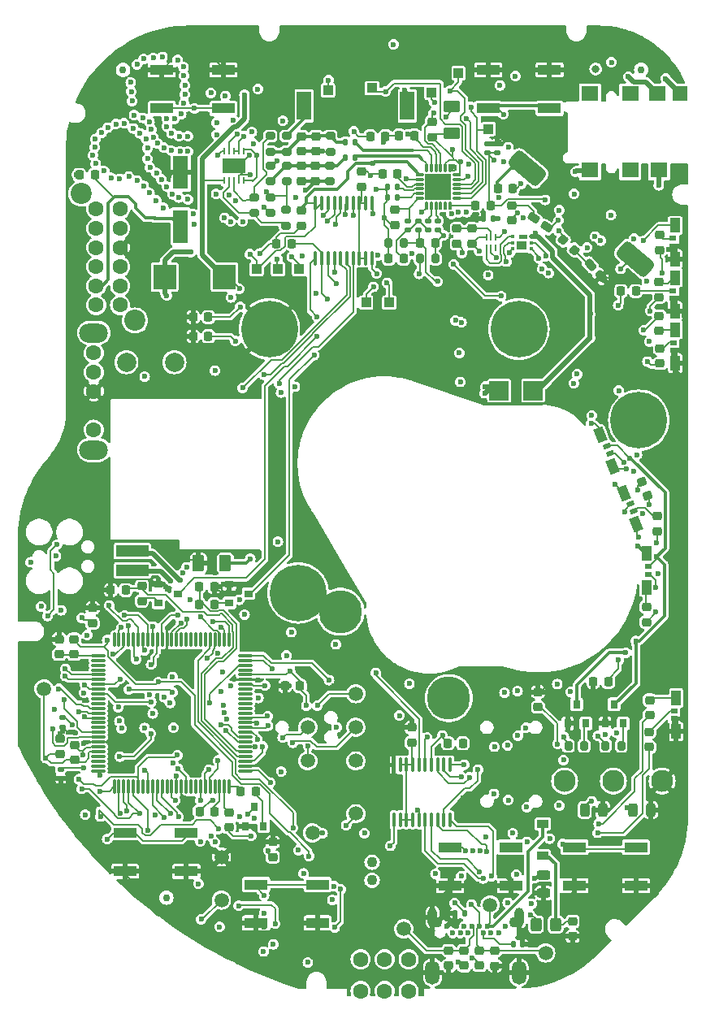
<source format=gbr>
G04 #@! TF.GenerationSoftware,KiCad,Pcbnew,8.0.8+dfsg-1*
G04 #@! TF.CreationDate,2025-03-16T16:58:15-04:00*
G04 #@! TF.ProjectId,RUST_Motherboard,52555354-5f4d-46f7-9468-6572626f6172,rev?*
G04 #@! TF.SameCoordinates,Original*
G04 #@! TF.FileFunction,Copper,L6,Bot*
G04 #@! TF.FilePolarity,Positive*
%FSLAX46Y46*%
G04 Gerber Fmt 4.6, Leading zero omitted, Abs format (unit mm)*
G04 Created by KiCad (PCBNEW 8.0.8+dfsg-1) date 2025-03-16 16:58:15*
%MOMM*%
%LPD*%
G01*
G04 APERTURE LIST*
G04 Aperture macros list*
%AMRoundRect*
0 Rectangle with rounded corners*
0 $1 Rounding radius*
0 $2 $3 $4 $5 $6 $7 $8 $9 X,Y pos of 4 corners*
0 Add a 4 corners polygon primitive as box body*
4,1,4,$2,$3,$4,$5,$6,$7,$8,$9,$2,$3,0*
0 Add four circle primitives for the rounded corners*
1,1,$1+$1,$2,$3*
1,1,$1+$1,$4,$5*
1,1,$1+$1,$6,$7*
1,1,$1+$1,$8,$9*
0 Add four rect primitives between the rounded corners*
20,1,$1+$1,$2,$3,$4,$5,0*
20,1,$1+$1,$4,$5,$6,$7,0*
20,1,$1+$1,$6,$7,$8,$9,0*
20,1,$1+$1,$8,$9,$2,$3,0*%
%AMRotRect*
0 Rectangle, with rotation*
0 The origin of the aperture is its center*
0 $1 length*
0 $2 width*
0 $3 Rotation angle, in degrees counterclockwise*
0 Add horizontal line*
21,1,$1,$2,0,0,$3*%
%AMFreePoly0*
4,1,10,0.140000,0.000000,0.121244,-0.070000,0.070000,-0.121244,0.000000,-0.140000,-0.070000,-0.121244,-0.121244,-0.070000,-0.140000,0.000000,-0.140000,0.710000,0.140000,0.710000,0.140000,0.000000,0.140000,0.000000,$1*%
G04 Aperture macros list end*
G04 #@! TA.AperFunction,EtchedComponent*
%ADD10C,0.010000*%
G04 #@! TD*
G04 #@! TA.AperFunction,ComponentPad*
%ADD11C,2.300000*%
G04 #@! TD*
G04 #@! TA.AperFunction,ComponentPad*
%ADD12C,1.600000*%
G04 #@! TD*
G04 #@! TA.AperFunction,ComponentPad*
%ADD13C,0.600000*%
G04 #@! TD*
G04 #@! TA.AperFunction,ComponentPad*
%ADD14O,1.000000X2.000000*%
G04 #@! TD*
G04 #@! TA.AperFunction,ComponentPad*
%ADD15O,1.500000X2.500000*%
G04 #@! TD*
G04 #@! TA.AperFunction,ComponentPad*
%ADD16C,1.100000*%
G04 #@! TD*
G04 #@! TA.AperFunction,ComponentPad*
%ADD17C,2.000000*%
G04 #@! TD*
G04 #@! TA.AperFunction,SMDPad,CuDef*
%ADD18R,0.900000X0.800000*%
G04 #@! TD*
G04 #@! TA.AperFunction,SMDPad,CuDef*
%ADD19RoundRect,0.218750X-0.218750X-0.256250X0.218750X-0.256250X0.218750X0.256250X-0.218750X0.256250X0*%
G04 #@! TD*
G04 #@! TA.AperFunction,SMDPad,CuDef*
%ADD20RoundRect,0.218750X0.218750X0.256250X-0.218750X0.256250X-0.218750X-0.256250X0.218750X-0.256250X0*%
G04 #@! TD*
G04 #@! TA.AperFunction,SMDPad,CuDef*
%ADD21RoundRect,0.218750X0.256250X-0.218750X0.256250X0.218750X-0.256250X0.218750X-0.256250X-0.218750X0*%
G04 #@! TD*
G04 #@! TA.AperFunction,SMDPad,CuDef*
%ADD22RoundRect,0.147500X0.172500X-0.147500X0.172500X0.147500X-0.172500X0.147500X-0.172500X-0.147500X0*%
G04 #@! TD*
G04 #@! TA.AperFunction,SMDPad,CuDef*
%ADD23RoundRect,0.147500X0.147500X0.172500X-0.147500X0.172500X-0.147500X-0.172500X0.147500X-0.172500X0*%
G04 #@! TD*
G04 #@! TA.AperFunction,SMDPad,CuDef*
%ADD24RoundRect,0.147500X-0.172500X0.147500X-0.172500X-0.147500X0.172500X-0.147500X0.172500X0.147500X0*%
G04 #@! TD*
G04 #@! TA.AperFunction,SMDPad,CuDef*
%ADD25RoundRect,0.225000X0.225000X0.250000X-0.225000X0.250000X-0.225000X-0.250000X0.225000X-0.250000X0*%
G04 #@! TD*
G04 #@! TA.AperFunction,SMDPad,CuDef*
%ADD26RoundRect,0.218750X-0.256250X0.218750X-0.256250X-0.218750X0.256250X-0.218750X0.256250X0.218750X0*%
G04 #@! TD*
G04 #@! TA.AperFunction,SMDPad,CuDef*
%ADD27R,2.400000X1.100000*%
G04 #@! TD*
G04 #@! TA.AperFunction,SMDPad,CuDef*
%ADD28R,1.000000X1.000000*%
G04 #@! TD*
G04 #@! TA.AperFunction,ComponentPad*
%ADD29C,5.900000*%
G04 #@! TD*
G04 #@! TA.AperFunction,SMDPad,CuDef*
%ADD30R,1.600000X1.600000*%
G04 #@! TD*
G04 #@! TA.AperFunction,SMDPad,CuDef*
%ADD31R,1.800000X1.600000*%
G04 #@! TD*
G04 #@! TA.AperFunction,SMDPad,CuDef*
%ADD32RoundRect,0.243750X-0.243750X-0.456250X0.243750X-0.456250X0.243750X0.456250X-0.243750X0.456250X0*%
G04 #@! TD*
G04 #@! TA.AperFunction,SMDPad,CuDef*
%ADD33RoundRect,0.225000X-0.250000X0.225000X-0.250000X-0.225000X0.250000X-0.225000X0.250000X0.225000X0*%
G04 #@! TD*
G04 #@! TA.AperFunction,SMDPad,CuDef*
%ADD34RotRect,0.500000X0.800000X292.000000*%
G04 #@! TD*
G04 #@! TA.AperFunction,SMDPad,CuDef*
%ADD35RotRect,1.500000X1.000000X292.000000*%
G04 #@! TD*
G04 #@! TA.AperFunction,SMDPad,CuDef*
%ADD36RoundRect,0.250000X0.375000X0.625000X-0.375000X0.625000X-0.375000X-0.625000X0.375000X-0.625000X0*%
G04 #@! TD*
G04 #@! TA.AperFunction,SMDPad,CuDef*
%ADD37FreePoly0,90.000000*%
G04 #@! TD*
G04 #@! TA.AperFunction,SMDPad,CuDef*
%ADD38FreePoly0,0.000000*%
G04 #@! TD*
G04 #@! TA.AperFunction,SMDPad,CuDef*
%ADD39FreePoly0,270.000000*%
G04 #@! TD*
G04 #@! TA.AperFunction,SMDPad,CuDef*
%ADD40FreePoly0,180.000000*%
G04 #@! TD*
G04 #@! TA.AperFunction,SMDPad,CuDef*
%ADD41R,2.700000X2.700000*%
G04 #@! TD*
G04 #@! TA.AperFunction,SMDPad,CuDef*
%ADD42RoundRect,0.218750X-0.319536X0.106829X-0.155646X-0.298814X0.319536X-0.106829X0.155646X0.298814X0*%
G04 #@! TD*
G04 #@! TA.AperFunction,SMDPad,CuDef*
%ADD43RoundRect,0.218750X0.334028X0.044059X0.008902X0.336803X-0.334028X-0.044059X-0.008902X-0.336803X0*%
G04 #@! TD*
G04 #@! TA.AperFunction,SMDPad,CuDef*
%ADD44RoundRect,0.200000X-0.200000X-0.275000X0.200000X-0.275000X0.200000X0.275000X-0.200000X0.275000X0*%
G04 #@! TD*
G04 #@! TA.AperFunction,SMDPad,CuDef*
%ADD45RoundRect,0.147500X-0.147500X-0.172500X0.147500X-0.172500X0.147500X0.172500X-0.147500X0.172500X0*%
G04 #@! TD*
G04 #@! TA.AperFunction,SMDPad,CuDef*
%ADD46RoundRect,0.212500X0.425571X-0.155068X-0.109734X0.439448X-0.425571X0.155068X0.109734X-0.439448X0*%
G04 #@! TD*
G04 #@! TA.AperFunction,ComponentPad*
%ADD47O,3.000000X2.000000*%
G04 #@! TD*
G04 #@! TA.AperFunction,SMDPad,CuDef*
%ADD48R,1.500000X3.000000*%
G04 #@! TD*
G04 #@! TA.AperFunction,SMDPad,CuDef*
%ADD49R,1.600000X3.500000*%
G04 #@! TD*
G04 #@! TA.AperFunction,SMDPad,CuDef*
%ADD50R,0.280000X0.750000*%
G04 #@! TD*
G04 #@! TA.AperFunction,SMDPad,CuDef*
%ADD51R,0.450000X0.400000*%
G04 #@! TD*
G04 #@! TA.AperFunction,SMDPad,CuDef*
%ADD52R,0.300000X0.400000*%
G04 #@! TD*
G04 #@! TA.AperFunction,SMDPad,CuDef*
%ADD53R,1.000000X0.950000*%
G04 #@! TD*
G04 #@! TA.AperFunction,SMDPad,CuDef*
%ADD54R,3.400000X1.200000*%
G04 #@! TD*
G04 #@! TA.AperFunction,SMDPad,CuDef*
%ADD55C,0.750000*%
G04 #@! TD*
G04 #@! TA.AperFunction,SMDPad,CuDef*
%ADD56RoundRect,0.243750X-0.456250X0.243750X-0.456250X-0.243750X0.456250X-0.243750X0.456250X0.243750X0*%
G04 #@! TD*
G04 #@! TA.AperFunction,SMDPad,CuDef*
%ADD57R,2.370000X2.550000*%
G04 #@! TD*
G04 #@! TA.AperFunction,SMDPad,CuDef*
%ADD58R,1.200000X0.900000*%
G04 #@! TD*
G04 #@! TA.AperFunction,SMDPad,CuDef*
%ADD59RoundRect,0.100000X0.100000X-0.637500X0.100000X0.637500X-0.100000X0.637500X-0.100000X-0.637500X0*%
G04 #@! TD*
G04 #@! TA.AperFunction,SMDPad,CuDef*
%ADD60RoundRect,0.100000X-0.100000X0.637500X-0.100000X-0.637500X0.100000X-0.637500X0.100000X0.637500X0*%
G04 #@! TD*
G04 #@! TA.AperFunction,SMDPad,CuDef*
%ADD61RoundRect,0.249999X0.325001X0.450001X-0.325001X0.450001X-0.325001X-0.450001X0.325001X-0.450001X0*%
G04 #@! TD*
G04 #@! TA.AperFunction,SMDPad,CuDef*
%ADD62R,0.800000X0.900000*%
G04 #@! TD*
G04 #@! TA.AperFunction,SMDPad,CuDef*
%ADD63RoundRect,0.250000X0.625000X-0.375000X0.625000X0.375000X-0.625000X0.375000X-0.625000X-0.375000X0*%
G04 #@! TD*
G04 #@! TA.AperFunction,ComponentPad*
%ADD64C,2.200000*%
G04 #@! TD*
G04 #@! TA.AperFunction,SMDPad,CuDef*
%ADD65RoundRect,0.212500X0.449546X-0.055361X-0.205776X0.403500X-0.449546X0.055361X0.205776X-0.403500X0*%
G04 #@! TD*
G04 #@! TA.AperFunction,SMDPad,CuDef*
%ADD66RoundRect,0.200000X-0.275000X0.200000X-0.275000X-0.200000X0.275000X-0.200000X0.275000X0.200000X0*%
G04 #@! TD*
G04 #@! TA.AperFunction,SMDPad,CuDef*
%ADD67R,0.800000X0.500000*%
G04 #@! TD*
G04 #@! TA.AperFunction,SMDPad,CuDef*
%ADD68R,1.000000X1.500000*%
G04 #@! TD*
G04 #@! TA.AperFunction,SMDPad,CuDef*
%ADD69RoundRect,0.070000X0.070000X-0.667500X0.070000X0.667500X-0.070000X0.667500X-0.070000X-0.667500X0*%
G04 #@! TD*
G04 #@! TA.AperFunction,SMDPad,CuDef*
%ADD70RoundRect,0.070000X0.667500X-0.070000X0.667500X0.070000X-0.667500X0.070000X-0.667500X-0.070000X0*%
G04 #@! TD*
G04 #@! TA.AperFunction,SMDPad,CuDef*
%ADD71C,1.500000*%
G04 #@! TD*
G04 #@! TA.AperFunction,SMDPad,CuDef*
%ADD72RoundRect,0.500000X1.470460X-0.581159X-0.827673X1.347204X-1.470460X0.581159X0.827673X-1.347204X0*%
G04 #@! TD*
G04 #@! TA.AperFunction,SMDPad,CuDef*
%ADD73RoundRect,0.200000X0.200000X0.275000X-0.200000X0.275000X-0.200000X-0.275000X0.200000X-0.275000X0*%
G04 #@! TD*
G04 #@! TA.AperFunction,SMDPad,CuDef*
%ADD74R,2.000000X2.000000*%
G04 #@! TD*
G04 #@! TA.AperFunction,SMDPad,CuDef*
%ADD75RoundRect,0.200000X0.275000X-0.200000X0.275000X0.200000X-0.275000X0.200000X-0.275000X-0.200000X0*%
G04 #@! TD*
G04 #@! TA.AperFunction,ComponentPad*
%ADD76C,4.500000*%
G04 #@! TD*
G04 #@! TA.AperFunction,SMDPad,CuDef*
%ADD77R,0.280000X0.650000*%
G04 #@! TD*
G04 #@! TA.AperFunction,SMDPad,CuDef*
%ADD78R,2.480000X1.550000*%
G04 #@! TD*
G04 #@! TA.AperFunction,ViaPad*
%ADD79C,0.600000*%
G04 #@! TD*
G04 #@! TA.AperFunction,ViaPad*
%ADD80C,0.800000*%
G04 #@! TD*
G04 #@! TA.AperFunction,Conductor*
%ADD81C,0.180000*%
G04 #@! TD*
G04 #@! TA.AperFunction,Conductor*
%ADD82C,0.200000*%
G04 #@! TD*
G04 #@! TA.AperFunction,Conductor*
%ADD83C,0.350000*%
G04 #@! TD*
G04 #@! TA.AperFunction,Conductor*
%ADD84C,0.250000*%
G04 #@! TD*
G04 #@! TA.AperFunction,Conductor*
%ADD85C,0.500000*%
G04 #@! TD*
G04 APERTURE END LIST*
D10*
X164722617Y-76200069D02*
X164725226Y-76200274D01*
X164727822Y-76200616D01*
X164730396Y-76201093D01*
X164732941Y-76201704D01*
X164735451Y-76202447D01*
X164737918Y-76203321D01*
X164740337Y-76204323D01*
X164742700Y-76205450D01*
X164745000Y-76206699D01*
X164747232Y-76208066D01*
X164749389Y-76209549D01*
X164751466Y-76211143D01*
X164753457Y-76212843D01*
X164755355Y-76214645D01*
X164757157Y-76216543D01*
X164758857Y-76218534D01*
X164760451Y-76220611D01*
X164761934Y-76222768D01*
X164763301Y-76225000D01*
X164764550Y-76227300D01*
X164765677Y-76229663D01*
X164766679Y-76232082D01*
X164767553Y-76234549D01*
X164768296Y-76237059D01*
X164768907Y-76239604D01*
X164769384Y-76242178D01*
X164769726Y-76244774D01*
X164769931Y-76247383D01*
X164770000Y-76250000D01*
X164770000Y-76450000D01*
X164769931Y-76452617D01*
X164769726Y-76455226D01*
X164769384Y-76457822D01*
X164768907Y-76460396D01*
X164768296Y-76462941D01*
X164767553Y-76465451D01*
X164766679Y-76467918D01*
X164765677Y-76470337D01*
X164764550Y-76472700D01*
X164763301Y-76475000D01*
X164761934Y-76477232D01*
X164760451Y-76479389D01*
X164758857Y-76481466D01*
X164757157Y-76483457D01*
X164755355Y-76485355D01*
X164753457Y-76487157D01*
X164751466Y-76488857D01*
X164749389Y-76490451D01*
X164747232Y-76491934D01*
X164745000Y-76493301D01*
X164742700Y-76494550D01*
X164740337Y-76495677D01*
X164737918Y-76496679D01*
X164735451Y-76497553D01*
X164732941Y-76498296D01*
X164730396Y-76498907D01*
X164727822Y-76499384D01*
X164725226Y-76499726D01*
X164722617Y-76499931D01*
X164720000Y-76500000D01*
X164070000Y-76500000D01*
X164067383Y-76499931D01*
X164064774Y-76499726D01*
X164062178Y-76499384D01*
X164059604Y-76498907D01*
X164057059Y-76498296D01*
X164054549Y-76497553D01*
X164052082Y-76496679D01*
X164049663Y-76495677D01*
X164047300Y-76494550D01*
X164045000Y-76493301D01*
X164042768Y-76491934D01*
X164040611Y-76490451D01*
X164038534Y-76488857D01*
X164036543Y-76487157D01*
X164034645Y-76485355D01*
X164032843Y-76483457D01*
X164031143Y-76481466D01*
X164029549Y-76479389D01*
X164028066Y-76477232D01*
X164026699Y-76475000D01*
X164025450Y-76472700D01*
X164024323Y-76470337D01*
X164023321Y-76467918D01*
X164022447Y-76465451D01*
X164021704Y-76462941D01*
X164021093Y-76460396D01*
X164020616Y-76457822D01*
X164020274Y-76455226D01*
X164020069Y-76452617D01*
X164020000Y-76450000D01*
X164020000Y-76250000D01*
X164020069Y-76247383D01*
X164020274Y-76244774D01*
X164020616Y-76242178D01*
X164021093Y-76239604D01*
X164021704Y-76237059D01*
X164022447Y-76234549D01*
X164023321Y-76232082D01*
X164024323Y-76229663D01*
X164025450Y-76227300D01*
X164026699Y-76225000D01*
X164028066Y-76222768D01*
X164029549Y-76220611D01*
X164031143Y-76218534D01*
X164032843Y-76216543D01*
X164034645Y-76214645D01*
X164036543Y-76212843D01*
X164038534Y-76211143D01*
X164040611Y-76209549D01*
X164042768Y-76208066D01*
X164045000Y-76206699D01*
X164047300Y-76205450D01*
X164049663Y-76204323D01*
X164052082Y-76203321D01*
X164054549Y-76202447D01*
X164057059Y-76201704D01*
X164059604Y-76201093D01*
X164062178Y-76200616D01*
X164064774Y-76200274D01*
X164067383Y-76200069D01*
X164070000Y-76200000D01*
X164720000Y-76200000D01*
X164722617Y-76200069D01*
G04 #@! TA.AperFunction,EtchedComponent*
G36*
X164722617Y-76200069D02*
G01*
X164725226Y-76200274D01*
X164727822Y-76200616D01*
X164730396Y-76201093D01*
X164732941Y-76201704D01*
X164735451Y-76202447D01*
X164737918Y-76203321D01*
X164740337Y-76204323D01*
X164742700Y-76205450D01*
X164745000Y-76206699D01*
X164747232Y-76208066D01*
X164749389Y-76209549D01*
X164751466Y-76211143D01*
X164753457Y-76212843D01*
X164755355Y-76214645D01*
X164757157Y-76216543D01*
X164758857Y-76218534D01*
X164760451Y-76220611D01*
X164761934Y-76222768D01*
X164763301Y-76225000D01*
X164764550Y-76227300D01*
X164765677Y-76229663D01*
X164766679Y-76232082D01*
X164767553Y-76234549D01*
X164768296Y-76237059D01*
X164768907Y-76239604D01*
X164769384Y-76242178D01*
X164769726Y-76244774D01*
X164769931Y-76247383D01*
X164770000Y-76250000D01*
X164770000Y-76450000D01*
X164769931Y-76452617D01*
X164769726Y-76455226D01*
X164769384Y-76457822D01*
X164768907Y-76460396D01*
X164768296Y-76462941D01*
X164767553Y-76465451D01*
X164766679Y-76467918D01*
X164765677Y-76470337D01*
X164764550Y-76472700D01*
X164763301Y-76475000D01*
X164761934Y-76477232D01*
X164760451Y-76479389D01*
X164758857Y-76481466D01*
X164757157Y-76483457D01*
X164755355Y-76485355D01*
X164753457Y-76487157D01*
X164751466Y-76488857D01*
X164749389Y-76490451D01*
X164747232Y-76491934D01*
X164745000Y-76493301D01*
X164742700Y-76494550D01*
X164740337Y-76495677D01*
X164737918Y-76496679D01*
X164735451Y-76497553D01*
X164732941Y-76498296D01*
X164730396Y-76498907D01*
X164727822Y-76499384D01*
X164725226Y-76499726D01*
X164722617Y-76499931D01*
X164720000Y-76500000D01*
X164070000Y-76500000D01*
X164067383Y-76499931D01*
X164064774Y-76499726D01*
X164062178Y-76499384D01*
X164059604Y-76498907D01*
X164057059Y-76498296D01*
X164054549Y-76497553D01*
X164052082Y-76496679D01*
X164049663Y-76495677D01*
X164047300Y-76494550D01*
X164045000Y-76493301D01*
X164042768Y-76491934D01*
X164040611Y-76490451D01*
X164038534Y-76488857D01*
X164036543Y-76487157D01*
X164034645Y-76485355D01*
X164032843Y-76483457D01*
X164031143Y-76481466D01*
X164029549Y-76479389D01*
X164028066Y-76477232D01*
X164026699Y-76475000D01*
X164025450Y-76472700D01*
X164024323Y-76470337D01*
X164023321Y-76467918D01*
X164022447Y-76465451D01*
X164021704Y-76462941D01*
X164021093Y-76460396D01*
X164020616Y-76457822D01*
X164020274Y-76455226D01*
X164020069Y-76452617D01*
X164020000Y-76450000D01*
X164020000Y-76250000D01*
X164020069Y-76247383D01*
X164020274Y-76244774D01*
X164020616Y-76242178D01*
X164021093Y-76239604D01*
X164021704Y-76237059D01*
X164022447Y-76234549D01*
X164023321Y-76232082D01*
X164024323Y-76229663D01*
X164025450Y-76227300D01*
X164026699Y-76225000D01*
X164028066Y-76222768D01*
X164029549Y-76220611D01*
X164031143Y-76218534D01*
X164032843Y-76216543D01*
X164034645Y-76214645D01*
X164036543Y-76212843D01*
X164038534Y-76211143D01*
X164040611Y-76209549D01*
X164042768Y-76208066D01*
X164045000Y-76206699D01*
X164047300Y-76205450D01*
X164049663Y-76204323D01*
X164052082Y-76203321D01*
X164054549Y-76202447D01*
X164057059Y-76201704D01*
X164059604Y-76201093D01*
X164062178Y-76200616D01*
X164064774Y-76200274D01*
X164067383Y-76200069D01*
X164070000Y-76200000D01*
X164720000Y-76200000D01*
X164722617Y-76200069D01*
G37*
G04 #@! TD.AperFunction*
D11*
X178930000Y-133100000D03*
X173850000Y-133100000D03*
X168770000Y-133100000D03*
D12*
X147510000Y-154972500D03*
X150010000Y-154972500D03*
X152510000Y-154972500D03*
X147510000Y-151672500D03*
X150010000Y-151672500D03*
X152510000Y-151672500D03*
D13*
X162550000Y-148230000D03*
X161900000Y-148930000D03*
X161100000Y-148930000D03*
X160700000Y-148230000D03*
X160300000Y-148930000D03*
X159900000Y-148230000D03*
X159100000Y-148230000D03*
X158700000Y-148930000D03*
X158300000Y-148230000D03*
X157900000Y-148930000D03*
X157100000Y-148930000D03*
X156450000Y-148230000D03*
D14*
X155000000Y-147280000D03*
D15*
X155000000Y-153030000D03*
D16*
X155450000Y-147830000D03*
X163550000Y-147830000D03*
D14*
X164000000Y-147280000D03*
D15*
X164000000Y-153030000D03*
D17*
X128100000Y-89460000D03*
X123100000Y-89460000D03*
D18*
X133825000Y-114525000D03*
X133825000Y-112625000D03*
X135825000Y-113575000D03*
X126450000Y-114525000D03*
X126450000Y-112625000D03*
X128450000Y-113575000D03*
D19*
X161792500Y-71350000D03*
X163367500Y-71350000D03*
X130662500Y-112850000D03*
X132237500Y-112850000D03*
D20*
X132237500Y-114700000D03*
X130662500Y-114700000D03*
X123037500Y-113200000D03*
X121462500Y-113200000D03*
D21*
X124700000Y-114337500D03*
X124700000Y-112762500D03*
X119575000Y-116637500D03*
X119575000Y-115062500D03*
D22*
X160700000Y-67635000D03*
X160700000Y-66665000D03*
D20*
X150087500Y-65900000D03*
X148512500Y-65900000D03*
D23*
X151285000Y-72250000D03*
X150315000Y-72250000D03*
X151285000Y-71200000D03*
X150315000Y-71200000D03*
D24*
X154525000Y-74740000D03*
X154525000Y-75710000D03*
X155550000Y-74715000D03*
X155550000Y-75685000D03*
D25*
X151975000Y-78650000D03*
X150425000Y-78650000D03*
D19*
X153712500Y-77050000D03*
X155287500Y-77050000D03*
D26*
X141330000Y-73652500D03*
X141330000Y-75227500D03*
D27*
X129346000Y-138497000D03*
X122946000Y-138497000D03*
X129346000Y-142497000D03*
X122946000Y-142497000D03*
X126800000Y-63000000D03*
X133200000Y-63000000D03*
X126800000Y-59000000D03*
X133200000Y-59000000D03*
X163200000Y-140000000D03*
X156800000Y-140000000D03*
X163200000Y-144000000D03*
X156800000Y-144000000D03*
X143027000Y-143886000D03*
X136627000Y-143886000D03*
X143027000Y-147886000D03*
X136627000Y-147886000D03*
X160800000Y-63000000D03*
X167200000Y-63000000D03*
X160800000Y-59000000D03*
X167200000Y-59000000D03*
D28*
X138900000Y-79750000D03*
X141100000Y-79750000D03*
D29*
X176500000Y-95500000D03*
X164000000Y-86000000D03*
X141000000Y-113500000D03*
X138000000Y-86000000D03*
D30*
X180800000Y-61450000D03*
D31*
X171400000Y-69450000D03*
X175600000Y-69450000D03*
X178600000Y-69450000D03*
X171400000Y-61450000D03*
X175600000Y-61450000D03*
X178450000Y-61450000D03*
D28*
X136650000Y-79750000D03*
X144100000Y-61100000D03*
X150500000Y-83250000D03*
D20*
X158157500Y-129160000D03*
X156582500Y-129160000D03*
D28*
X148075000Y-83250000D03*
D32*
X170862500Y-136120000D03*
X172737500Y-136120000D03*
D21*
X166000000Y-125387500D03*
X166000000Y-123812500D03*
D20*
X173312500Y-122775000D03*
X171737500Y-122775000D03*
X141200000Y-123200000D03*
X139625000Y-123200000D03*
D21*
X116200000Y-130287500D03*
X116200000Y-128712500D03*
D20*
X131637500Y-84750000D03*
X130062500Y-84750000D03*
D21*
X138350000Y-141037500D03*
X138350000Y-139462500D03*
D33*
X169600000Y-147725000D03*
X169600000Y-149275000D03*
D34*
X175958459Y-104986587D03*
X175658774Y-104244840D03*
D35*
X176250926Y-106324445D03*
X174939803Y-103079301D03*
D36*
X133400000Y-110400000D03*
X130600000Y-110400000D03*
D16*
X148700000Y-141550000D03*
X148700000Y-143450000D03*
D37*
X153910000Y-72400000D03*
X153910000Y-71900000D03*
X153910000Y-71400000D03*
X153910000Y-70900000D03*
X153910000Y-70400000D03*
X153910000Y-69900000D03*
D38*
X154350000Y-69460000D03*
X154850000Y-69460000D03*
X155350000Y-69460000D03*
X155850000Y-69460000D03*
X156350000Y-69460000D03*
X156850000Y-69460000D03*
D39*
X157290000Y-69900000D03*
X157290000Y-70400000D03*
X157290000Y-70900000D03*
X157290000Y-71400000D03*
X157290000Y-71900000D03*
X157290000Y-72400000D03*
D40*
X156850000Y-72840000D03*
X156350000Y-72840000D03*
X155850000Y-72840000D03*
X155350000Y-72840000D03*
X154850000Y-72840000D03*
X154350000Y-72840000D03*
D41*
X155600000Y-71150000D03*
D26*
X177650000Y-124662500D03*
X177650000Y-126237500D03*
X177600000Y-127975000D03*
X177600000Y-129550000D03*
D21*
X178610000Y-86197500D03*
X178610000Y-84622500D03*
D26*
X178700000Y-88012500D03*
X178700000Y-89587500D03*
D20*
X176187500Y-82050000D03*
X174612500Y-82050000D03*
D26*
X177300000Y-114962500D03*
X177300000Y-116537500D03*
D42*
X176804997Y-101894843D03*
X177395003Y-103355157D03*
D26*
X178650000Y-76212500D03*
X178650000Y-77787500D03*
D43*
X169785227Y-77756940D03*
X168614773Y-76703060D03*
D20*
X161037500Y-73100000D03*
X159462500Y-73100000D03*
D22*
X152450000Y-75685000D03*
X152450000Y-74715000D03*
D19*
X151512500Y-65850000D03*
X153087500Y-65850000D03*
D44*
X153675000Y-78650000D03*
X155325000Y-78650000D03*
D21*
X117650000Y-119887500D03*
X117650000Y-118312500D03*
D45*
X160315000Y-74450000D03*
X161285000Y-74450000D03*
D21*
X157530000Y-77117500D03*
X157530000Y-75542500D03*
D20*
X132287500Y-136300000D03*
X130712500Y-136300000D03*
D21*
X133800000Y-137937500D03*
X133800000Y-136362500D03*
X158300000Y-152337500D03*
X158300000Y-150762500D03*
X159900000Y-152322500D03*
X159900000Y-150747500D03*
D23*
X158335000Y-146900000D03*
X157365000Y-146900000D03*
D45*
X163415000Y-150100000D03*
X164385000Y-150100000D03*
D21*
X117700000Y-130887500D03*
X117700000Y-129312500D03*
D45*
X145915000Y-66500000D03*
X146885000Y-66500000D03*
D24*
X153525000Y-74735000D03*
X153525000Y-75705000D03*
D46*
X172543669Y-80523805D03*
X171456331Y-79316195D03*
D26*
X141350000Y-65912500D03*
X141350000Y-67487500D03*
X142800000Y-69012500D03*
X142800000Y-70587500D03*
D33*
X142850000Y-65925000D03*
X142850000Y-67475000D03*
X141300000Y-69025000D03*
X141300000Y-70575000D03*
D22*
X161750000Y-67635000D03*
X161750000Y-66665000D03*
D20*
X140317500Y-77100000D03*
X138742500Y-77100000D03*
D26*
X161500000Y-150772500D03*
X161500000Y-152347500D03*
X159090000Y-75532500D03*
X159090000Y-77107500D03*
D47*
X119700000Y-98600000D03*
X119700000Y-86400000D03*
D12*
X119700000Y-96500000D03*
X119700000Y-92500000D03*
X119700000Y-90500000D03*
X119700000Y-88500000D03*
D27*
X176200000Y-140000000D03*
X169800000Y-140000000D03*
X176200000Y-144000000D03*
X169800000Y-144000000D03*
D48*
X152375000Y-62750000D03*
X141625000Y-62750000D03*
D49*
X128750000Y-75300000D03*
X128750000Y-69700000D03*
D50*
X161600000Y-77575000D03*
X161100000Y-77575000D03*
X160600000Y-77575000D03*
X160600000Y-76425000D03*
X161100000Y-76425000D03*
X161600000Y-76425000D03*
D51*
X163325000Y-77650000D03*
X163325000Y-77000000D03*
X163325000Y-76350000D03*
X165275000Y-76350000D03*
X165275000Y-77000000D03*
X165275000Y-77650000D03*
D52*
X164395000Y-76350000D03*
D53*
X164300000Y-77325000D03*
D54*
X123700000Y-111150000D03*
X123700000Y-109150000D03*
D55*
X127250000Y-145250000D03*
X122750000Y-59000000D03*
X176750000Y-59000000D03*
D19*
X118212500Y-69945000D03*
X119787500Y-69945000D03*
D26*
X151100000Y-73562500D03*
X151100000Y-75137500D03*
D56*
X166600000Y-142882500D03*
X166600000Y-144757500D03*
D57*
X133325000Y-80570000D03*
X127075000Y-80570000D03*
D32*
X175862500Y-136120000D03*
X177737500Y-136120000D03*
D58*
X166500000Y-140870000D03*
X166500000Y-137570000D03*
D21*
X147600000Y-71187500D03*
X147600000Y-69612500D03*
X152810000Y-129097500D03*
X152810000Y-127522500D03*
D59*
X156825000Y-137132500D03*
X156175000Y-137132500D03*
X155525000Y-137132500D03*
X154875000Y-137132500D03*
X154225000Y-137132500D03*
X153575000Y-137132500D03*
X152925000Y-137132500D03*
X152275000Y-137132500D03*
X151625000Y-137132500D03*
X150975000Y-137132500D03*
X150975000Y-131407500D03*
X151625000Y-131407500D03*
X152275000Y-131407500D03*
X152925000Y-131407500D03*
X153575000Y-131407500D03*
X154225000Y-131407500D03*
X154875000Y-131407500D03*
X155525000Y-131407500D03*
X156175000Y-131407500D03*
X156825000Y-131407500D03*
D60*
X142815000Y-72887500D03*
X143465000Y-72887500D03*
X144115000Y-72887500D03*
X144765000Y-72887500D03*
X145415000Y-72887500D03*
X146065000Y-72887500D03*
X146715000Y-72887500D03*
X147365000Y-72887500D03*
X148015000Y-72887500D03*
X148665000Y-72887500D03*
X148665000Y-78612500D03*
X148015000Y-78612500D03*
X147365000Y-78612500D03*
X146715000Y-78612500D03*
X146065000Y-78612500D03*
X145415000Y-78612500D03*
X144765000Y-78612500D03*
X144115000Y-78612500D03*
X143465000Y-78612500D03*
X142815000Y-78612500D03*
D61*
X167825000Y-148050000D03*
X165775000Y-148050000D03*
D26*
X178600000Y-81112500D03*
X178600000Y-82687500D03*
D20*
X131637500Y-86750000D03*
X130062500Y-86750000D03*
D62*
X137375000Y-137800000D03*
X135475000Y-137800000D03*
X136425000Y-135800000D03*
D20*
X136587500Y-134175000D03*
X135012500Y-134175000D03*
D22*
X116250000Y-132835000D03*
X116250000Y-131865000D03*
X116450000Y-127485000D03*
X116450000Y-126515000D03*
D63*
X157000000Y-65600000D03*
X157000000Y-62800000D03*
D26*
X163250000Y-73112500D03*
X163250000Y-74687500D03*
D64*
X118400000Y-71900000D03*
X124000000Y-85100000D03*
D12*
X119950000Y-73500000D03*
X119950000Y-75500000D03*
X119950000Y-77500000D03*
X119950000Y-79500000D03*
X119950000Y-81500000D03*
X119950000Y-83500000D03*
X122450000Y-73500000D03*
X122450000Y-75500000D03*
X122450000Y-77500000D03*
X122450000Y-79500000D03*
X122450000Y-81500000D03*
X122450000Y-83500000D03*
D26*
X178425000Y-105512500D03*
X178425000Y-107087500D03*
X156700000Y-150762500D03*
X156700000Y-152337500D03*
D20*
X151337500Y-69800000D03*
X149762500Y-69800000D03*
D21*
X154950000Y-65987500D03*
X154950000Y-64412500D03*
D65*
X166865561Y-75366031D03*
X165534439Y-74433969D03*
D21*
X116100000Y-119887500D03*
X116100000Y-118312500D03*
D45*
X145915000Y-68100000D03*
X146885000Y-68100000D03*
D66*
X139800000Y-65875000D03*
X139800000Y-67525000D03*
D67*
X180075000Y-87406428D03*
X180075000Y-88206428D03*
D68*
X180305000Y-86056428D03*
X180305000Y-89556428D03*
D69*
X133825000Y-133687500D03*
X133325000Y-133687500D03*
X132825000Y-133687500D03*
X132325000Y-133687500D03*
X131825000Y-133687500D03*
X131325000Y-133687500D03*
X130825000Y-133687500D03*
X130325000Y-133687500D03*
X129825000Y-133687500D03*
X129325000Y-133687500D03*
X128825000Y-133687500D03*
X128325000Y-133687500D03*
X127825000Y-133687500D03*
X127325000Y-133687500D03*
X126825000Y-133687500D03*
X126325000Y-133687500D03*
X125825000Y-133687500D03*
X125325000Y-133687500D03*
X124825000Y-133687500D03*
X124325000Y-133687500D03*
X123825000Y-133687500D03*
X123325000Y-133687500D03*
X122825000Y-133687500D03*
X122325000Y-133687500D03*
X121825000Y-133687500D03*
D70*
X120162500Y-132025000D03*
X120162500Y-131525000D03*
X120162500Y-131025000D03*
X120162500Y-130525000D03*
X120162500Y-130025000D03*
X120162500Y-129525000D03*
X120162500Y-129025000D03*
X120162500Y-128525000D03*
X120162500Y-128025000D03*
X120162500Y-127525000D03*
X120162500Y-127025000D03*
X120162500Y-126525000D03*
X120162500Y-126025000D03*
X120162500Y-125525000D03*
X120162500Y-125025000D03*
X120162500Y-124525000D03*
X120162500Y-124025000D03*
X120162500Y-123525000D03*
X120162500Y-123025000D03*
X120162500Y-122525000D03*
X120162500Y-122025000D03*
X120162500Y-121525000D03*
X120162500Y-121025000D03*
X120162500Y-120525000D03*
X120162500Y-120025000D03*
D69*
X121825000Y-118362500D03*
X122325000Y-118362500D03*
X122825000Y-118362500D03*
X123325000Y-118362500D03*
X123825000Y-118362500D03*
X124325000Y-118362500D03*
X124825000Y-118362500D03*
X125325000Y-118362500D03*
X125825000Y-118362500D03*
X126325000Y-118362500D03*
X126825000Y-118362500D03*
X127325000Y-118362500D03*
X127825000Y-118362500D03*
X128325000Y-118362500D03*
X128825000Y-118362500D03*
X129325000Y-118362500D03*
X129825000Y-118362500D03*
X130325000Y-118362500D03*
X130825000Y-118362500D03*
X131325000Y-118362500D03*
X131825000Y-118362500D03*
X132325000Y-118362500D03*
X132825000Y-118362500D03*
X133325000Y-118362500D03*
X133825000Y-118362500D03*
D70*
X135487500Y-120025000D03*
X135487500Y-120525000D03*
X135487500Y-121025000D03*
X135487500Y-121525000D03*
X135487500Y-122025000D03*
X135487500Y-122525000D03*
X135487500Y-123025000D03*
X135487500Y-123525000D03*
X135487500Y-124025000D03*
X135487500Y-124525000D03*
X135487500Y-125025000D03*
X135487500Y-125525000D03*
X135487500Y-126025000D03*
X135487500Y-126525000D03*
X135487500Y-127025000D03*
X135487500Y-127525000D03*
X135487500Y-128025000D03*
X135487500Y-128525000D03*
X135487500Y-129025000D03*
X135487500Y-129525000D03*
X135487500Y-130025000D03*
X135487500Y-130525000D03*
X135487500Y-131025000D03*
X135487500Y-131525000D03*
X135487500Y-132025000D03*
D28*
X154900000Y-61400000D03*
D71*
X142500000Y-138500000D03*
D34*
X173498459Y-98956587D03*
X173198774Y-98214840D03*
D35*
X173790926Y-100294445D03*
X172479803Y-97049301D03*
D67*
X180055000Y-81990000D03*
X180055000Y-82790000D03*
D68*
X180285000Y-80640000D03*
X180285000Y-84140000D03*
D28*
X160850000Y-65150000D03*
D72*
X176132498Y-78706677D03*
X164871644Y-69257699D03*
D73*
X170800000Y-129425000D03*
X169150000Y-129425000D03*
D28*
X157710000Y-59320000D03*
D62*
X174875000Y-127100000D03*
X172975000Y-127100000D03*
X173925000Y-125100000D03*
D67*
X180175000Y-125800000D03*
X180175000Y-126600000D03*
D68*
X180405000Y-124450000D03*
X180405000Y-127950000D03*
D66*
X138100000Y-65875000D03*
X138100000Y-67525000D03*
D74*
X161950000Y-92410000D03*
D67*
X180037500Y-76560000D03*
X180037500Y-77360000D03*
D68*
X180267500Y-75210000D03*
X180267500Y-78710000D03*
D71*
X133000000Y-145500000D03*
X142000000Y-131000000D03*
X152000000Y-148500000D03*
X161000000Y-146000000D03*
D73*
X174675000Y-129400000D03*
X173025000Y-129400000D03*
D71*
X133000000Y-141000000D03*
D75*
X139800000Y-70625000D03*
X139800000Y-68975000D03*
X136400000Y-73925000D03*
X136400000Y-72275000D03*
D71*
X147000000Y-136500000D03*
X142000000Y-127500000D03*
X147000000Y-131000000D03*
D66*
X139700000Y-73575000D03*
X139700000Y-75225000D03*
D28*
X148700000Y-60900000D03*
D62*
X170975000Y-127100000D03*
X169075000Y-127100000D03*
X170025000Y-125100000D03*
D73*
X152045000Y-77050000D03*
X150395000Y-77050000D03*
D66*
X144350000Y-65875000D03*
X144350000Y-67525000D03*
D67*
X177525000Y-111550000D03*
X177525000Y-110750000D03*
D68*
X177295000Y-112900000D03*
X177295000Y-109400000D03*
D66*
X144300000Y-68975000D03*
X144300000Y-70625000D03*
D74*
X165500000Y-92400000D03*
D66*
X138100000Y-68975000D03*
X138100000Y-70625000D03*
D76*
X156700000Y-124450000D03*
D71*
X147000000Y-124000000D03*
X114500000Y-123500000D03*
D77*
X133300000Y-67450000D03*
X133800000Y-67450000D03*
X134300000Y-67450000D03*
X134800000Y-67450000D03*
X135300000Y-67450000D03*
X135300000Y-70550000D03*
X134800000Y-70550000D03*
X134300000Y-70550000D03*
X133800000Y-70550000D03*
X133300000Y-70550000D03*
D78*
X134300000Y-69000000D03*
D71*
X166800000Y-151000000D03*
X147000000Y-127500000D03*
D75*
X138100000Y-73925000D03*
X138100000Y-72275000D03*
D76*
X145400000Y-115450000D03*
D79*
X118800000Y-136600000D03*
X116300000Y-115300000D03*
X114700000Y-130700000D03*
X181179011Y-84552065D03*
X160350000Y-128950000D03*
X117813864Y-128068089D03*
X126761642Y-120124531D03*
X160682080Y-79618887D03*
X165591939Y-80264500D03*
X140100000Y-123190500D03*
X127270000Y-129690000D03*
X146550612Y-121251713D03*
X144300000Y-125450000D03*
X169282949Y-145374500D03*
X138616501Y-132550022D03*
X166424001Y-145825000D03*
X124800000Y-143300000D03*
X139060000Y-117610000D03*
X135725500Y-118950000D03*
X157400000Y-90300000D03*
X157194989Y-69043714D03*
X163650000Y-66250000D03*
X127574936Y-70119523D03*
X140900000Y-147900000D03*
X158200000Y-134860000D03*
X134000000Y-143000000D03*
X158330000Y-130650000D03*
X142122279Y-132900000D03*
X122340250Y-124308774D03*
X158477511Y-84630652D03*
X118745693Y-124656497D03*
X127700003Y-57299997D03*
X130874260Y-110599502D03*
X159250000Y-74425000D03*
X133150000Y-113675000D03*
X128400002Y-110400001D03*
X159030111Y-79980111D03*
X126403025Y-82596975D03*
X118650000Y-114800000D03*
X173587195Y-80693617D03*
X129150000Y-84500000D03*
X119350000Y-111810000D03*
X166851029Y-123282469D03*
X118641966Y-129152356D03*
X144716820Y-123141028D03*
X117275000Y-109600000D03*
X124973324Y-120599000D03*
X162625000Y-142850000D03*
X136849500Y-122600500D03*
X157200000Y-143000000D03*
X156100000Y-146100000D03*
X137450010Y-148300000D03*
X127200000Y-112850000D03*
X159499020Y-136050000D03*
X128400000Y-110400000D03*
X181122243Y-91014065D03*
X129895340Y-136921118D03*
X129949500Y-119650000D03*
X125643008Y-121849880D03*
X179600000Y-77750000D03*
X132400000Y-111400500D03*
X137296779Y-129505989D03*
X159050000Y-145950000D03*
X171425000Y-86900000D03*
X159850000Y-77850000D03*
X165700000Y-75975000D03*
X171437642Y-84437376D03*
X144800000Y-148350000D03*
X145428351Y-144368734D03*
X163360000Y-138540000D03*
X118457058Y-133914514D03*
X113122343Y-110293032D03*
X146000000Y-137700000D03*
X162824399Y-129372918D03*
X114200000Y-114899996D03*
X124500000Y-136500000D03*
X123350500Y-123550000D03*
X158833958Y-132710879D03*
X115860000Y-108460000D03*
X143537863Y-138520999D03*
X125307886Y-138244710D03*
X127890000Y-123860000D03*
X162500000Y-123875000D03*
X114883338Y-115897623D03*
X147400000Y-131300000D03*
X118150000Y-132900000D03*
X128400000Y-130400000D03*
X158284154Y-131398099D03*
X129357430Y-110803789D03*
X115600000Y-125600000D03*
X155521196Y-81050500D03*
D80*
X172000000Y-58900500D03*
D79*
X158016468Y-132670500D03*
X168650000Y-130900500D03*
X129700000Y-114200000D03*
X144750000Y-144050000D03*
X167100000Y-80175989D03*
X128450000Y-115850000D03*
X177600500Y-104256581D03*
X174378862Y-120493677D03*
X118450000Y-116100000D03*
X177600000Y-87300000D03*
X150930000Y-56350000D03*
X127705378Y-112244622D03*
X144917713Y-118850011D03*
X134881641Y-81803134D03*
X178525000Y-111450000D03*
X142000000Y-152000000D03*
X161445041Y-129517929D03*
X135400000Y-61600000D03*
X152590000Y-122950000D03*
X141850000Y-125239500D03*
X178350500Y-108263411D03*
X128470084Y-131820051D03*
X133400000Y-61700000D03*
X115754055Y-109644213D03*
X140155200Y-121634800D03*
X127904763Y-122229298D03*
X178272695Y-115475989D03*
X131900000Y-61400000D03*
X138081782Y-133256773D03*
X139780000Y-120010000D03*
X130900000Y-147500000D03*
X138400000Y-150100000D03*
X118598468Y-130376300D03*
X164225000Y-70875000D03*
X137894061Y-140318967D03*
X128020000Y-127540000D03*
X144013452Y-82866548D03*
X137450010Y-146885986D03*
X165169554Y-147042081D03*
X162149044Y-82563288D03*
X159920751Y-140340978D03*
X163850000Y-73925000D03*
X157198812Y-79249130D03*
X145000000Y-127500000D03*
X136850000Y-124450000D03*
X127979037Y-131253812D03*
X168022838Y-129235339D03*
X164850012Y-139430015D03*
X159721655Y-131905457D03*
X151546582Y-126271498D03*
X124987893Y-127564330D03*
X165325000Y-145900000D03*
X126066488Y-136643599D03*
X119000000Y-117900000D03*
X122600989Y-127600000D03*
X117425999Y-127226919D03*
X132338159Y-90324500D03*
X135403513Y-115739500D03*
X133992878Y-82707122D03*
X136000000Y-109949500D03*
X132619368Y-119759332D03*
X148550000Y-70000000D03*
X129800000Y-78000000D03*
X127300000Y-64100000D03*
X129200000Y-60600000D03*
X152248765Y-70308265D03*
X126750000Y-70400000D03*
X127000000Y-67100002D03*
X119600000Y-67900000D03*
X125300000Y-67150000D03*
X139400000Y-64300000D03*
X149170000Y-80210000D03*
X125300000Y-68250000D03*
X157800000Y-88500000D03*
X179300000Y-59900000D03*
X123900000Y-63700000D03*
X122850000Y-64550000D03*
X129100000Y-62450000D03*
X119900000Y-68750000D03*
X156380000Y-63880000D03*
X129500000Y-72500000D03*
X153900000Y-73849989D03*
X127300000Y-71150000D03*
X141731444Y-71501444D03*
X119850000Y-66200000D03*
X125500000Y-71800000D03*
X123700000Y-62250000D03*
X132500000Y-64500000D03*
X125150000Y-66200000D03*
X123550000Y-60300000D03*
X123350000Y-70100000D03*
X122000000Y-64650000D03*
X124800000Y-64000000D03*
X146800000Y-65400000D03*
X126349997Y-66649997D03*
X127800000Y-65600000D03*
X125700000Y-65200000D03*
X135890599Y-67864015D03*
X127900000Y-71950000D03*
X124900000Y-57850000D03*
X126250000Y-69750000D03*
X128100000Y-64100000D03*
X141406185Y-78418322D03*
X122400000Y-70350000D03*
X119800000Y-67050000D03*
X129092582Y-59600011D03*
X129200000Y-61550000D03*
X132500000Y-65750000D03*
X135360000Y-65920000D03*
X125550000Y-69150000D03*
X129050000Y-58700000D03*
X127300000Y-64900000D03*
X136990000Y-78120000D03*
X123600000Y-61250000D03*
X128600000Y-65900000D03*
X133952047Y-74810500D03*
X126850000Y-57650000D03*
X128700000Y-67500000D03*
X143500000Y-67500000D03*
X125500000Y-64400000D03*
X124200000Y-70500000D03*
X150001485Y-74401485D03*
X121500000Y-70250000D03*
X128800000Y-63600000D03*
X125900000Y-66000000D03*
X129500000Y-67500000D03*
X156150000Y-76250000D03*
X136000000Y-69900000D03*
X136800000Y-61000000D03*
X128550000Y-72300000D03*
X126950000Y-73350000D03*
X121150000Y-65000000D03*
X120500000Y-65550000D03*
X134489882Y-72612770D03*
X120777856Y-69534553D03*
X135218913Y-74810500D03*
X128450000Y-57950000D03*
X140706018Y-72298907D03*
X124206000Y-58420000D03*
X149138556Y-71474500D03*
X136170000Y-65450000D03*
X127800000Y-67400000D03*
X124500000Y-65600000D03*
X134250000Y-64250000D03*
X129500000Y-65900000D03*
X123800000Y-65100000D03*
X124900000Y-71100000D03*
X127300000Y-82500000D03*
X125900000Y-57750000D03*
X173650000Y-58200000D03*
X126200000Y-72600000D03*
X132600000Y-67850498D03*
X137400000Y-73300000D03*
X169900000Y-69600000D03*
X135750000Y-136550002D03*
X160797263Y-80359486D03*
X168125000Y-74675999D03*
X136400000Y-137000000D03*
X137378476Y-150856308D03*
X132800000Y-148300000D03*
X134875000Y-136825000D03*
X174600000Y-79725000D03*
X124126110Y-120410332D03*
X161400500Y-134437862D03*
X128750000Y-112160989D03*
X175530199Y-99449500D03*
X176199992Y-118499992D03*
X178350500Y-109720100D03*
X175025000Y-105075000D03*
X140456670Y-137969779D03*
X158000000Y-143000000D03*
X138280000Y-121420000D03*
X163875500Y-128375512D03*
X133582115Y-126682259D03*
X122360000Y-126840000D03*
X125840000Y-126059500D03*
X133316512Y-125981396D03*
X176425000Y-108575000D03*
X176880378Y-105244622D03*
X175148391Y-119724147D03*
X171531031Y-95850551D03*
X174010435Y-102197674D03*
X176475000Y-107650000D03*
X177000500Y-76800000D03*
X176400000Y-102800000D03*
X121300000Y-114800000D03*
X117900000Y-69900000D03*
X139212897Y-92612967D03*
X138889500Y-108150000D03*
X142122279Y-140930649D03*
X160520999Y-138924500D03*
X121100000Y-118400000D03*
X148760000Y-74010000D03*
X126416867Y-122778798D03*
X150600000Y-139850000D03*
X133120000Y-121750000D03*
X132127751Y-116499500D03*
X156030000Y-128330000D03*
X131512068Y-120334751D03*
X149095378Y-121814622D03*
X178249500Y-112900000D03*
X168150000Y-75789500D03*
X118769375Y-126385500D03*
X172210082Y-138488090D03*
X127050000Y-136850000D03*
X162836444Y-145780989D03*
X144562098Y-145467734D03*
X178925000Y-80175000D03*
X128525000Y-136800000D03*
X171592212Y-135184899D03*
X163750000Y-142850000D03*
X174350000Y-83525000D03*
X128300000Y-132550000D03*
X125674711Y-124876525D03*
X177400000Y-89400000D03*
X165625806Y-143223694D03*
X172225000Y-128400000D03*
X136653901Y-127049500D03*
X175288211Y-135894238D03*
X147900000Y-138520999D03*
X155300000Y-142750500D03*
X125850000Y-117000000D03*
X125672241Y-120957022D03*
X168569806Y-139669806D03*
X123150500Y-136238774D03*
X128800000Y-116650000D03*
X162400000Y-63625000D03*
X122425291Y-136428050D03*
X137450010Y-144999979D03*
X120361717Y-134146580D03*
X158422103Y-140349247D03*
X163200000Y-140000000D03*
X130200000Y-63000000D03*
X129399602Y-116200298D03*
X121099243Y-139157793D03*
X120300000Y-132525000D03*
X130831066Y-115991822D03*
X141023279Y-140300000D03*
X131700000Y-131900000D03*
X142980000Y-84720000D03*
X136545458Y-129505989D03*
X134870000Y-114210000D03*
X133487973Y-127800004D03*
X144825500Y-80045512D03*
X132938473Y-127262533D03*
X144980000Y-81240000D03*
X131800000Y-124930000D03*
X163860000Y-123710000D03*
X144210549Y-122588360D03*
X154440000Y-128550000D03*
X132980000Y-117049000D03*
X140280000Y-117580000D03*
X124982444Y-119472261D03*
X137413676Y-90749432D03*
X116718845Y-122152957D03*
X116725500Y-121382500D03*
X135197098Y-92127402D03*
X159023533Y-62870000D03*
X162900000Y-135075000D03*
X177350000Y-81050000D03*
X167215339Y-139097630D03*
X174150000Y-128050000D03*
X171919045Y-76344317D03*
X173000000Y-128247863D03*
X172530000Y-76780000D03*
X164825663Y-135831139D03*
X169375000Y-123799500D03*
X171105271Y-77515469D03*
X160260719Y-143242631D03*
X159903252Y-142576141D03*
X161158188Y-143023512D03*
X160666444Y-140416444D03*
X137850000Y-127325000D03*
X177000000Y-86125000D03*
X172312635Y-137550095D03*
X127716214Y-136506618D03*
X116061170Y-123492234D03*
X175200000Y-100600000D03*
X128175000Y-135125000D03*
X176000000Y-76575000D03*
X177683236Y-84116764D03*
X122561920Y-117115329D03*
X174915728Y-99878662D03*
X171600000Y-95000000D03*
X178575000Y-71025000D03*
X176300000Y-99100000D03*
X176000000Y-100800000D03*
X168689210Y-128519318D03*
X137799440Y-126340560D03*
X130800000Y-135099502D03*
X174400000Y-92400000D03*
X157900000Y-91500000D03*
X170075000Y-90700000D03*
X160440000Y-92690000D03*
X158075000Y-78075000D03*
X169725000Y-91650000D03*
X160500000Y-92000000D03*
X158010516Y-85310516D03*
X157400000Y-85100000D03*
X168000000Y-123000000D03*
X164725000Y-127550000D03*
X139223613Y-132110512D03*
X132650498Y-130949500D03*
X166425000Y-79725000D03*
X118100000Y-125925000D03*
X140646555Y-92006555D03*
X136749255Y-128784727D03*
X134449502Y-87250385D03*
X118751574Y-123051574D03*
X125000000Y-90950500D03*
X157090619Y-67312351D03*
X168200000Y-135650000D03*
X161375000Y-68375000D03*
X135960500Y-78200000D03*
X149900000Y-66500000D03*
X148800000Y-68750500D03*
X166725000Y-72550000D03*
X157957845Y-68546003D03*
X157300000Y-145799499D03*
X122435500Y-122480632D03*
X134967878Y-83682122D03*
X125630775Y-128149225D03*
X122400000Y-130549500D03*
X118624056Y-131703277D03*
X123287462Y-116925236D03*
X127040000Y-124370000D03*
X122900000Y-115850000D03*
X133210000Y-125239500D03*
X122260000Y-125409500D03*
X139025261Y-91682978D03*
X125017385Y-131952356D03*
X155200000Y-62369500D03*
X175400000Y-59700000D03*
X133760000Y-72050000D03*
X163640000Y-59650000D03*
X162032208Y-60609500D03*
X136303556Y-66679500D03*
X130170000Y-75110000D03*
X162900000Y-67050000D03*
X162430000Y-68580000D03*
X133323518Y-74402204D03*
X130050000Y-74010000D03*
X168210000Y-73620000D03*
X169747963Y-71924500D03*
X132450000Y-71930000D03*
X158761782Y-68838218D03*
X161900000Y-72275000D03*
X158550000Y-73825000D03*
X164420000Y-74430000D03*
X138825000Y-78700000D03*
X140325000Y-78475000D03*
X143641906Y-74121866D03*
X144080000Y-74730000D03*
X144849499Y-75050501D03*
X145940000Y-74090000D03*
X146760000Y-74150000D03*
X120400000Y-136800000D03*
X132739257Y-138075000D03*
X136100000Y-138799988D03*
X132100000Y-135100016D03*
X121710331Y-119894149D03*
X127646689Y-124958776D03*
X153600000Y-80250000D03*
X142660000Y-88720000D03*
X150250000Y-81175000D03*
X148850000Y-81597112D03*
X142980000Y-86780000D03*
X166798580Y-78412573D03*
X162699993Y-78969764D03*
X166079278Y-78623191D03*
X156980000Y-74010000D03*
X152400000Y-65700000D03*
X155100000Y-63500000D03*
X157708958Y-73835717D03*
X163040005Y-78056896D03*
X161616598Y-78593479D03*
X116600000Y-124600000D03*
X128967063Y-111443607D03*
X115400000Y-127700000D03*
X134800000Y-146100000D03*
X159100000Y-151500000D03*
X138600000Y-147950000D03*
X157700000Y-152000000D03*
X161800000Y-74500000D03*
X162525000Y-75875000D03*
X137700000Y-71700000D03*
X134649637Y-65680966D03*
X144156444Y-60056444D03*
X158519404Y-64037626D03*
X156830000Y-61170500D03*
X150100000Y-61250000D03*
X152834584Y-78171409D03*
X158650000Y-70050000D03*
X130809699Y-139411025D03*
X139381045Y-128555860D03*
X132934885Y-123795114D03*
X125538514Y-124139500D03*
X118669370Y-123910890D03*
X133980000Y-123190500D03*
X153480000Y-136170000D03*
X159171514Y-140360932D03*
X140440000Y-129100000D03*
X131913682Y-138840539D03*
X143000000Y-125239500D03*
X132331350Y-139463479D03*
X142042969Y-129460500D03*
X130600000Y-143800000D03*
X141572779Y-142725149D03*
X152100000Y-61100000D03*
X138800000Y-68450500D03*
X142850000Y-82300000D03*
X136670000Y-67850498D03*
X137540000Y-123150000D03*
X149325000Y-78325000D03*
X173600000Y-74125000D03*
D81*
X114700000Y-130700000D02*
X115250000Y-131250000D01*
X115112500Y-130287500D02*
X114700000Y-130700000D01*
X115250000Y-131250000D02*
X116450000Y-131250000D01*
X116450000Y-131250000D02*
X116812500Y-130887500D01*
D82*
X119149999Y-130149999D02*
X119299998Y-130000000D01*
D81*
X116200000Y-130287500D02*
X115112500Y-130287500D01*
D82*
X118797879Y-131099998D02*
X119149999Y-130747878D01*
X114700000Y-130700000D02*
X114500000Y-130500000D01*
X118200000Y-131099998D02*
X118797879Y-131099998D01*
X117700000Y-130599998D02*
X118200000Y-131099998D01*
X119149999Y-130747878D02*
X119149999Y-130149999D01*
X119299998Y-130000000D02*
X120100000Y-130000000D01*
D81*
X116812500Y-130887500D02*
X117700000Y-130887500D01*
D82*
X114500000Y-130500000D02*
X114500000Y-123500000D01*
X160700000Y-66665000D02*
X161715000Y-66665000D01*
X129277811Y-134800000D02*
X129608153Y-134800000D01*
X129346000Y-142497000D02*
X125603000Y-142497000D01*
X132750000Y-113275000D02*
X133150000Y-113675000D01*
X180270004Y-77750000D02*
X179600000Y-77750000D01*
X122900000Y-142700000D02*
X123500000Y-143300000D01*
X127700003Y-58099997D02*
X126900000Y-58900000D01*
X125603000Y-142497000D02*
X124800000Y-143300000D01*
X180280000Y-77680000D02*
X180050000Y-77450000D01*
X126050000Y-112400000D02*
X125700000Y-112050000D01*
X123500000Y-143300000D02*
X124800000Y-143300000D01*
X159275000Y-74450000D02*
X159250000Y-74425000D01*
X169328814Y-144905570D02*
X169328814Y-145328635D01*
X180280000Y-78750000D02*
X180280000Y-77680000D01*
X125700000Y-112050000D02*
X119590000Y-112050000D01*
X117033089Y-128068089D02*
X117813864Y-128068089D01*
X127700003Y-57299997D02*
X127700003Y-58099997D01*
X157248843Y-69460000D02*
X157449937Y-69258906D01*
X134000000Y-142000000D02*
X134000000Y-143000000D01*
X128000002Y-56999998D02*
X127700003Y-57299997D01*
X157365000Y-147335000D02*
X156500000Y-148200000D01*
X166000000Y-124115000D02*
X166832531Y-123282469D01*
X132060000Y-113275000D02*
X132750000Y-113275000D01*
X136100000Y-137800000D02*
X137800000Y-139500000D01*
D83*
X156100000Y-146100000D02*
X156100000Y-145046677D01*
D82*
X133825000Y-112650000D02*
X133825000Y-113000000D01*
X169800000Y-144434384D02*
X169328814Y-144905570D01*
X166600000Y-145649001D02*
X166424001Y-145825000D01*
X138616501Y-131783499D02*
X139700000Y-130700000D01*
X133825000Y-113000000D02*
X133150000Y-113675000D01*
X116450000Y-127485000D02*
X117033089Y-128068089D01*
X180070000Y-88200000D02*
X180070000Y-89270000D01*
X133000000Y-141000000D02*
X134000000Y-142000000D01*
X166851029Y-123501029D02*
X166851029Y-123282469D01*
X128750000Y-110050000D02*
X128400000Y-110400000D01*
X127300000Y-119586173D02*
X126761642Y-120124531D01*
X160315000Y-74450000D02*
X159275000Y-74450000D01*
X156850000Y-69460000D02*
X157248843Y-69460000D01*
X129608153Y-134800000D02*
X129895340Y-135087187D01*
X157194989Y-69205011D02*
X157194989Y-69043714D01*
X127894459Y-69800000D02*
X127574936Y-70119523D01*
X130250000Y-110050000D02*
X128750000Y-110050000D01*
X135500000Y-137800000D02*
X136100000Y-137800000D01*
X157200000Y-143000000D02*
X157200000Y-143600000D01*
X136749000Y-122500000D02*
X136849500Y-122600500D01*
D81*
X162165000Y-66250000D02*
X163650000Y-66250000D01*
D82*
X118794322Y-129000000D02*
X120200000Y-129000000D01*
D81*
X161750000Y-66665000D02*
X162165000Y-66250000D01*
D82*
X180280000Y-77740004D02*
X180270004Y-77750000D01*
X180300000Y-90175000D02*
X181122243Y-90997243D01*
X135450000Y-122500000D02*
X136749000Y-122500000D01*
X163200000Y-143659792D02*
X162625000Y-143084792D01*
X181122243Y-90997243D02*
X181122243Y-91014065D01*
X180280000Y-84150000D02*
X180280000Y-82880000D01*
X128800000Y-134462230D02*
X129047974Y-134710204D01*
X169328814Y-145328635D02*
X169282949Y-145374500D01*
D84*
X167324999Y-58924999D02*
X160675001Y-58924999D01*
D82*
X128800000Y-133650000D02*
X128800000Y-134462230D01*
X137800000Y-139500000D02*
X138550000Y-139500000D01*
X140914000Y-147886000D02*
X140900000Y-147900000D01*
X156940000Y-69460000D02*
X157194989Y-69205011D01*
X130062500Y-84750000D02*
X129400000Y-84750000D01*
D83*
X156100000Y-145046677D02*
X156600000Y-144546677D01*
D82*
X166832531Y-123282469D02*
X166851029Y-123282469D01*
X166600000Y-144757500D02*
X166600000Y-145649001D01*
X138616501Y-132550022D02*
X138616501Y-131783499D01*
X162625000Y-143084792D02*
X162625000Y-142850000D01*
X127000000Y-112650000D02*
X127200000Y-112850000D01*
X118641966Y-129152356D02*
X118794322Y-129000000D01*
X131399998Y-56999998D02*
X128000002Y-56999998D01*
X129047974Y-134710204D02*
X129188015Y-134710204D01*
X129400000Y-84750000D02*
X129150000Y-84500000D01*
X119590000Y-112050000D02*
X119350000Y-111810000D01*
X126450000Y-112650000D02*
X127000000Y-112650000D01*
X129188015Y-134710204D02*
X129277811Y-134800000D01*
X157365000Y-146900000D02*
X157365000Y-147335000D01*
X128750000Y-69800000D02*
X127894459Y-69800000D01*
X127300000Y-118400000D02*
X127300000Y-119586173D01*
X129895340Y-135087187D02*
X129895340Y-136921118D01*
X143027000Y-147886000D02*
X140914000Y-147886000D01*
X135450000Y-131500000D02*
X137566479Y-131500000D01*
X133400000Y-59000000D02*
X131399998Y-56999998D01*
X172713481Y-80693617D02*
X173587195Y-80693617D01*
X139965500Y-123325000D02*
X140100000Y-123190500D01*
X137566479Y-131500000D02*
X138616501Y-132550022D01*
X137296779Y-130103221D02*
X137296779Y-129505989D01*
X136400000Y-131000000D02*
X137296779Y-130103221D01*
X135450000Y-131000000D02*
X136400000Y-131000000D01*
X168600000Y-148100000D02*
X167800000Y-148100000D01*
D83*
X166945000Y-140870000D02*
X167825000Y-141750000D01*
D82*
X169600000Y-147725000D02*
X168975000Y-147725000D01*
X168975000Y-147725000D02*
X168600000Y-148100000D01*
D83*
X167825000Y-141750000D02*
X167825000Y-148050000D01*
X166500000Y-140870000D02*
X166945000Y-140870000D01*
D82*
X159250001Y-148355001D02*
X159250001Y-149169001D01*
X158819002Y-149600000D02*
X158819002Y-150180998D01*
X158819002Y-150180998D02*
X158300000Y-150700000D01*
X159250001Y-149169001D02*
X158819002Y-149600000D01*
X154362500Y-150762500D02*
X152050000Y-148450000D01*
X156700000Y-150762500D02*
X154362500Y-150762500D01*
X158300000Y-150762500D02*
X156762500Y-150762500D01*
X159900000Y-146800000D02*
X159900000Y-148200000D01*
X159900000Y-148225000D02*
X159600001Y-148524999D01*
X159800000Y-151100000D02*
X159749999Y-151049999D01*
X159600001Y-148524999D02*
X159600001Y-150200001D01*
X159800000Y-151050000D02*
X159800000Y-151100000D01*
X159050000Y-145950000D02*
X159900000Y-146800000D01*
X166800000Y-150800000D02*
X161527500Y-150800000D01*
X159600001Y-150200001D02*
X160100000Y-150700000D01*
X159900000Y-150747500D02*
X161547500Y-150747500D01*
X159925000Y-151075000D02*
X159900000Y-151100000D01*
D85*
X171425000Y-82450000D02*
X171425000Y-86900000D01*
X165925000Y-92400000D02*
X171425000Y-86900000D01*
D81*
X159107500Y-77107500D02*
X159850000Y-77850000D01*
D85*
X165275000Y-76350000D02*
X166000000Y-76350000D01*
X167498081Y-77848081D02*
X167498081Y-78523081D01*
D82*
X160600000Y-76425000D02*
X159772500Y-76425000D01*
D81*
X165325000Y-76350000D02*
X165700000Y-75975000D01*
D82*
X159772500Y-76425000D02*
X159090000Y-77107500D01*
D85*
X166000000Y-76350000D02*
X167498081Y-77848081D01*
X167498081Y-78523081D02*
X171425000Y-82450000D01*
D81*
X161100000Y-75870000D02*
X160762500Y-75532500D01*
X160762500Y-75532500D02*
X159090000Y-75532500D01*
X159090000Y-75532500D02*
X157540000Y-75532500D01*
X161100000Y-76425000D02*
X161100000Y-75870000D01*
D82*
X145428351Y-147721649D02*
X145428351Y-144368734D01*
X144800000Y-148350000D02*
X145428351Y-147721649D01*
X122699866Y-136965505D02*
X122705615Y-136959756D01*
X121875790Y-136558631D02*
X121875790Y-136655662D01*
X123325000Y-133687500D02*
X123325000Y-135325000D01*
X123325000Y-135325000D02*
X124500000Y-136500000D01*
X122197679Y-136977551D02*
X122652903Y-136977551D01*
X119231673Y-133914514D02*
X121875790Y-136558631D01*
X122705615Y-136959756D02*
X122723490Y-136959756D01*
X122747203Y-136954183D02*
X122751916Y-136949470D01*
X123376266Y-136949470D02*
X123825736Y-136500000D01*
X122659018Y-136971436D02*
X122676334Y-136971436D01*
X123825736Y-136500000D02*
X124500000Y-136500000D01*
X122652903Y-136977551D02*
X122659018Y-136971436D01*
X122723490Y-136959756D02*
X122729063Y-136954183D01*
X122729063Y-136954183D02*
X122747203Y-136954183D01*
X122676334Y-136971436D02*
X122682265Y-136965505D01*
X147000000Y-136700000D02*
X146000000Y-137700000D01*
X118457058Y-133914514D02*
X119231673Y-133914514D01*
X122751916Y-136949470D02*
X123376266Y-136949470D01*
X122682265Y-136965505D02*
X122699866Y-136965505D01*
X121875790Y-136655662D02*
X122197679Y-136977551D01*
X115550000Y-115230961D02*
X115550000Y-111450000D01*
X125307886Y-136107886D02*
X125307886Y-138244710D01*
X155525000Y-131407500D02*
X155525000Y-132185000D01*
X127620000Y-123590000D02*
X123390500Y-123590000D01*
X142520999Y-138520999D02*
X143537863Y-138520999D01*
X127620000Y-123590000D02*
X127890000Y-123860000D01*
X115550000Y-111450000D02*
X115204054Y-111104054D01*
X155525000Y-132185000D02*
X156700000Y-133360000D01*
X123800000Y-134600000D02*
X125307886Y-136107886D01*
X123390500Y-123590000D02*
X123350500Y-123550000D01*
X114883338Y-115897623D02*
X115550000Y-115230961D01*
X115204054Y-111104054D02*
X115204054Y-109115946D01*
X156700000Y-133360000D02*
X158280000Y-133360000D01*
X158280000Y-133360000D02*
X158833958Y-132806042D01*
X123800000Y-133650000D02*
X123800000Y-134600000D01*
X158833958Y-132806042D02*
X158833958Y-132710879D01*
X115204054Y-109115946D02*
X115860000Y-108460000D01*
X124150001Y-132649999D02*
X121469991Y-132649999D01*
X118650000Y-133400000D02*
X118150000Y-132900000D01*
X121469991Y-132649999D02*
X120523411Y-133596579D01*
X128400000Y-130400000D02*
X128150001Y-130649999D01*
X124300000Y-132799998D02*
X124150001Y-132649999D01*
X124300000Y-133500000D02*
X124300000Y-132799998D01*
X156825000Y-131407500D02*
X158274753Y-131407500D01*
X158274753Y-131407500D02*
X158284154Y-131398099D01*
X128150001Y-130649999D02*
X125300001Y-130649999D01*
X120523411Y-133596579D02*
X119887583Y-133596579D01*
X119691004Y-133400000D02*
X118650000Y-133400000D01*
X119887583Y-133596579D02*
X119691004Y-133400000D01*
X125300001Y-130649999D02*
X124300000Y-131650000D01*
X124300000Y-131650000D02*
X124300000Y-132799998D01*
X155275500Y-81050500D02*
X155521196Y-81050500D01*
X153712500Y-77050000D02*
X154324520Y-77662020D01*
X154324520Y-77662020D02*
X154324520Y-80099520D01*
X153580000Y-75705000D02*
X153580000Y-76917500D01*
X152045000Y-77050000D02*
X153712500Y-77050000D01*
X154324520Y-80099520D02*
X155275500Y-81050500D01*
X152600000Y-73350000D02*
X153550000Y-72400000D01*
X152600000Y-73500000D02*
X152600000Y-73350000D01*
X152600000Y-74715000D02*
X152600000Y-73500000D01*
D81*
X152600000Y-73500000D02*
X151162500Y-73500000D01*
D82*
X155550000Y-74350000D02*
X155350000Y-74150000D01*
X155350000Y-74150000D02*
X155350000Y-73150000D01*
X155550000Y-74715000D02*
X155550000Y-74350000D01*
X154600000Y-74715000D02*
X154600000Y-74400000D01*
X154600000Y-74400000D02*
X154850000Y-74150000D01*
X154850000Y-74150000D02*
X154850000Y-73050000D01*
X152120952Y-71565236D02*
X151955716Y-71400000D01*
X153144351Y-71400000D02*
X152979114Y-71565236D01*
X151955716Y-71400000D02*
X151200000Y-71400000D01*
X152979114Y-71565236D02*
X152120952Y-71565236D01*
X153910000Y-71400000D02*
X153144351Y-71400000D01*
X152834346Y-71215735D02*
X153156235Y-70893846D01*
X153156235Y-70893846D02*
X153706154Y-70893846D01*
X152379124Y-71215735D02*
X152834346Y-71215735D01*
X151337500Y-70174113D02*
X152379124Y-71215735D01*
X153910000Y-71900000D02*
X153138619Y-71900000D01*
X153138619Y-71900000D02*
X152788619Y-72250000D01*
X152788619Y-72250000D02*
X151285000Y-72250000D01*
X134215000Y-119162548D02*
X134215000Y-117562452D01*
X132476399Y-120309332D02*
X133068216Y-120309332D01*
X132889683Y-115680000D02*
X132795181Y-115774501D01*
X134160499Y-117507951D02*
X134160499Y-116796929D01*
X123500000Y-113000000D02*
X124700000Y-113000000D01*
X131201312Y-115442321D02*
X128992319Y-115442321D01*
X134160499Y-116796929D02*
X133043571Y-115680000D01*
X132795181Y-115774501D02*
X131533492Y-115774501D01*
X130900999Y-121884731D02*
X132476399Y-120309332D01*
X134215000Y-117562452D02*
X134160499Y-117507951D01*
X131533492Y-115774501D02*
X131201312Y-115442321D01*
X123350000Y-113150000D02*
X123500000Y-113000000D01*
X127234988Y-113684990D02*
X125334990Y-113684990D01*
X125334990Y-113684990D02*
X124725000Y-113075000D01*
X134605008Y-130500000D02*
X130900999Y-126795991D01*
X133068216Y-120309332D02*
X134215000Y-119162548D01*
X130900999Y-126795991D02*
X130900999Y-121884731D01*
X135500000Y-130500000D02*
X134605008Y-130500000D01*
X128992319Y-115442321D02*
X127234988Y-113684990D01*
X133043571Y-115680000D02*
X132889683Y-115680000D01*
X132650413Y-115425000D02*
X131824572Y-115425000D01*
X130750000Y-114200000D02*
X131125000Y-114575000D01*
X131050000Y-114650428D02*
X131050000Y-114575000D01*
X131250500Y-126650502D02*
X131250500Y-122029500D01*
X130750000Y-112800000D02*
X130750000Y-114200000D01*
X132621167Y-120658833D02*
X133212985Y-120658833D01*
X134564501Y-116706661D02*
X133188339Y-115330499D01*
X132744914Y-115330499D02*
X132650413Y-115425000D01*
X134564501Y-119307316D02*
X134564501Y-116706661D01*
X135325000Y-129975000D02*
X134574998Y-129975000D01*
X133212985Y-120658833D02*
X134564501Y-119307316D01*
X131824572Y-115425000D02*
X131050000Y-114650428D01*
X131250500Y-122029500D02*
X132621167Y-120658833D01*
X133188339Y-115330499D02*
X132744914Y-115330499D01*
X134574998Y-129975000D02*
X131250500Y-126650502D01*
X131000000Y-147500000D02*
X130900000Y-147500000D01*
D85*
X131000000Y-68250000D02*
X131000000Y-70800000D01*
D82*
X118685000Y-116335000D02*
X118450000Y-116100000D01*
X118930488Y-129620016D02*
X118598468Y-129952036D01*
D85*
X131000000Y-70800000D02*
X131000000Y-78295000D01*
D82*
X126800000Y-118350000D02*
X126800000Y-116774977D01*
X141200000Y-123500000D02*
X141850000Y-124150000D01*
X135450000Y-132000000D02*
X136825009Y-132000000D01*
X135487500Y-122025000D02*
X139765000Y-122025000D01*
X141200000Y-123200000D02*
X141200000Y-122679600D01*
X177600500Y-103560654D02*
X177600500Y-104256581D01*
D85*
X126660756Y-111200000D02*
X123700000Y-111200000D01*
D82*
X129300000Y-133650000D02*
X129300000Y-132649967D01*
X119575000Y-116335000D02*
X118685000Y-116335000D01*
D81*
X163367500Y-71350000D02*
X163750000Y-71350000D01*
D85*
X134539748Y-64949511D02*
X134300489Y-64949511D01*
D82*
X119414894Y-129500000D02*
X119294878Y-129620016D01*
X133300000Y-70550000D02*
X131250000Y-70550000D01*
X133720000Y-80620000D02*
X134881641Y-81781641D01*
X141200000Y-122679600D02*
X140155200Y-121634800D01*
D85*
X131000000Y-78295000D02*
X133325000Y-80620000D01*
X127705378Y-112244622D02*
X126660756Y-111200000D01*
D82*
X120100000Y-129500000D02*
X119414894Y-129500000D01*
X178425000Y-107087500D02*
X178425000Y-108188911D01*
X156175000Y-131989975D02*
X156855525Y-132670500D01*
X156855525Y-132670500D02*
X158016468Y-132670500D01*
X127724977Y-115850000D02*
X128450000Y-115850000D01*
X129300000Y-132649967D02*
X128470084Y-131820051D01*
X137894061Y-140318967D02*
X137894061Y-140581561D01*
X119294878Y-129620016D02*
X118930488Y-129620016D01*
X142534975Y-77100000D02*
X140317500Y-77100000D01*
X178272695Y-115564805D02*
X178272695Y-115475989D01*
D85*
X135400000Y-64089259D02*
X134539748Y-64949511D01*
D81*
X163750000Y-71350000D02*
X164225000Y-70875000D01*
D82*
X126800000Y-116774977D02*
X127724977Y-115850000D01*
D85*
X135400000Y-61600000D02*
X135400000Y-64089259D01*
D82*
X139765000Y-122025000D02*
X140155200Y-121634800D01*
X178425000Y-108188911D02*
X178350500Y-108263411D01*
X177300000Y-116537500D02*
X178272695Y-115564805D01*
X118598468Y-129952036D02*
X118252036Y-129952036D01*
X143465000Y-78030025D02*
X142534975Y-77100000D01*
X136825009Y-132000000D02*
X138081782Y-133256773D01*
X134881641Y-81781641D02*
X134881641Y-81803134D01*
X143465000Y-82318096D02*
X144013452Y-82866548D01*
X141850000Y-124150000D02*
X141850000Y-125239500D01*
D85*
X134300489Y-64949511D02*
X131000000Y-68250000D01*
D82*
X118598468Y-129952036D02*
X118598468Y-130376300D01*
X143465000Y-78612500D02*
X143465000Y-82318096D01*
X173312500Y-122481795D02*
X174378862Y-121415433D01*
X131250000Y-70550000D02*
X131000000Y-70800000D01*
X133000000Y-145500000D02*
X131000000Y-147500000D01*
X118252036Y-129952036D02*
X117600000Y-129300000D01*
X137894061Y-140581561D02*
X138350000Y-141037500D01*
X174378862Y-121415433D02*
X174378862Y-120493677D01*
D83*
X139800000Y-68975000D02*
X141250000Y-68975000D01*
X141300000Y-69025000D02*
X142787500Y-69025000D01*
X139750000Y-68975000D02*
X138100000Y-70625000D01*
X145040000Y-68975000D02*
X145915000Y-68100000D01*
X142800000Y-69012500D02*
X144262500Y-69012500D01*
X144300000Y-68975000D02*
X145040000Y-68975000D01*
D82*
X165775000Y-147482275D02*
X165334806Y-147042081D01*
X165334806Y-147042081D02*
X165169554Y-147042081D01*
D81*
X160505947Y-82563288D02*
X157198812Y-79256153D01*
X163250000Y-74525000D02*
X163850000Y-73925000D01*
X157198812Y-79256153D02*
X157198812Y-79249130D01*
X162149044Y-82563288D02*
X160505947Y-82563288D01*
D83*
X126000000Y-74485000D02*
X127885000Y-74485000D01*
X125100000Y-74400000D02*
X124075001Y-73375001D01*
X121200000Y-80850000D02*
X120400000Y-81650000D01*
X124075001Y-73375001D02*
X124075001Y-72959999D01*
X126100000Y-74400000D02*
X125100000Y-74400000D01*
D82*
X121854999Y-72374999D02*
X119450000Y-69970000D01*
D83*
X121840000Y-72220000D02*
X123335002Y-72220000D01*
X121840000Y-72220000D02*
X121200000Y-72860000D01*
X127885000Y-74485000D02*
X128600000Y-75200000D01*
X124075001Y-72959999D02*
X123335002Y-72220000D01*
X121200000Y-72860000D02*
X121200000Y-80850000D01*
D82*
X116450000Y-126515000D02*
X116714080Y-126515000D01*
X116714080Y-126515000D02*
X117425999Y-127226919D01*
X158390000Y-133860000D02*
X158900000Y-133860000D01*
X156175000Y-136075000D02*
X158390000Y-133860000D01*
X167999414Y-129211915D02*
X168022838Y-129235339D01*
X167999414Y-127084414D02*
X167999414Y-129211915D01*
X159721655Y-133038345D02*
X159721655Y-131905457D01*
X156175000Y-137132500D02*
X156175000Y-136075000D01*
X158900000Y-133860000D02*
X159721655Y-133038345D01*
X166000000Y-125085000D02*
X167999414Y-127084414D01*
D83*
X135549500Y-110400000D02*
X136000000Y-109949500D01*
X133400000Y-110400000D02*
X135549500Y-110400000D01*
X144350000Y-65875000D02*
X142900000Y-65875000D01*
X141350000Y-65975000D02*
X139800000Y-67525000D01*
X144975000Y-66500000D02*
X144350000Y-65875000D01*
X139800000Y-67525000D02*
X138100000Y-67525000D01*
X142850000Y-65925000D02*
X141362500Y-65925000D01*
X145915000Y-66500000D02*
X144975000Y-66500000D01*
D82*
X154350000Y-73399989D02*
X153900000Y-73849989D01*
X150395000Y-77050000D02*
X150395000Y-75595000D01*
D83*
X141300000Y-70575000D02*
X142787500Y-70575000D01*
D82*
X156380000Y-63880000D02*
X157000000Y-63260000D01*
X138742500Y-76447500D02*
X138742500Y-77100000D01*
X149138556Y-71474500D02*
X150089500Y-71474500D01*
D83*
X141886056Y-71501444D02*
X141731444Y-71501444D01*
D85*
X127075000Y-78845000D02*
X127920000Y-78000000D01*
D82*
X134800000Y-70025000D02*
X134925000Y-69900000D01*
X134800000Y-67450000D02*
X134300000Y-67450000D01*
X156115000Y-76250000D02*
X156150000Y-76250000D01*
D81*
X149762500Y-69800000D02*
X148750000Y-69800000D01*
D82*
X150395000Y-75595000D02*
X150001485Y-75201485D01*
X148665000Y-78612500D02*
X148665000Y-79705000D01*
X134800000Y-66480000D02*
X135360000Y-65920000D01*
D81*
X147600000Y-69612500D02*
X148162500Y-69612500D01*
D82*
X155550000Y-75685000D02*
X156115000Y-76250000D01*
D85*
X180900000Y-61500000D02*
X179300000Y-59900000D01*
D82*
X139164501Y-76025499D02*
X138742500Y-76447500D01*
X150001485Y-72963515D02*
X150001485Y-74401485D01*
D85*
X127075000Y-80620000D02*
X127075000Y-78845000D01*
D82*
X141330000Y-75227500D02*
X140532001Y-76025499D01*
D85*
X127075000Y-82275000D02*
X127300000Y-82500000D01*
D81*
X148750000Y-69800000D02*
X148550000Y-70000000D01*
D82*
X135200000Y-69900000D02*
X134300000Y-69000000D01*
D85*
X127075000Y-80620000D02*
X127075000Y-82275000D01*
D82*
X144350000Y-67525000D02*
X143525000Y-67525000D01*
X140532001Y-76025499D02*
X139164501Y-76025499D01*
X148665000Y-79705000D02*
X149170000Y-80210000D01*
X150001485Y-75201485D02*
X150001485Y-74401485D01*
D81*
X156087500Y-76250000D02*
X155287500Y-77050000D01*
D82*
X143475000Y-67475000D02*
X143500000Y-67500000D01*
X134800000Y-67450000D02*
X134800000Y-66480000D01*
D83*
X144300000Y-70625000D02*
X142837500Y-70625000D01*
D82*
X143525000Y-67525000D02*
X143500000Y-67500000D01*
X138742500Y-77100000D02*
X138010000Y-77100000D01*
D81*
X156150000Y-76250000D02*
X156087500Y-76250000D01*
X148512500Y-65900000D02*
X147300000Y-65900000D01*
D85*
X127920000Y-78000000D02*
X129800000Y-78000000D01*
D82*
X138010000Y-77100000D02*
X136990000Y-78120000D01*
X152340500Y-70400000D02*
X152248765Y-70308265D01*
D81*
X155325000Y-78650000D02*
X155325000Y-77087500D01*
D82*
X150215000Y-71600000D02*
X150215000Y-72750000D01*
D81*
X148162500Y-69612500D02*
X148550000Y-70000000D01*
D82*
X150215000Y-72750000D02*
X150001485Y-72963515D01*
X134800000Y-70550000D02*
X134800000Y-70025000D01*
D81*
X147300000Y-65900000D02*
X146800000Y-65400000D01*
X150425000Y-78650000D02*
X150425000Y-77080000D01*
D82*
X134925000Y-69900000D02*
X136000000Y-69900000D01*
D83*
X142800000Y-70587500D02*
X141886056Y-71501444D01*
D81*
X150737500Y-75137500D02*
X150001485Y-74401485D01*
D82*
X135890599Y-67864015D02*
X134754614Y-69000000D01*
X142850000Y-67475000D02*
X143475000Y-67475000D01*
X153910000Y-70400000D02*
X152340500Y-70400000D01*
X150089500Y-71474500D02*
X150215000Y-71600000D01*
D83*
X141350000Y-67487500D02*
X142837500Y-67487500D01*
D81*
X151250000Y-76748425D02*
X152313425Y-75685000D01*
D82*
X153550000Y-74735000D02*
X152600000Y-75685000D01*
D81*
X151250000Y-77925000D02*
X151250000Y-76748425D01*
X151975000Y-78650000D02*
X151250000Y-77925000D01*
D82*
X154530000Y-75685000D02*
X153580000Y-74735000D01*
X138025000Y-73925000D02*
X137400000Y-73300000D01*
X133000498Y-67450000D02*
X132600000Y-67850498D01*
X133300000Y-67450000D02*
X133000498Y-67450000D01*
D85*
X170000000Y-69500000D02*
X169900000Y-69600000D01*
X171550000Y-69500000D02*
X170000000Y-69500000D01*
D82*
X136450000Y-135850002D02*
X135750000Y-136550002D01*
D81*
X167434968Y-75366031D02*
X168125000Y-74675999D01*
X166865561Y-75366031D02*
X167434968Y-75366031D01*
X165534439Y-73709439D02*
X164937500Y-73112500D01*
X165534439Y-74433969D02*
X165534439Y-73709439D01*
X164937500Y-73112500D02*
X163250000Y-73112500D01*
D83*
X166500000Y-137570000D02*
X166500000Y-138900000D01*
X164975000Y-140425000D02*
X164975000Y-144600000D01*
X164975000Y-144600000D02*
X161345000Y-148230000D01*
X166500000Y-138900000D02*
X164975000Y-140425000D01*
D82*
X161000000Y-146000000D02*
X161000000Y-147930000D01*
X161000000Y-147930000D02*
X160700000Y-148230000D01*
D83*
X161345000Y-148230000D02*
X160700000Y-148230000D01*
D81*
X175618323Y-78706677D02*
X174600000Y-79725000D01*
D82*
X123870000Y-120154222D02*
X124126110Y-120410332D01*
X123800000Y-118350000D02*
X123870000Y-118420000D01*
X123870000Y-118420000D02*
X123870000Y-120154222D01*
D83*
X163192301Y-69257699D02*
X161775000Y-70675000D01*
X161775000Y-70675000D02*
X161775000Y-71332500D01*
X164871644Y-69257699D02*
X163192301Y-69257699D01*
D82*
X161792500Y-71350000D02*
X161792500Y-70882500D01*
D81*
X171344482Y-79316195D02*
X169785227Y-77756940D01*
D85*
X125850000Y-109400000D02*
X128610989Y-112160989D01*
X128610989Y-112160989D02*
X128750000Y-112160989D01*
X123900000Y-109400000D02*
X125850000Y-109400000D01*
D83*
X173950000Y-125162500D02*
X176224511Y-122887989D01*
D81*
X175658774Y-104244840D02*
X175025000Y-104878614D01*
D83*
X179149501Y-115931298D02*
X179149501Y-110519101D01*
X176224511Y-122887989D02*
X176224511Y-118874511D01*
D82*
X177612500Y-110725000D02*
X178350500Y-109987000D01*
D83*
X175649500Y-99449500D02*
X175530199Y-99449500D01*
D82*
X173463410Y-98149559D02*
X174230258Y-98149559D01*
D83*
X176199992Y-118499992D02*
X176580807Y-118499992D01*
X176100000Y-118550000D02*
X176175000Y-118475000D01*
X179224520Y-103024520D02*
X175649500Y-99449500D01*
D81*
X175025000Y-104878614D02*
X175025000Y-105075000D01*
D82*
X178350500Y-109987000D02*
X178350500Y-109720100D01*
D83*
X176224511Y-118874511D02*
X176100000Y-118750000D01*
X176580807Y-118499992D02*
X179149501Y-115931298D01*
X176100000Y-118750000D02*
X176100000Y-118550000D01*
X179149501Y-110519101D02*
X178350500Y-109720100D01*
X178350500Y-109720100D02*
X179224520Y-108846080D01*
X179224520Y-108846080D02*
X179224520Y-103024520D01*
D82*
X174230258Y-98149559D02*
X175530199Y-99449500D01*
X178425000Y-105512500D02*
X178014613Y-105512500D01*
X178014613Y-105512500D02*
X177152612Y-104650499D01*
X176349501Y-104650499D02*
X176000000Y-105000000D01*
X177152612Y-104650499D02*
X176349501Y-104650499D01*
X130551498Y-126941480D02*
X134449999Y-130839981D01*
X131800000Y-119269708D02*
X130551498Y-120518210D01*
X134450000Y-132350002D02*
X135024977Y-132924979D01*
X136969703Y-132924979D02*
X140456670Y-136411946D01*
X135024977Y-132924979D02*
X136969703Y-132924979D01*
X134449999Y-130839981D02*
X134450000Y-132350002D01*
X140456670Y-136411946D02*
X140456670Y-137969779D01*
X131800000Y-118300000D02*
X131800000Y-119269708D01*
X130551498Y-120518210D02*
X130551498Y-126941480D01*
X135487500Y-120525000D02*
X137385000Y-120525000D01*
X137385000Y-120525000D02*
X138280000Y-121420000D01*
D83*
X173385454Y-119724147D02*
X175148391Y-119724147D01*
D82*
X174905475Y-103092714D02*
X174010435Y-102197674D01*
D83*
X170050000Y-123059601D02*
X173385454Y-119724147D01*
X177225000Y-109375000D02*
X176425000Y-108575000D01*
X170050000Y-125162500D02*
X170050000Y-123059601D01*
D82*
X172744439Y-96694439D02*
X171900551Y-95850551D01*
X171900551Y-95850551D02*
X171531031Y-95850551D01*
X176475000Y-107650000D02*
X176292466Y-107467466D01*
X176292466Y-107467466D02*
X176292466Y-106337857D01*
D81*
X177000500Y-76738909D02*
X177000500Y-76800000D01*
X180267500Y-75210000D02*
X178529409Y-75210000D01*
X178529409Y-75210000D02*
X177000500Y-76738909D01*
D82*
X179050000Y-76600000D02*
X180000000Y-76600000D01*
X179050000Y-76600000D02*
X178700000Y-76250000D01*
X176804997Y-101894843D02*
X176400000Y-102299840D01*
X176400000Y-102299840D02*
X176400000Y-102800000D01*
X133300000Y-133700000D02*
X133300000Y-135900000D01*
X133300000Y-135900000D02*
X133750000Y-136350000D01*
X131985000Y-136000000D02*
X132825000Y-135160000D01*
X132825000Y-135160000D02*
X132825000Y-133687500D01*
X177232500Y-114895000D02*
X177232500Y-112875000D01*
X122672389Y-116399500D02*
X121300000Y-115027111D01*
X123127611Y-116399500D02*
X122672389Y-116399500D01*
X123277611Y-116249500D02*
X123127611Y-116399500D01*
X121300000Y-115027111D02*
X121300000Y-114800000D01*
X124325000Y-117038293D02*
X123536207Y-116249500D01*
X123536207Y-116249500D02*
X123277611Y-116249500D01*
X124325000Y-118362500D02*
X124325000Y-117038293D01*
X121149520Y-119549520D02*
X120750000Y-119150000D01*
X135054998Y-133449990D02*
X134099990Y-132494982D01*
X150975000Y-137132500D02*
X150975000Y-139475000D01*
X134099990Y-131109484D02*
X130201997Y-127211491D01*
X134099990Y-132494982D02*
X134099990Y-131109484D01*
X120700000Y-119100000D02*
X120750000Y-119150000D01*
X121149520Y-120110451D02*
X121149520Y-119549520D01*
X139964001Y-138399999D02*
X138000000Y-136435998D01*
X148760000Y-74010000D02*
X148760000Y-72982500D01*
X126195665Y-123000000D02*
X126416867Y-122778798D01*
X118337500Y-119100000D02*
X120700000Y-119100000D01*
X126100000Y-123000000D02*
X126195665Y-123000000D01*
X140114001Y-138399999D02*
X139964001Y-138399999D01*
X130201997Y-127211491D02*
X130201997Y-124201997D01*
X126143556Y-123024542D02*
X124063611Y-123024542D01*
X137000418Y-133449990D02*
X135054998Y-133449990D01*
X150975000Y-139475000D02*
X150600000Y-139850000D01*
X138000000Y-134449572D02*
X137000418Y-133449990D01*
X121100000Y-118800000D02*
X121100000Y-118400000D01*
X142122279Y-140408277D02*
X140114001Y-138399999D01*
X120750000Y-119150000D02*
X121100000Y-118800000D01*
X128778798Y-122778798D02*
X126416867Y-122778798D01*
X130201997Y-124201997D02*
X128778798Y-122778798D01*
X117600000Y-118362500D02*
X118337500Y-119100000D01*
X142122279Y-140930649D02*
X142122279Y-140408277D01*
X138000000Y-136435998D02*
X138000000Y-134449572D01*
X124063611Y-123024542D02*
X121149520Y-120110451D01*
X156582500Y-129160000D02*
X156030000Y-128607500D01*
X133800000Y-116931419D02*
X133368081Y-116499500D01*
X154875000Y-131407500D02*
X154875000Y-129485000D01*
X133368081Y-116499500D02*
X132127751Y-116499500D01*
X154875000Y-129485000D02*
X156030000Y-128330000D01*
X133800000Y-118350000D02*
X133800000Y-116931419D01*
X156030000Y-128607500D02*
X156030000Y-128330000D01*
X153615000Y-126635000D02*
X153615000Y-131367500D01*
X132300000Y-119264698D02*
X132300000Y-118200000D01*
X131512068Y-120334751D02*
X132069367Y-119777452D01*
X149095378Y-122115378D02*
X153615000Y-126635000D01*
X132069367Y-119777452D02*
X132069367Y-119495331D01*
X132069367Y-119495331D02*
X132300000Y-119264698D01*
X149095378Y-121814622D02*
X149095378Y-122115378D01*
X178249500Y-112162000D02*
X178249500Y-112900000D01*
X177612500Y-111525000D02*
X178249500Y-112162000D01*
D81*
X168614773Y-76254273D02*
X168150000Y-75789500D01*
X120162500Y-126525000D02*
X118908875Y-126525000D01*
X118908875Y-126525000D02*
X118769375Y-126385500D01*
D82*
X176922148Y-132472148D02*
X177600000Y-131794296D01*
X176922148Y-136457941D02*
X176922148Y-132472148D01*
X125800000Y-135600000D02*
X127050000Y-136850000D01*
X177600000Y-131794296D02*
X177600000Y-129550000D01*
X125800000Y-133650000D02*
X125800000Y-135600000D01*
X172210082Y-138488090D02*
X174891999Y-138488090D01*
X174891999Y-138488090D02*
X176922148Y-136457941D01*
X128407172Y-136407172D02*
X126800000Y-134800000D01*
X126800000Y-134800000D02*
X126800000Y-133650000D01*
X128407172Y-136682172D02*
X128407172Y-136407172D01*
X178750000Y-78550000D02*
X178750000Y-77750000D01*
X128525000Y-136800000D02*
X128407172Y-136682172D01*
X178750000Y-78550000D02*
X178925000Y-78725000D01*
X178925000Y-78725000D02*
X178925000Y-80175000D01*
D81*
X171407788Y-135184899D02*
X171592212Y-135184899D01*
X170862500Y-135730187D02*
X171407788Y-135184899D01*
X128325000Y-133687500D02*
X128325000Y-132575000D01*
X128325000Y-132575000D02*
X128300000Y-132550000D01*
X174612500Y-83262500D02*
X174350000Y-83525000D01*
X174612500Y-82050000D02*
X174612500Y-83262500D01*
D82*
X125658186Y-124860000D02*
X125674711Y-124876525D01*
X177765337Y-89765337D02*
X177400000Y-89400000D01*
X178567068Y-89765337D02*
X177765337Y-89765337D01*
X120150000Y-124000000D02*
X121100000Y-124000000D01*
X121960000Y-124860000D02*
X125658186Y-124860000D01*
X121100000Y-124000000D02*
X121960000Y-124860000D01*
X166600000Y-142900000D02*
X165949500Y-142900000D01*
X165949500Y-142900000D02*
X165625806Y-143223694D01*
X173025000Y-129200000D02*
X172225000Y-128400000D01*
X136629401Y-127025000D02*
X136653901Y-127049500D01*
X135487500Y-127025000D02*
X136629401Y-127025000D01*
X178740658Y-81259342D02*
X179490658Y-81259342D01*
X179490658Y-81259342D02*
X180250000Y-80500000D01*
D81*
X176247500Y-81990000D02*
X180055000Y-81990000D01*
X180305000Y-86056428D02*
X178751072Y-86056428D01*
D82*
X178745158Y-88315000D02*
X179660158Y-87400000D01*
X179660158Y-87400000D02*
X180050000Y-87400000D01*
X125800000Y-118110000D02*
X125800000Y-117050000D01*
X125800000Y-117050000D02*
X125850000Y-117000000D01*
X125933193Y-120175869D02*
X125933193Y-120906887D01*
X126300000Y-118350000D02*
X126300000Y-119809062D01*
X126300000Y-119809062D02*
X125933193Y-120175869D01*
X125933193Y-120906887D02*
X125883058Y-120957022D01*
X125883058Y-120957022D02*
X125672241Y-120957022D01*
X122825000Y-133687500D02*
X122825000Y-135320696D01*
X123150500Y-135646196D02*
X123150500Y-136238774D01*
X122825000Y-135320696D02*
X123150500Y-135646196D01*
X168569806Y-139669806D02*
X168900000Y-140000000D01*
X176199985Y-140200015D02*
X169600015Y-140200015D01*
D81*
X161775000Y-63000000D02*
X162400000Y-63625000D01*
X127825000Y-117625000D02*
X128800000Y-116650000D01*
X127825000Y-118362500D02*
X127825000Y-117625000D01*
D83*
X160856729Y-62743271D02*
X166910141Y-62743271D01*
D82*
X122300000Y-136302759D02*
X122425291Y-136428050D01*
X136427000Y-143886000D02*
X143314000Y-143886000D01*
X122300000Y-133650000D02*
X122300000Y-136302759D01*
X136650000Y-144199969D02*
X137450010Y-144999979D01*
X158072856Y-140000000D02*
X158422103Y-140349247D01*
X121353420Y-134146580D02*
X120361717Y-134146580D01*
X121800000Y-133700000D02*
X121353420Y-134146580D01*
X156800000Y-140000000D02*
X158072856Y-140000000D01*
X130200000Y-63000000D02*
X126300000Y-63000000D01*
D81*
X129399602Y-116813367D02*
X129399602Y-116200298D01*
X128325000Y-117590984D02*
X128726484Y-117189500D01*
D82*
X133400000Y-63000000D02*
X130200000Y-63000000D01*
D81*
X126800000Y-63000000D02*
X130200000Y-63000000D01*
X129023469Y-117189500D02*
X129399602Y-116813367D01*
X128726484Y-117189500D02*
X129023469Y-117189500D01*
X128325000Y-118362500D02*
X128325000Y-117590984D01*
D82*
X122946000Y-138497000D02*
X121760036Y-138497000D01*
X124007365Y-138497000D02*
X124838558Y-139328193D01*
X128871807Y-139328193D02*
X129700000Y-138500000D01*
X121760036Y-138497000D02*
X121099243Y-139157793D01*
X120200000Y-132000000D02*
X120300000Y-132100000D01*
X124838558Y-139328193D02*
X128871807Y-139328193D01*
X120300000Y-132100000D02*
X120300000Y-132525000D01*
X132214244Y-117375000D02*
X130831066Y-115991822D01*
X132800000Y-117647452D02*
X132527548Y-117375000D01*
X132527548Y-117375000D02*
X132214244Y-117375000D01*
X132800000Y-118350000D02*
X132800000Y-117647452D01*
X131300000Y-133650000D02*
X131300000Y-132300000D01*
X131300000Y-132300000D02*
X131700000Y-131900000D01*
X135487500Y-129525000D02*
X136526447Y-129525000D01*
X142239500Y-79188000D02*
X142239500Y-83979500D01*
X142239500Y-83979500D02*
X142980000Y-84720000D01*
X136526447Y-129525000D02*
X136545458Y-129505989D01*
X142775000Y-78652500D02*
X142239500Y-79188000D01*
X135500000Y-129025000D02*
X134712969Y-129025000D01*
X144765000Y-79985012D02*
X144825500Y-80045512D01*
X134712969Y-129025000D02*
X133487973Y-127800004D01*
X144765000Y-78612500D02*
X144765000Y-79985012D01*
X134037473Y-127841199D02*
X134037473Y-127572393D01*
X134696274Y-128500000D02*
X134037473Y-127841199D01*
X135425000Y-128500000D02*
X134696274Y-128500000D01*
X144115000Y-78612500D02*
X144115000Y-80375000D01*
X133715082Y-127250002D02*
X132951004Y-127250002D01*
X132951004Y-127250002D02*
X132938473Y-127262533D01*
X134037473Y-127572393D02*
X133715082Y-127250002D01*
X144115000Y-80375000D02*
X144980000Y-81240000D01*
X131800000Y-124000000D02*
X131800000Y-124930000D01*
X134775000Y-121025000D02*
X131800000Y-124000000D01*
X135487500Y-121025000D02*
X134775000Y-121025000D01*
X135500000Y-120000000D02*
X137354974Y-120000000D01*
X137354974Y-120000000D02*
X138174974Y-120820000D01*
X138174974Y-120820000D02*
X142442189Y-120820000D01*
X142442189Y-120820000D02*
X144210549Y-122588360D01*
X154225000Y-131407500D02*
X154225000Y-128765000D01*
X133300000Y-117369000D02*
X132980000Y-117049000D01*
X154225000Y-128765000D02*
X154440000Y-128550000D01*
X133300000Y-118350000D02*
X133300000Y-117369000D01*
X124825000Y-119314817D02*
X124982444Y-119472261D01*
X124825000Y-118362500D02*
X124825000Y-119314817D01*
X120200000Y-122470000D02*
X117035888Y-122470000D01*
X139483369Y-89549520D02*
X142430500Y-86602388D01*
X137413676Y-90749432D02*
X138100568Y-90749432D01*
X146399501Y-79529476D02*
X146065000Y-79194975D01*
X117035888Y-122470000D02*
X116718845Y-122152957D01*
X138100568Y-90749432D02*
X139300480Y-89549520D01*
X139300480Y-89549520D02*
X139483369Y-89549520D01*
X142430500Y-86602388D02*
X142430500Y-86552389D01*
X146399501Y-82583387D02*
X146399501Y-79529476D01*
X142430500Y-86552389D02*
X146399501Y-82583387D01*
X139338619Y-89200000D02*
X142080999Y-86457620D01*
X135258594Y-92127402D02*
X138185996Y-89200000D01*
X135197098Y-92127402D02*
X135258594Y-92127402D01*
X146050000Y-79829975D02*
X145415000Y-79194975D01*
X146050000Y-82438619D02*
X146050000Y-79829975D01*
X138185996Y-89200000D02*
X139338619Y-89200000D01*
X117363000Y-122020000D02*
X116725500Y-121382500D01*
X120200000Y-122020000D02*
X117363000Y-122020000D01*
X142080999Y-86457620D02*
X142080999Y-86407620D01*
X142080999Y-86407620D02*
X146050000Y-82438619D01*
D81*
X159744002Y-65225000D02*
X159659501Y-65309501D01*
D82*
X159659501Y-65309501D02*
X159659501Y-63962388D01*
X160573034Y-70846427D02*
X160573034Y-68389505D01*
D81*
X160850000Y-65225000D02*
X159744002Y-65225000D01*
D82*
X159659501Y-67475972D02*
X159659501Y-65309501D01*
X159019462Y-72400000D02*
X160573034Y-70846427D01*
X157290000Y-72400000D02*
X159019462Y-72400000D01*
X160573034Y-68389505D02*
X159659501Y-67475972D01*
X159023533Y-63326420D02*
X159023533Y-62870000D01*
X159659501Y-63962388D02*
X159023533Y-63326420D01*
X180430000Y-124450000D02*
X177862500Y-124450000D01*
X158270000Y-141720000D02*
X159792631Y-143242631D01*
X155590000Y-141720000D02*
X158270000Y-141720000D01*
X154225000Y-137132500D02*
X154225000Y-140355000D01*
X154225000Y-140355000D02*
X155590000Y-141720000D01*
X159792631Y-143242631D02*
X160260719Y-143242631D01*
X154875000Y-137132500D02*
X154875000Y-140325000D01*
X158577111Y-141250000D02*
X159903252Y-142576141D01*
X155800000Y-141250000D02*
X158577111Y-141250000D01*
X154875000Y-140325000D02*
X155800000Y-141250000D01*
X161300000Y-142881700D02*
X161158188Y-143023512D01*
X161300000Y-138320000D02*
X161300000Y-142881700D01*
X156825000Y-137132500D02*
X157542500Y-137850000D01*
X157542500Y-137850000D02*
X160830000Y-137850000D01*
X160830000Y-137850000D02*
X161300000Y-138320000D01*
X160110000Y-139690000D02*
X160480000Y-139690000D01*
X156030025Y-138220000D02*
X158640000Y-138220000D01*
X155525000Y-137714975D02*
X156030025Y-138220000D01*
X160666444Y-139876444D02*
X160666444Y-140416444D01*
X160480000Y-139690000D02*
X160666444Y-139876444D01*
X158640000Y-138220000D02*
X160110000Y-139690000D01*
D81*
X135551500Y-127589000D02*
X137586000Y-127589000D01*
X178610000Y-84622500D02*
X177107500Y-86125000D01*
X135487500Y-127525000D02*
X135551500Y-127589000D01*
X137586000Y-127589000D02*
X137850000Y-127325000D01*
X177107500Y-86125000D02*
X177000000Y-86125000D01*
D82*
X177600000Y-127975000D02*
X179775000Y-125800000D01*
X179775000Y-125800000D02*
X180200000Y-125800000D01*
X176066994Y-132833006D02*
X176875480Y-132024520D01*
X176875480Y-127012020D02*
X177650000Y-126237500D01*
X126300000Y-135090404D02*
X126300000Y-133650000D01*
X172312635Y-137550095D02*
X172736899Y-137550095D01*
X172736899Y-137550095D02*
X176066994Y-134220000D01*
X127716214Y-136506618D02*
X126300000Y-135090404D01*
X176066994Y-134220000D02*
X176066994Y-132833006D01*
X176875480Y-132024520D02*
X176875480Y-127012020D01*
X116292234Y-123492234D02*
X116061170Y-123492234D01*
X118408505Y-125090381D02*
X117890381Y-125090381D01*
X119089101Y-125295988D02*
X118614112Y-125295988D01*
X120162500Y-125525000D02*
X119318113Y-125525000D01*
X119318113Y-125525000D02*
X119089101Y-125295988D01*
X117890381Y-125090381D02*
X116292234Y-123492234D01*
X118614112Y-125295988D02*
X118408505Y-125090381D01*
X174096481Y-100600000D02*
X175200000Y-100600000D01*
D81*
X127825000Y-133687500D02*
X127825000Y-134775000D01*
X127825000Y-134775000D02*
X128175000Y-135125000D01*
D82*
X122300000Y-117377249D02*
X122561920Y-117115329D01*
X122300000Y-118350000D02*
X122300000Y-117377249D01*
X178600000Y-82687500D02*
X177683236Y-83604264D01*
X177683236Y-83604264D02*
X177683236Y-84116764D01*
D81*
X173498459Y-98956587D02*
X173993653Y-98956587D01*
X173993653Y-98956587D02*
X174915728Y-99878662D01*
D85*
X178600000Y-69450000D02*
X178600000Y-71000000D01*
X178600000Y-71000000D02*
X178575000Y-71025000D01*
D82*
X137640000Y-126500000D02*
X137799440Y-126340560D01*
X168689210Y-128689210D02*
X168689210Y-128519318D01*
X135450000Y-126500000D02*
X137640000Y-126500000D01*
X169150000Y-129150000D02*
X168689210Y-128689210D01*
D81*
X130825000Y-133687500D02*
X130825000Y-135074502D01*
X130825000Y-135074502D02*
X130800000Y-135099502D01*
D82*
X161965428Y-150100000D02*
X163415000Y-150100000D01*
X161365428Y-149500000D02*
X161965428Y-150100000D01*
X160300000Y-148905000D02*
X160300000Y-149500000D01*
X160300000Y-149500000D02*
X161365428Y-149500000D01*
D85*
X161950000Y-92410000D02*
X160720000Y-92410000D01*
D81*
X157530000Y-77117500D02*
X158075000Y-77662500D01*
D85*
X160720000Y-92410000D02*
X160440000Y-92690000D01*
X160500000Y-92000000D02*
X161540000Y-92000000D01*
D81*
X158075000Y-77662500D02*
X158075000Y-78075000D01*
D82*
X132650498Y-130949500D02*
X132650498Y-131849502D01*
X131800000Y-132700000D02*
X131800000Y-133650000D01*
X132650498Y-131849502D02*
X131800000Y-132700000D01*
D81*
X120162500Y-126025000D02*
X119171846Y-126025000D01*
X118179001Y-125845999D02*
X118100000Y-125925000D01*
X118992845Y-125845999D02*
X118179001Y-125845999D01*
X119171846Y-126025000D02*
X118992845Y-125845999D01*
D82*
X136196817Y-127975000D02*
X136749255Y-128527438D01*
X136749255Y-128527438D02*
X136749255Y-128784727D01*
X135525000Y-127975000D02*
X136196817Y-127975000D01*
X133949117Y-86750000D02*
X131637500Y-86750000D01*
X134449502Y-87250385D02*
X133949117Y-86750000D01*
X119225000Y-123525000D02*
X118751574Y-123051574D01*
X120162500Y-123525000D02*
X119225000Y-123525000D01*
X156706430Y-68400000D02*
X156350000Y-68756430D01*
X156350000Y-68756430D02*
X156350000Y-69150000D01*
X161700000Y-67635000D02*
X160765000Y-67635000D01*
D83*
X147049500Y-68750500D02*
X146200000Y-69600000D01*
D82*
X157150000Y-68400000D02*
X156706430Y-68400000D01*
D83*
X146200000Y-70314374D02*
X145038874Y-71475500D01*
D82*
X136650000Y-78889500D02*
X136650000Y-79750000D01*
D81*
X161037500Y-73100000D02*
X162139409Y-73100000D01*
D83*
X152300000Y-68600000D02*
X148950500Y-68600000D01*
D82*
X157860499Y-68800481D02*
X157460018Y-68400000D01*
D83*
X148950500Y-68600000D02*
X148800000Y-68750500D01*
D81*
X166610480Y-72435480D02*
X166725000Y-72550000D01*
D82*
X155400000Y-65650000D02*
X156750000Y-65650000D01*
X157150000Y-68140000D02*
X157150000Y-68400000D01*
X142775000Y-73577500D02*
X142775000Y-75305000D01*
D81*
X162803929Y-72435480D02*
X166610480Y-72435480D01*
X157957845Y-68703135D02*
X157957845Y-68546003D01*
D82*
X157460018Y-68400000D02*
X157150000Y-68400000D01*
X157055000Y-68045000D02*
X157055000Y-67347970D01*
X151512500Y-65850000D02*
X150137500Y-65850000D01*
X139600000Y-76500000D02*
X139600000Y-77380413D01*
D81*
X157860499Y-68800481D02*
X157957845Y-68703135D01*
D82*
X154997500Y-65987500D02*
X157150000Y-68140000D01*
X141705000Y-76375000D02*
X139725000Y-76375000D01*
D83*
X141330000Y-73652500D02*
X141330000Y-73360000D01*
D82*
X157860499Y-69760552D02*
X157860499Y-68800481D01*
X136650000Y-78889500D02*
X135960500Y-78200000D01*
X139155413Y-77825000D02*
X138675000Y-77825000D01*
D83*
X141810000Y-72320000D02*
X141810000Y-72880000D01*
X146200000Y-69600000D02*
X146200000Y-70314374D01*
X141330000Y-73360000D02*
X141810000Y-72880000D01*
D82*
X160927359Y-67862359D02*
X160927359Y-72877359D01*
X138675000Y-77825000D02*
X136750000Y-79750000D01*
D83*
X153500000Y-69900000D02*
X153500000Y-69800000D01*
D82*
X157055000Y-67347970D02*
X157090619Y-67312351D01*
X139600000Y-77380413D02*
X139155413Y-77825000D01*
D83*
X148800000Y-68750500D02*
X147049500Y-68750500D01*
D82*
X141810000Y-72880000D02*
X141809999Y-72879998D01*
D81*
X162139409Y-73100000D02*
X162803929Y-72435480D01*
D82*
X139725000Y-76375000D02*
X139600000Y-76500000D01*
X142775000Y-75305000D02*
X141705000Y-76375000D01*
X141809999Y-72879998D02*
X142807498Y-72879998D01*
X157721051Y-69900000D02*
X157860499Y-69760552D01*
D83*
X145038874Y-71475500D02*
X142654500Y-71475500D01*
D82*
X155150000Y-65900000D02*
X155400000Y-65650000D01*
D83*
X142654500Y-71475500D02*
X141810000Y-72320000D01*
D82*
X160700000Y-67635000D02*
X160927359Y-67862359D01*
D83*
X153500000Y-69800000D02*
X152300000Y-68600000D01*
D81*
X160700000Y-67700000D02*
X161375000Y-68375000D01*
D82*
X143465000Y-72887500D02*
X142775000Y-73577500D01*
X157300000Y-145799499D02*
X158335000Y-146834499D01*
X131637500Y-84750000D02*
X133900000Y-84750000D01*
X120162500Y-123025000D02*
X121891132Y-123025000D01*
X133900000Y-84750000D02*
X134967878Y-83682122D01*
X121891132Y-123025000D02*
X122435500Y-122480632D01*
X133800000Y-133650000D02*
X134750000Y-133650000D01*
X134750000Y-133650000D02*
X135100000Y-134000000D01*
X122400000Y-130549500D02*
X123874764Y-130549500D01*
X125630775Y-128793489D02*
X125630775Y-128149225D01*
X123874764Y-130549500D02*
X125630775Y-128793489D01*
X116411723Y-131703277D02*
X118624056Y-131703277D01*
X123325000Y-116962774D02*
X123287462Y-116925236D01*
X123325000Y-118362500D02*
X123325000Y-116962774D01*
X125300000Y-116800000D02*
X124350000Y-115850000D01*
X124350000Y-115850000D02*
X122900000Y-115850000D01*
X125300000Y-118370000D02*
X125300000Y-116800000D01*
X143120000Y-87830000D02*
X146749002Y-84200998D01*
X142520000Y-87830000D02*
X143120000Y-87830000D01*
X125300000Y-132234971D02*
X125017385Y-131952356D01*
X139025261Y-91682978D02*
X139025261Y-91324739D01*
X139025261Y-91324739D02*
X142520000Y-87830000D01*
X146749002Y-84200998D02*
X146749002Y-78646502D01*
X125300000Y-133650000D02*
X125300000Y-132234971D01*
X154900000Y-62069500D02*
X155200000Y-62369500D01*
X154900000Y-61400000D02*
X154900000Y-62069500D01*
D85*
X178450000Y-61450000D02*
X177250489Y-60250489D01*
X177250489Y-60250489D02*
X175950489Y-60250489D01*
X175950489Y-60250489D02*
X175400000Y-59700000D01*
D81*
X138825000Y-78700000D02*
X138825000Y-79675000D01*
X141100000Y-79250000D02*
X140325000Y-78475000D01*
X141100000Y-79750000D02*
X141100000Y-79250000D01*
D82*
X144115000Y-73648772D02*
X143641906Y-74121866D01*
X144115000Y-72887500D02*
X144115000Y-73648772D01*
X144765000Y-72887500D02*
X144765000Y-74045000D01*
X144765000Y-74045000D02*
X144080000Y-74730000D01*
X144990000Y-74314975D02*
X144990000Y-74910000D01*
X145415000Y-73889975D02*
X144990000Y-74314975D01*
X145415000Y-72887500D02*
X145415000Y-73889975D01*
X144990000Y-74910000D02*
X144849499Y-75050501D01*
X145940000Y-74090000D02*
X145940000Y-73012500D01*
X145940000Y-73012500D02*
X146065000Y-72887500D01*
X146760000Y-74150000D02*
X146760000Y-72932500D01*
X120250000Y-136650000D02*
X120400000Y-136800000D01*
X131842428Y-137178171D02*
X130445341Y-137178171D01*
X124307999Y-137658997D02*
X121808997Y-137658997D01*
X126705384Y-137661214D02*
X125571887Y-138794711D01*
X124757885Y-138108883D02*
X124307999Y-137658997D01*
X130445341Y-137178171D02*
X129962298Y-137661214D01*
X125571887Y-138794711D02*
X125043885Y-138794711D01*
X125043885Y-138794711D02*
X124757885Y-138508711D01*
X120250000Y-136100000D02*
X120250000Y-136650000D01*
X129962298Y-137661214D02*
X126705384Y-137661214D01*
X124757885Y-138508711D02*
X124757885Y-138108883D01*
X132739257Y-138075000D02*
X131842428Y-137178171D01*
X121808997Y-137658997D02*
X120250000Y-136100000D01*
X134224988Y-138799988D02*
X136100000Y-138799988D01*
X133800000Y-137937500D02*
X133800000Y-138375000D01*
X133800000Y-138375000D02*
X134224988Y-138799988D01*
X131015000Y-136000000D02*
X131914984Y-135100016D01*
X131914984Y-135100016D02*
X132100000Y-135100016D01*
D83*
X153900000Y-68300000D02*
X153600000Y-68000000D01*
D82*
X153900000Y-68300000D02*
X154350000Y-68750000D01*
D83*
X153600000Y-68000000D02*
X146985000Y-68000000D01*
D82*
X154350000Y-68750000D02*
X154350000Y-69460000D01*
X154900015Y-68664001D02*
X154900015Y-67850015D01*
X152900960Y-67399040D02*
X154449040Y-67399040D01*
X154850000Y-69460000D02*
X154850000Y-68714016D01*
D83*
X152900960Y-67399040D02*
X147784040Y-67399040D01*
X147784040Y-67399040D02*
X146885000Y-66500000D01*
D82*
X154850000Y-68714016D02*
X154900015Y-68664001D01*
X154900015Y-67850015D02*
X154449040Y-67399040D01*
X122800000Y-119076869D02*
X121982720Y-119894149D01*
X122800000Y-118400000D02*
X122800000Y-119076869D01*
X121982720Y-119894149D02*
X121710331Y-119894149D01*
D81*
X153675000Y-78650000D02*
X153675000Y-80175000D01*
X153675000Y-80175000D02*
X153600000Y-80250000D01*
X150500000Y-81425000D02*
X150500000Y-83250000D01*
X150250000Y-81175000D02*
X150500000Y-81425000D01*
D82*
X140090000Y-91290000D02*
X142660000Y-88720000D01*
X135925000Y-113675000D02*
X140090000Y-109510000D01*
X140090000Y-109510000D02*
X140090000Y-91290000D01*
X133825000Y-114550000D02*
X132050000Y-114550000D01*
D81*
X148075000Y-82372112D02*
X148850000Y-81597112D01*
D82*
X137500000Y-91936816D02*
X139537776Y-89899040D01*
X128425000Y-113650000D02*
X130125000Y-111950000D01*
X130125000Y-111950000D02*
X135550000Y-111950000D01*
X139860960Y-89899040D02*
X142980000Y-86780000D01*
X137500000Y-110000000D02*
X137500000Y-91936816D01*
X139537776Y-89899040D02*
X139860960Y-89899040D01*
D81*
X148075000Y-83250000D02*
X148075000Y-82372112D01*
D82*
X135550000Y-111950000D02*
X137500000Y-110000000D01*
X124700000Y-114035000D02*
X125985000Y-114035000D01*
X125985000Y-114035000D02*
X126450000Y-114500000D01*
X165275000Y-77000000D02*
X165700000Y-77000000D01*
X165700000Y-77000000D02*
X166798580Y-78098580D01*
X166798580Y-78098580D02*
X166798580Y-78412573D01*
X160600000Y-78759694D02*
X160600000Y-77575000D01*
X160989807Y-79149501D02*
X160600000Y-78759694D01*
X162140993Y-78313880D02*
X162140993Y-78429281D01*
X162150492Y-78742152D02*
X162150492Y-78876621D01*
X162900000Y-76350000D02*
X162074501Y-77175499D01*
X162074501Y-77175499D02*
X162074501Y-78247388D01*
X162140993Y-78429281D02*
X162199501Y-78487788D01*
X162074501Y-78247388D02*
X162140993Y-78313880D01*
X162199501Y-78693143D02*
X162150492Y-78742152D01*
X161877612Y-79149501D02*
X160989807Y-79149501D01*
X163325000Y-76350000D02*
X162900000Y-76350000D01*
X162199501Y-78487788D02*
X162199501Y-78693143D01*
X162150492Y-78876621D02*
X161877612Y-79149501D01*
X162900000Y-77000000D02*
X162424012Y-77475988D01*
X162424012Y-78102615D02*
X162490504Y-78169108D01*
X162490504Y-78284508D02*
X162549012Y-78343016D01*
X163325000Y-77000000D02*
X162900000Y-77000000D01*
X162549012Y-78343016D02*
X162549012Y-78818783D01*
X162424012Y-77475988D02*
X162424012Y-78102615D01*
X162549012Y-78818783D02*
X162699993Y-78969764D01*
X162490504Y-78169108D02*
X162490504Y-78284508D01*
X166079278Y-78454278D02*
X166079278Y-78623191D01*
X165275000Y-77650000D02*
X166079278Y-78454278D01*
X154800214Y-67049520D02*
X154049520Y-67049520D01*
X153087500Y-65850000D02*
X152550000Y-65850000D01*
X155350000Y-69460000D02*
X155350000Y-67720418D01*
X152550000Y-65850000D02*
X152400000Y-65700000D01*
X155350000Y-67720418D02*
X155324979Y-67695397D01*
X154850000Y-67100000D02*
X154850000Y-67099306D01*
X155324979Y-67574979D02*
X154850000Y-67100000D01*
X155324979Y-67695397D02*
X155324979Y-67574979D01*
X153385000Y-66400000D02*
X153385000Y-66085024D01*
X154850000Y-67099306D02*
X154800214Y-67049520D01*
X154049520Y-67049520D02*
X153400000Y-66400000D01*
X154950000Y-64412500D02*
X154950000Y-63650000D01*
X155674989Y-67429999D02*
X154944990Y-66700000D01*
X155674990Y-67550418D02*
X155674989Y-67429999D01*
X154525267Y-66700000D02*
X154225480Y-66400213D01*
X154225480Y-66400213D02*
X154225480Y-64974520D01*
X154950000Y-63650000D02*
X155100000Y-63500000D01*
X154225480Y-64974520D02*
X154800000Y-64400000D01*
X155850000Y-69460000D02*
X155850000Y-67725428D01*
X155850000Y-67725428D02*
X155674990Y-67550418D01*
X154944990Y-66700000D02*
X154525267Y-66700000D01*
X163325000Y-77650000D02*
X163040005Y-77934995D01*
X163040005Y-77934995D02*
X163040005Y-78056896D01*
X161100000Y-77575000D02*
X161100000Y-78076881D01*
X161100000Y-78076881D02*
X161616598Y-78593479D01*
X137300000Y-135215000D02*
X137300000Y-137800000D01*
X136575000Y-134490000D02*
X137300000Y-135215000D01*
X174900000Y-129175000D02*
X174900000Y-127037500D01*
X170800000Y-129425000D02*
X170800000Y-127237500D01*
X117975499Y-126925499D02*
X116600000Y-125550000D01*
X118512887Y-127990000D02*
X117975499Y-127452612D01*
X119860000Y-127990000D02*
X118512887Y-127990000D01*
X117975499Y-127452612D02*
X117975499Y-126925499D01*
X116600000Y-125550000D02*
X116600000Y-124600000D01*
X116924520Y-128675480D02*
X116924520Y-129125213D01*
X120162500Y-128525000D02*
X118134066Y-128525000D01*
X116650213Y-129399520D02*
X115699520Y-129399520D01*
X115699520Y-129399520D02*
X115400000Y-129100000D01*
X118041476Y-128617590D02*
X116982410Y-128617590D01*
X115400000Y-129100000D02*
X115400000Y-127700000D01*
X116982410Y-128617590D02*
X116924520Y-128675480D01*
X118134066Y-128525000D02*
X118041476Y-128617590D01*
X116924520Y-129125213D02*
X116650213Y-129399520D01*
X159100000Y-151500000D02*
X159280000Y-151500000D01*
X134900000Y-146000000D02*
X134800000Y-146100000D01*
X159280000Y-151500000D02*
X159800000Y-152020000D01*
X138600000Y-146394990D02*
X138205010Y-146000000D01*
X138205010Y-146000000D02*
X134900000Y-146000000D01*
X138600000Y-147950000D02*
X138600000Y-146394990D01*
X157700000Y-152000000D02*
X158050000Y-152000000D01*
D81*
X161285000Y-74450000D02*
X161750000Y-74450000D01*
X161975000Y-76425000D02*
X162525000Y-75875000D01*
X161600000Y-76425000D02*
X161975000Y-76425000D01*
X161750000Y-74450000D02*
X161800000Y-74500000D01*
X117600000Y-119937500D02*
X116150000Y-119937500D01*
X120137500Y-120000000D02*
X117662500Y-120000000D01*
D82*
X147600000Y-72652500D02*
X147365000Y-72887500D01*
X147600000Y-71187500D02*
X147600000Y-72652500D01*
X148015000Y-72887500D02*
X147365000Y-72887500D01*
X148015000Y-78612500D02*
X147365000Y-78612500D01*
X147365000Y-78612500D02*
X147365000Y-72887500D01*
X156950000Y-73150000D02*
X156900000Y-73100000D01*
X156950000Y-73150000D02*
X159400000Y-73150000D01*
X133800000Y-67450000D02*
X133800000Y-66530603D01*
X133800000Y-66530603D02*
X134649637Y-65680966D01*
X139800000Y-70625000D02*
X139800000Y-72100000D01*
X138100000Y-72100000D02*
X137700000Y-71700000D01*
X139800000Y-72100000D02*
X139800000Y-73475000D01*
X139800000Y-72100000D02*
X138275000Y-72100000D01*
D83*
X139800000Y-65875000D02*
X141625000Y-64050000D01*
D82*
X135522873Y-72600000D02*
X135254239Y-72600000D01*
X134300000Y-71645761D02*
X134300000Y-70550000D01*
X136027616Y-72550489D02*
X135572384Y-72550489D01*
X137375000Y-69361396D02*
X137720000Y-69706396D01*
X137720000Y-69706396D02*
X137720000Y-69893604D01*
X135572384Y-72550489D02*
X135522873Y-72600000D01*
X136400000Y-71213604D02*
X136400000Y-72275000D01*
X136400000Y-72275000D02*
X136076063Y-72598937D01*
X137375000Y-66600000D02*
X137375000Y-69361396D01*
X137720000Y-69893604D02*
X136400000Y-71213604D01*
X138100000Y-65875000D02*
X137375000Y-66600000D01*
X135254239Y-72600000D02*
X134300000Y-71645761D01*
X136076063Y-72598937D02*
X136027616Y-72550489D01*
X151625000Y-137132500D02*
X152275000Y-137132500D01*
X152890000Y-129097500D02*
X152890000Y-131372500D01*
X152925000Y-131407500D02*
X152275000Y-131407500D01*
X152275000Y-137132500D02*
X152275000Y-131407500D01*
X152275000Y-131407500D02*
X151625000Y-131407500D01*
X152275000Y-137132500D02*
X152925000Y-137132500D01*
X144100000Y-61100000D02*
X144100000Y-60112888D01*
X144100000Y-60112888D02*
X144156444Y-60056444D01*
X157290000Y-71900000D02*
X159025178Y-71900000D01*
X160223523Y-70701655D02*
X160223523Y-68534278D01*
X160223523Y-68534278D02*
X158920000Y-67230755D01*
X159025178Y-71900000D02*
X160223523Y-70701655D01*
X158920000Y-64438222D02*
X158519404Y-64037626D01*
X158920000Y-67230755D02*
X158920000Y-64438222D01*
X158370499Y-61969776D02*
X157571223Y-61170500D01*
X157710000Y-60290500D02*
X156830000Y-61170500D01*
X157571223Y-61170500D02*
X156830000Y-61170500D01*
X158096764Y-64392112D02*
X158096764Y-64392097D01*
X157969904Y-63810015D02*
X158096764Y-63683155D01*
X159830802Y-68635840D02*
X158474031Y-67279069D01*
X158474031Y-64769379D02*
X158096764Y-64392112D01*
X158370499Y-63389418D02*
X158370499Y-61969776D01*
X158096764Y-63663153D02*
X158370499Y-63389418D01*
X158474031Y-67279069D02*
X158474031Y-64769379D01*
X157290000Y-71400000D02*
X158994283Y-71400000D01*
X158096764Y-64392097D02*
X157969904Y-64265237D01*
X158994283Y-71400000D02*
X159830802Y-70563481D01*
X157710000Y-59320000D02*
X157710000Y-60290500D01*
X158096764Y-63683155D02*
X158096764Y-63663153D01*
X157969904Y-64265237D02*
X157969904Y-63810015D01*
X159830802Y-70563481D02*
X159830802Y-68635840D01*
X158124520Y-67423841D02*
X158124520Y-64914152D01*
X155830489Y-60469511D02*
X155760978Y-60400000D01*
X150100000Y-61250000D02*
X149050000Y-61250000D01*
X159459686Y-70440313D02*
X159459686Y-68759007D01*
X158999999Y-70900000D02*
X159459686Y-70440313D01*
X150950000Y-60400000D02*
X150100000Y-61250000D01*
X155830489Y-64107616D02*
X155830489Y-60469511D01*
X157850785Y-64640417D02*
X156363290Y-64640417D01*
X155760978Y-60400000D02*
X150950000Y-60400000D01*
X157290000Y-70900000D02*
X158999999Y-70900000D01*
X158124520Y-64914152D02*
X157850785Y-64640417D01*
X159459686Y-68759007D02*
X158124520Y-67423841D01*
X156363290Y-64640417D02*
X155830489Y-64107616D01*
D81*
X158300000Y-70400000D02*
X158650000Y-70050000D01*
X157290000Y-70400000D02*
X158300000Y-70400000D01*
D82*
X139686905Y-128250000D02*
X141250000Y-128250000D01*
X139381045Y-128555860D02*
X139686905Y-128250000D01*
X141250000Y-128250000D02*
X142000000Y-127500000D01*
X153575000Y-137132500D02*
X153575000Y-136265000D01*
X153575000Y-136265000D02*
X153480000Y-136170000D01*
X140629001Y-128910999D02*
X140440000Y-129100000D01*
X144950000Y-129550000D02*
X142909582Y-129550000D01*
X142909582Y-129550000D02*
X142270581Y-128910999D01*
X142270581Y-128910999D02*
X140629001Y-128910999D01*
X147000000Y-127500000D02*
X144950000Y-129550000D01*
X147000000Y-124000000D02*
X144239500Y-124000000D01*
X144239500Y-124000000D02*
X143000000Y-125239500D01*
X142000000Y-131000000D02*
X142000000Y-129503469D01*
X142000000Y-129503469D02*
X142042969Y-129460500D01*
D83*
X138275500Y-68975000D02*
X138800000Y-68450500D01*
X152375000Y-62750000D02*
X152375000Y-61375000D01*
X152375000Y-61375000D02*
X152100000Y-61100000D01*
D82*
X139375000Y-74900000D02*
X139700000Y-75225000D01*
X133210499Y-71789501D02*
X133800000Y-71200000D01*
X136400000Y-73925000D02*
X134857887Y-73925000D01*
X133210499Y-72277612D02*
X133210499Y-71789501D01*
X137200000Y-74900000D02*
X139375000Y-74900000D01*
X136400000Y-74100000D02*
X137200000Y-74900000D01*
X133800000Y-71200000D02*
X133800000Y-70550000D01*
X134857887Y-73925000D02*
X133210499Y-72277612D01*
X136200000Y-70550000D02*
X136250000Y-70600000D01*
X136250000Y-70600000D02*
X136670000Y-70180000D01*
X135487500Y-123025000D02*
X136177548Y-123025000D01*
X136670000Y-67866289D02*
X136670000Y-67850498D01*
X136118215Y-67314504D02*
X135435496Y-67314504D01*
X136302548Y-123150000D02*
X137540000Y-123150000D01*
X135435496Y-67314504D02*
X135300000Y-67450000D01*
X136670000Y-70180000D02*
X136670000Y-67866289D01*
X135300000Y-70550000D02*
X136200000Y-70550000D01*
X136670000Y-67866289D02*
X136118215Y-67314504D01*
X136177548Y-123025000D02*
X136302548Y-123150000D01*
G04 #@! TA.AperFunction,Conductor*
G36*
X136917539Y-54395185D02*
G01*
X136963294Y-54447989D01*
X136974500Y-54499500D01*
X136974500Y-54975469D01*
X136974500Y-55000000D01*
X136974500Y-55095027D01*
X137009423Y-55281844D01*
X137012039Y-55288597D01*
X137078075Y-55459057D01*
X137078077Y-55459061D01*
X137078078Y-55459063D01*
X137178128Y-55620649D01*
X137306166Y-55761100D01*
X137457831Y-55875633D01*
X137627958Y-55960346D01*
X137627959Y-55960346D01*
X137627960Y-55960347D01*
X137810758Y-56012357D01*
X137999999Y-56029893D01*
X138000000Y-56029893D01*
X138000001Y-56029893D01*
X138047310Y-56025509D01*
X138189242Y-56012357D01*
X138372040Y-55960347D01*
X138542169Y-55875633D01*
X138693834Y-55761100D01*
X138821872Y-55620649D01*
X138921922Y-55459063D01*
X138990577Y-55281844D01*
X139025500Y-55095027D01*
X139025500Y-55000000D01*
X139025500Y-54975469D01*
X139025500Y-54499500D01*
X139045185Y-54432461D01*
X139097989Y-54386706D01*
X139149500Y-54375500D01*
X168850500Y-54375500D01*
X168917539Y-54395185D01*
X168963294Y-54447989D01*
X168974500Y-54499500D01*
X168974500Y-54975469D01*
X168974500Y-55000000D01*
X168974500Y-55095027D01*
X169009423Y-55281844D01*
X169012039Y-55288597D01*
X169078075Y-55459057D01*
X169078077Y-55459061D01*
X169078078Y-55459063D01*
X169178128Y-55620649D01*
X169306166Y-55761100D01*
X169457831Y-55875633D01*
X169627958Y-55960346D01*
X169627959Y-55960346D01*
X169627960Y-55960347D01*
X169810758Y-56012357D01*
X169999999Y-56029893D01*
X170000000Y-56029893D01*
X170000001Y-56029893D01*
X170047310Y-56025509D01*
X170189242Y-56012357D01*
X170372040Y-55960347D01*
X170542169Y-55875633D01*
X170693834Y-55761100D01*
X170821872Y-55620649D01*
X170921922Y-55459063D01*
X170990577Y-55281844D01*
X171025500Y-55095027D01*
X171025500Y-55000000D01*
X171025500Y-54975469D01*
X171025500Y-54499500D01*
X171045185Y-54432461D01*
X171097989Y-54386706D01*
X171149500Y-54375500D01*
X172235469Y-54375500D01*
X172258069Y-54375500D01*
X172261905Y-54375558D01*
X172869365Y-54394365D01*
X172877007Y-54394839D01*
X173480236Y-54451010D01*
X173487805Y-54451952D01*
X174086394Y-54545330D01*
X174093933Y-54546747D01*
X174685595Y-54676974D01*
X174693008Y-54678848D01*
X175130316Y-54803911D01*
X175275464Y-54845422D01*
X175282774Y-54847759D01*
X175507251Y-54927278D01*
X175853824Y-55050048D01*
X175860960Y-55052827D01*
X176418411Y-55290059D01*
X176425344Y-55293267D01*
X176967056Y-55564529D01*
X176973790Y-55568166D01*
X177496613Y-55871798D01*
X177497674Y-55872414D01*
X177504188Y-55876472D01*
X178008235Y-56212537D01*
X178014485Y-56216990D01*
X178496772Y-56583586D01*
X178502735Y-56588417D01*
X178961417Y-56984144D01*
X178967070Y-56989334D01*
X179400412Y-57412694D01*
X179405730Y-57418222D01*
X179745260Y-57793712D01*
X179812040Y-57867564D01*
X179817006Y-57873409D01*
X179869429Y-57939139D01*
X180194750Y-58347035D01*
X180199347Y-58353180D01*
X180547057Y-58849250D01*
X180551266Y-58855668D01*
X180867635Y-59372318D01*
X180871438Y-59378984D01*
X181155236Y-59914204D01*
X181158608Y-59921069D01*
X181296084Y-60224300D01*
X181305837Y-60293484D01*
X181276637Y-60356960D01*
X181217756Y-60394573D01*
X181183148Y-60399500D01*
X180558676Y-60399500D01*
X180491637Y-60379815D01*
X180470995Y-60363181D01*
X179834131Y-59726317D01*
X179807251Y-59686089D01*
X179780861Y-59622375D01*
X179692621Y-59507379D01*
X179577625Y-59419139D01*
X179577624Y-59419138D01*
X179577622Y-59419137D01*
X179443712Y-59363671D01*
X179443710Y-59363670D01*
X179443709Y-59363670D01*
X179370677Y-59354055D01*
X179300001Y-59344750D01*
X179299999Y-59344750D01*
X179156291Y-59363670D01*
X179156287Y-59363671D01*
X179022377Y-59419137D01*
X178907379Y-59507379D01*
X178819137Y-59622377D01*
X178763671Y-59756287D01*
X178763670Y-59756291D01*
X178747695Y-59877634D01*
X178744750Y-59900000D01*
X178757994Y-60000600D01*
X178763670Y-60043708D01*
X178763671Y-60043712D01*
X178819138Y-60177623D01*
X178819139Y-60177626D01*
X178836318Y-60200013D01*
X178861513Y-60265182D01*
X178847475Y-60333627D01*
X178798662Y-60383617D01*
X178737943Y-60399500D01*
X178158676Y-60399500D01*
X178091637Y-60379815D01*
X178070995Y-60363181D01*
X177557805Y-59849991D01*
X177557803Y-59849989D01*
X177443675Y-59784097D01*
X177322720Y-59751687D01*
X177263061Y-59715323D01*
X177232532Y-59652476D01*
X177240827Y-59583100D01*
X177267129Y-59544237D01*
X177340477Y-59470890D01*
X177349458Y-59456597D01*
X177430452Y-59327697D01*
X177430454Y-59327694D01*
X177430454Y-59327692D01*
X177430456Y-59327690D01*
X177486313Y-59168059D01*
X177486313Y-59168058D01*
X177486314Y-59168056D01*
X177505249Y-59000002D01*
X177505249Y-58999997D01*
X177486314Y-58831943D01*
X177451627Y-58732813D01*
X177430456Y-58672310D01*
X177430455Y-58672309D01*
X177430454Y-58672305D01*
X177430452Y-58672302D01*
X177340481Y-58529115D01*
X177340476Y-58529109D01*
X177220890Y-58409523D01*
X177220884Y-58409518D01*
X177077697Y-58319547D01*
X177077694Y-58319545D01*
X176918056Y-58263685D01*
X176750003Y-58244751D01*
X176749997Y-58244751D01*
X176581943Y-58263685D01*
X176422305Y-58319545D01*
X176422302Y-58319547D01*
X176279115Y-58409518D01*
X176279109Y-58409523D01*
X176159523Y-58529109D01*
X176159518Y-58529115D01*
X176069547Y-58672302D01*
X176069545Y-58672305D01*
X176013685Y-58831943D01*
X175994751Y-58999997D01*
X175994751Y-59000002D01*
X176013686Y-59168057D01*
X176033138Y-59223649D01*
X176036699Y-59293428D01*
X176001970Y-59354055D01*
X175939976Y-59386282D01*
X175870401Y-59379876D01*
X175817720Y-59340089D01*
X175808211Y-59327697D01*
X175792621Y-59307379D01*
X175677625Y-59219139D01*
X175677624Y-59219138D01*
X175677622Y-59219137D01*
X175543712Y-59163671D01*
X175543710Y-59163670D01*
X175543709Y-59163670D01*
X175447268Y-59150973D01*
X175400001Y-59144750D01*
X175399999Y-59144750D01*
X175256291Y-59163670D01*
X175256287Y-59163671D01*
X175122377Y-59219137D01*
X175007379Y-59307379D01*
X174919137Y-59422377D01*
X174863671Y-59556287D01*
X174863670Y-59556291D01*
X174847324Y-59680452D01*
X174844750Y-59700000D01*
X174857915Y-59800000D01*
X174863670Y-59843708D01*
X174863671Y-59843712D01*
X174919137Y-59977622D01*
X174919138Y-59977624D01*
X174919139Y-59977625D01*
X175007379Y-60092621D01*
X175117507Y-60177125D01*
X175158708Y-60233552D01*
X175162863Y-60303298D01*
X175128650Y-60364219D01*
X175066933Y-60396971D01*
X175042019Y-60399500D01*
X174675323Y-60399500D01*
X174602264Y-60414032D01*
X174602260Y-60414033D01*
X174519399Y-60469399D01*
X174464033Y-60552260D01*
X174464032Y-60552264D01*
X174449500Y-60625321D01*
X174449500Y-61617692D01*
X174429815Y-61684731D01*
X174377011Y-61730486D01*
X174307853Y-61740430D01*
X174244297Y-61711405D01*
X174206523Y-61652627D01*
X174205103Y-61647367D01*
X174198403Y-61620185D01*
X174192054Y-61594426D01*
X174127106Y-61470678D01*
X174034430Y-61366068D01*
X173949405Y-61307379D01*
X173919414Y-61286677D01*
X173788739Y-61237119D01*
X173650000Y-61220273D01*
X173511260Y-61237119D01*
X173380586Y-61286677D01*
X173380585Y-61286677D01*
X173265571Y-61366067D01*
X173172893Y-61470679D01*
X173107945Y-61594427D01*
X173074500Y-61730122D01*
X173074500Y-62150500D01*
X173054815Y-62217539D01*
X173002011Y-62263294D01*
X172950500Y-62274500D01*
X172674500Y-62274500D01*
X172607461Y-62254815D01*
X172561706Y-62202011D01*
X172550500Y-62150500D01*
X172550500Y-60625323D01*
X172550499Y-60625321D01*
X172535967Y-60552264D01*
X172535966Y-60552260D01*
X172480601Y-60469399D01*
X172415336Y-60425791D01*
X172397739Y-60414033D01*
X172397735Y-60414032D01*
X172324677Y-60399500D01*
X172324674Y-60399500D01*
X170475326Y-60399500D01*
X170475323Y-60399500D01*
X170402264Y-60414032D01*
X170402260Y-60414033D01*
X170319399Y-60469399D01*
X170264033Y-60552260D01*
X170264032Y-60552264D01*
X170249500Y-60625321D01*
X170249500Y-62150500D01*
X170229815Y-62217539D01*
X170177011Y-62263294D01*
X170125500Y-62274500D01*
X169080122Y-62274500D01*
X168944427Y-62307945D01*
X168820676Y-62372894D01*
X168819675Y-62373782D01*
X168818785Y-62374199D01*
X168814506Y-62377154D01*
X168814014Y-62376441D01*
X168756439Y-62403497D01*
X168687176Y-62394306D01*
X168634354Y-62349848D01*
X168634185Y-62349595D01*
X168580601Y-62269399D01*
X168497740Y-62214034D01*
X168497739Y-62214033D01*
X168497735Y-62214032D01*
X168424677Y-62199500D01*
X168424674Y-62199500D01*
X165975326Y-62199500D01*
X165975323Y-62199500D01*
X165902264Y-62214032D01*
X165902260Y-62214034D01*
X165819401Y-62269397D01*
X165810766Y-62278033D01*
X165808372Y-62275639D01*
X165770293Y-62307465D01*
X165720799Y-62317771D01*
X162279201Y-62317771D01*
X162212162Y-62298086D01*
X162190479Y-62276787D01*
X162189234Y-62278033D01*
X162180603Y-62269402D01*
X162180601Y-62269399D01*
X162097740Y-62214034D01*
X162097738Y-62214033D01*
X162097735Y-62214032D01*
X162024677Y-62199500D01*
X162024674Y-62199500D01*
X159575326Y-62199500D01*
X159575323Y-62199500D01*
X159502264Y-62214032D01*
X159502260Y-62214033D01*
X159419399Y-62269399D01*
X159387640Y-62316930D01*
X159334027Y-62361734D01*
X159264702Y-62370441D01*
X159237087Y-62362600D01*
X159201210Y-62347740D01*
X159167242Y-62333670D01*
X159095387Y-62324210D01*
X159023534Y-62314750D01*
X159023532Y-62314750D01*
X158879822Y-62333670D01*
X158877088Y-62334403D01*
X158874692Y-62334345D01*
X158871767Y-62334731D01*
X158871706Y-62334274D01*
X158807238Y-62332738D01*
X158749377Y-62293573D01*
X158721875Y-62229343D01*
X158720999Y-62214627D01*
X158720999Y-61923634D01*
X158720999Y-61923632D01*
X158697113Y-61834488D01*
X158694644Y-61830211D01*
X158691364Y-61824530D01*
X158691362Y-61824528D01*
X158650969Y-61754564D01*
X157786435Y-60890030D01*
X157783974Y-60887569D01*
X157750489Y-60826246D01*
X157755473Y-60756554D01*
X157783974Y-60712207D01*
X157822384Y-60673797D01*
X157886681Y-60609500D01*
X161476958Y-60609500D01*
X161490672Y-60713670D01*
X161495878Y-60753208D01*
X161495879Y-60753212D01*
X161551345Y-60887122D01*
X161551346Y-60887124D01*
X161551347Y-60887125D01*
X161639587Y-61002121D01*
X161754583Y-61090361D01*
X161754584Y-61090361D01*
X161754585Y-61090362D01*
X161793032Y-61106287D01*
X161888499Y-61145830D01*
X162015488Y-61162548D01*
X162032207Y-61164750D01*
X162032208Y-61164750D01*
X162032209Y-61164750D01*
X162047185Y-61162778D01*
X162175917Y-61145830D01*
X162309833Y-61090361D01*
X162424829Y-61002121D01*
X162513069Y-60887125D01*
X162568538Y-60753209D01*
X162587458Y-60609500D01*
X162586787Y-60604407D01*
X162582958Y-60575321D01*
X162568538Y-60465791D01*
X162526466Y-60364219D01*
X162513070Y-60331877D01*
X162513069Y-60331876D01*
X162513069Y-60331875D01*
X162424829Y-60216879D01*
X162309833Y-60128639D01*
X162309832Y-60128638D01*
X162309830Y-60128637D01*
X162175920Y-60073171D01*
X162175918Y-60073170D01*
X162175917Y-60073170D01*
X162104062Y-60063710D01*
X162032209Y-60054250D01*
X162032207Y-60054250D01*
X161888499Y-60073170D01*
X161888495Y-60073171D01*
X161754585Y-60128637D01*
X161639587Y-60216879D01*
X161551345Y-60331877D01*
X161495879Y-60465787D01*
X161495878Y-60465791D01*
X161477629Y-60604407D01*
X161476958Y-60609500D01*
X157886681Y-60609500D01*
X157990470Y-60505712D01*
X158036614Y-60425788D01*
X158043658Y-60399500D01*
X158044979Y-60394573D01*
X158053161Y-60364033D01*
X158060500Y-60336644D01*
X158060500Y-60194500D01*
X158080185Y-60127461D01*
X158132989Y-60081706D01*
X158184500Y-60070500D01*
X158234676Y-60070500D01*
X158234677Y-60070499D01*
X158307740Y-60055966D01*
X158390601Y-60000601D01*
X158445966Y-59917740D01*
X158460500Y-59844674D01*
X158460500Y-59574628D01*
X159350000Y-59574628D01*
X159364503Y-59647540D01*
X159364505Y-59647544D01*
X159419760Y-59730239D01*
X159502455Y-59785494D01*
X159502459Y-59785496D01*
X159575371Y-59799999D01*
X159575374Y-59800000D01*
X160546000Y-59800000D01*
X161054000Y-59800000D01*
X162024626Y-59800000D01*
X162024628Y-59799999D01*
X162097540Y-59785496D01*
X162097544Y-59785494D01*
X162180239Y-59730239D01*
X162233853Y-59650000D01*
X163084750Y-59650000D01*
X163102588Y-59785494D01*
X163103670Y-59793708D01*
X163103671Y-59793712D01*
X163159137Y-59927622D01*
X163159138Y-59927624D01*
X163159139Y-59927625D01*
X163247379Y-60042621D01*
X163362375Y-60130861D01*
X163496291Y-60186330D01*
X163623280Y-60203048D01*
X163639999Y-60205250D01*
X163640000Y-60205250D01*
X163640001Y-60205250D01*
X163654977Y-60203278D01*
X163783709Y-60186330D01*
X163917625Y-60130861D01*
X164032621Y-60042621D01*
X164120861Y-59927625D01*
X164176330Y-59793709D01*
X164195250Y-59650000D01*
X164185327Y-59574628D01*
X165750000Y-59574628D01*
X165764503Y-59647540D01*
X165764505Y-59647544D01*
X165819760Y-59730239D01*
X165902455Y-59785494D01*
X165902459Y-59785496D01*
X165975371Y-59799999D01*
X165975374Y-59800000D01*
X166946000Y-59800000D01*
X167454000Y-59800000D01*
X168424626Y-59800000D01*
X168424628Y-59799999D01*
X168497540Y-59785496D01*
X168497544Y-59785494D01*
X168580239Y-59730239D01*
X168635494Y-59647544D01*
X168635496Y-59647540D01*
X168649999Y-59574628D01*
X168650000Y-59574626D01*
X168650000Y-59254000D01*
X167454000Y-59254000D01*
X167454000Y-59800000D01*
X166946000Y-59800000D01*
X166946000Y-59254000D01*
X165750000Y-59254000D01*
X165750000Y-59574628D01*
X164185327Y-59574628D01*
X164176330Y-59506291D01*
X164139350Y-59417013D01*
X164120862Y-59372377D01*
X164120861Y-59372376D01*
X164120861Y-59372375D01*
X164032621Y-59257379D01*
X163917625Y-59169139D01*
X163917624Y-59169138D01*
X163917622Y-59169137D01*
X163783712Y-59113671D01*
X163783710Y-59113670D01*
X163783709Y-59113670D01*
X163672798Y-59099068D01*
X163640001Y-59094750D01*
X163639999Y-59094750D01*
X163496291Y-59113670D01*
X163496287Y-59113671D01*
X163362377Y-59169137D01*
X163247379Y-59257379D01*
X163159137Y-59372377D01*
X163103671Y-59506287D01*
X163103670Y-59506291D01*
X163084750Y-59650000D01*
X162233853Y-59650000D01*
X162235494Y-59647544D01*
X162235496Y-59647540D01*
X162249999Y-59574628D01*
X162250000Y-59574626D01*
X162250000Y-59254000D01*
X161054000Y-59254000D01*
X161054000Y-59800000D01*
X160546000Y-59800000D01*
X160546000Y-59254000D01*
X159350000Y-59254000D01*
X159350000Y-59574628D01*
X158460500Y-59574628D01*
X158460500Y-58900499D01*
X171344722Y-58900499D01*
X171344722Y-58900500D01*
X171363762Y-59057318D01*
X171405761Y-59168059D01*
X171419780Y-59205023D01*
X171509517Y-59335030D01*
X171627760Y-59439783D01*
X171627762Y-59439784D01*
X171767634Y-59513196D01*
X171921014Y-59551000D01*
X171921015Y-59551000D01*
X172078985Y-59551000D01*
X172232365Y-59513196D01*
X172245529Y-59506287D01*
X172372240Y-59439783D01*
X172490483Y-59335030D01*
X172580220Y-59205023D01*
X172636237Y-59057318D01*
X172655278Y-58900500D01*
X172649835Y-58855668D01*
X172636237Y-58743681D01*
X172606690Y-58665774D01*
X172580220Y-58595977D01*
X172490483Y-58465970D01*
X172372240Y-58361217D01*
X172372238Y-58361216D01*
X172372237Y-58361215D01*
X172232365Y-58287803D01*
X172078986Y-58250000D01*
X172078985Y-58250000D01*
X171921015Y-58250000D01*
X171921014Y-58250000D01*
X171767634Y-58287803D01*
X171627762Y-58361215D01*
X171590165Y-58394523D01*
X171533144Y-58445039D01*
X171509516Y-58465971D01*
X171419781Y-58595975D01*
X171419780Y-58595976D01*
X171363762Y-58743681D01*
X171344722Y-58900499D01*
X158460500Y-58900499D01*
X158460500Y-58795326D01*
X158460500Y-58795323D01*
X158460499Y-58795321D01*
X158445967Y-58722264D01*
X158445966Y-58722260D01*
X158442202Y-58716627D01*
X158390601Y-58639399D01*
X158307740Y-58584034D01*
X158307739Y-58584033D01*
X158307735Y-58584032D01*
X158234677Y-58569500D01*
X158234674Y-58569500D01*
X157185326Y-58569500D01*
X157185323Y-58569500D01*
X157112264Y-58584032D01*
X157112260Y-58584033D01*
X157029399Y-58639399D01*
X156974033Y-58722260D01*
X156974032Y-58722264D01*
X156959500Y-58795321D01*
X156959500Y-59844678D01*
X156974032Y-59917735D01*
X156974033Y-59917739D01*
X156980637Y-59927622D01*
X157029399Y-60000601D01*
X157101246Y-60048607D01*
X157112260Y-60055966D01*
X157112263Y-60055967D01*
X157165477Y-60066552D01*
X157227388Y-60098936D01*
X157261962Y-60159652D01*
X157258223Y-60229421D01*
X157228967Y-60275850D01*
X156925877Y-60578939D01*
X156864554Y-60612424D01*
X156838128Y-60613708D01*
X156838128Y-60615250D01*
X156830000Y-60615250D01*
X156686291Y-60634170D01*
X156686287Y-60634171D01*
X156552377Y-60689637D01*
X156522964Y-60712207D01*
X156440480Y-60775500D01*
X156437378Y-60777880D01*
X156403364Y-60822208D01*
X156346936Y-60863410D01*
X156277189Y-60867564D01*
X156216270Y-60833351D01*
X156183517Y-60771633D01*
X156180989Y-60746720D01*
X156180989Y-60423369D01*
X156180989Y-60423367D01*
X156157103Y-60334223D01*
X156157100Y-60334217D01*
X156110962Y-60254305D01*
X156110959Y-60254302D01*
X156110958Y-60254299D01*
X156104288Y-60247629D01*
X156104286Y-60247626D01*
X156045702Y-60189042D01*
X155976190Y-60119530D01*
X155976187Y-60119528D01*
X155976186Y-60119527D01*
X155896267Y-60073386D01*
X155892325Y-60072330D01*
X155885495Y-60070500D01*
X155885494Y-60070499D01*
X155824849Y-60054250D01*
X155807122Y-60049500D01*
X150903856Y-60049500D01*
X150825482Y-60070500D01*
X150825481Y-60070500D01*
X150814714Y-60073384D01*
X150814713Y-60073385D01*
X150734791Y-60119527D01*
X150734786Y-60119531D01*
X150195877Y-60658439D01*
X150134554Y-60691924D01*
X150108128Y-60693208D01*
X150108128Y-60694750D01*
X150100000Y-60694750D01*
X149956291Y-60713670D01*
X149956287Y-60713671D01*
X149822377Y-60769137D01*
X149707372Y-60857384D01*
X149701628Y-60863129D01*
X149699111Y-60860612D01*
X149655817Y-60892203D01*
X149613908Y-60899500D01*
X149574500Y-60899500D01*
X149507461Y-60879815D01*
X149461706Y-60827011D01*
X149450500Y-60775500D01*
X149450500Y-60375323D01*
X149450499Y-60375321D01*
X149435967Y-60302264D01*
X149435966Y-60302260D01*
X149430102Y-60293484D01*
X149380601Y-60219399D01*
X149317331Y-60177124D01*
X149297739Y-60164033D01*
X149297735Y-60164032D01*
X149224677Y-60149500D01*
X149224674Y-60149500D01*
X148175326Y-60149500D01*
X148175323Y-60149500D01*
X148102264Y-60164032D01*
X148102260Y-60164033D01*
X148019399Y-60219399D01*
X147964033Y-60302260D01*
X147964032Y-60302264D01*
X147949500Y-60375321D01*
X147949500Y-61424678D01*
X147964032Y-61497735D01*
X147964033Y-61497739D01*
X147964034Y-61497740D01*
X148019399Y-61580601D01*
X148074911Y-61617692D01*
X148102260Y-61635966D01*
X148102264Y-61635967D01*
X148175321Y-61650499D01*
X148175324Y-61650500D01*
X148175326Y-61650500D01*
X149224676Y-61650500D01*
X149264314Y-61642615D01*
X149297740Y-61635966D01*
X149319545Y-61621396D01*
X149386222Y-61600520D01*
X149388434Y-61600500D01*
X149613908Y-61600500D01*
X149680947Y-61620185D01*
X149700412Y-61638086D01*
X149701628Y-61636871D01*
X149707372Y-61642615D01*
X149707377Y-61642619D01*
X149707379Y-61642621D01*
X149822375Y-61730861D01*
X149956291Y-61786330D01*
X150083280Y-61803048D01*
X150099999Y-61805250D01*
X150100000Y-61805250D01*
X150100001Y-61805250D01*
X150114977Y-61803278D01*
X150243709Y-61786330D01*
X150377625Y-61730861D01*
X150492621Y-61642621D01*
X150580861Y-61527625D01*
X150636330Y-61393709D01*
X150655250Y-61250000D01*
X150655250Y-61249999D01*
X150655250Y-61241871D01*
X150659049Y-61241871D01*
X150666388Y-61190418D01*
X150691556Y-61154124D01*
X151058863Y-60786819D01*
X151120186Y-60753334D01*
X151146544Y-60750500D01*
X151463332Y-60750500D01*
X151530371Y-60770185D01*
X151576126Y-60822989D01*
X151586070Y-60892147D01*
X151577894Y-60921951D01*
X151560561Y-60963798D01*
X151558199Y-60962819D01*
X151528461Y-61011588D01*
X151513959Y-61022921D01*
X151444399Y-61069398D01*
X151389033Y-61152260D01*
X151389032Y-61152264D01*
X151374500Y-61225321D01*
X151374500Y-64274678D01*
X151389032Y-64347735D01*
X151389033Y-64347739D01*
X151389034Y-64347740D01*
X151444399Y-64430601D01*
X151505981Y-64471748D01*
X151527260Y-64485966D01*
X151527264Y-64485967D01*
X151600321Y-64500499D01*
X151600324Y-64500500D01*
X151600326Y-64500500D01*
X153149676Y-64500500D01*
X153149677Y-64500499D01*
X153222740Y-64485966D01*
X153305601Y-64430601D01*
X153360966Y-64347740D01*
X153375500Y-64274674D01*
X153375500Y-61225326D01*
X153375500Y-61225323D01*
X153375499Y-61225321D01*
X153360967Y-61152264D01*
X153360966Y-61152260D01*
X153355948Y-61144750D01*
X153305601Y-61069399D01*
X153222740Y-61014034D01*
X153222739Y-61014033D01*
X153222735Y-61014032D01*
X153149677Y-60999500D01*
X153149674Y-60999500D01*
X152737082Y-60999500D01*
X152670043Y-60979815D01*
X152624288Y-60927011D01*
X152622512Y-60922932D01*
X152622098Y-60921932D01*
X152614642Y-60852461D01*
X152645928Y-60789988D01*
X152706024Y-60754346D01*
X152736668Y-60750500D01*
X154025500Y-60750500D01*
X154092539Y-60770185D01*
X154138294Y-60822989D01*
X154149500Y-60874500D01*
X154149500Y-61924678D01*
X154164032Y-61997735D01*
X154164033Y-61997739D01*
X154166742Y-62001793D01*
X154219399Y-62080601D01*
X154298759Y-62133627D01*
X154302260Y-62135966D01*
X154302264Y-62135967D01*
X154375321Y-62150499D01*
X154375324Y-62150500D01*
X154375326Y-62150500D01*
X154470451Y-62150500D01*
X154537490Y-62170185D01*
X154577838Y-62212500D01*
X154623593Y-62291750D01*
X154622407Y-62292434D01*
X154644510Y-62349595D01*
X154644231Y-62361373D01*
X154644750Y-62361373D01*
X154644750Y-62369500D01*
X154658280Y-62472272D01*
X154663670Y-62513208D01*
X154663671Y-62513212D01*
X154719137Y-62647122D01*
X154719138Y-62647124D01*
X154719139Y-62647125D01*
X154807379Y-62762121D01*
X154838926Y-62786328D01*
X154859772Y-62802324D01*
X154900974Y-62858752D01*
X154905129Y-62928498D01*
X154870916Y-62989418D01*
X154831742Y-63015258D01*
X154822378Y-63019136D01*
X154707379Y-63107379D01*
X154619137Y-63222377D01*
X154563671Y-63356287D01*
X154563670Y-63356291D01*
X154544750Y-63499999D01*
X154544750Y-63500001D01*
X154563049Y-63638995D01*
X154552283Y-63708030D01*
X154505904Y-63760286D01*
X154483447Y-63771361D01*
X154466551Y-63777663D01*
X154466549Y-63777664D01*
X154358528Y-63858528D01*
X154277664Y-63966549D01*
X154277662Y-63966552D01*
X154230509Y-64092975D01*
X154224500Y-64148855D01*
X154224500Y-64428456D01*
X154204815Y-64495495D01*
X154188181Y-64516137D01*
X153945011Y-64759306D01*
X153945007Y-64759311D01*
X153898867Y-64839229D01*
X153898866Y-64839232D01*
X153874980Y-64928376D01*
X153874980Y-65197898D01*
X153855295Y-65264937D01*
X153802491Y-65310692D01*
X153733333Y-65320636D01*
X153669777Y-65291611D01*
X153651714Y-65272209D01*
X153641474Y-65258530D01*
X153641472Y-65258529D01*
X153641472Y-65258528D01*
X153533450Y-65177664D01*
X153533447Y-65177662D01*
X153407024Y-65130509D01*
X153351144Y-65124500D01*
X153351130Y-65124500D01*
X152823870Y-65124500D01*
X152823855Y-65124500D01*
X152767975Y-65130509D01*
X152767972Y-65130509D01*
X152653553Y-65173185D01*
X152583862Y-65178169D01*
X152562771Y-65171565D01*
X152543712Y-65163671D01*
X152543710Y-65163670D01*
X152543709Y-65163670D01*
X152429593Y-65148646D01*
X152400001Y-65144750D01*
X152399999Y-65144750D01*
X152256293Y-65163669D01*
X152117747Y-65221056D01*
X152048277Y-65228524D01*
X151995985Y-65205762D01*
X151958449Y-65177663D01*
X151958447Y-65177662D01*
X151832024Y-65130509D01*
X151776144Y-65124500D01*
X151776130Y-65124500D01*
X151248870Y-65124500D01*
X151248855Y-65124500D01*
X151192975Y-65130509D01*
X151066552Y-65177662D01*
X151066549Y-65177664D01*
X150958528Y-65258528D01*
X150880552Y-65362691D01*
X150824618Y-65404562D01*
X150754926Y-65409546D01*
X150693603Y-65376061D01*
X150682019Y-65362691D01*
X150641474Y-65308530D01*
X150641472Y-65308529D01*
X150641472Y-65308528D01*
X150533450Y-65227664D01*
X150533447Y-65227662D01*
X150407024Y-65180509D01*
X150351144Y-65174500D01*
X150351130Y-65174500D01*
X149823870Y-65174500D01*
X149823855Y-65174500D01*
X149767975Y-65180509D01*
X149641552Y-65227662D01*
X149641549Y-65227664D01*
X149533528Y-65308528D01*
X149452664Y-65416549D01*
X149452662Y-65416552D01*
X149416182Y-65514361D01*
X149374311Y-65570295D01*
X149308846Y-65594712D01*
X149240573Y-65579860D01*
X149191168Y-65530455D01*
X149183818Y-65514361D01*
X149147337Y-65416552D01*
X149147335Y-65416549D01*
X149066472Y-65308528D01*
X148958450Y-65227664D01*
X148958447Y-65227662D01*
X148832024Y-65180509D01*
X148776144Y-65174500D01*
X148776130Y-65174500D01*
X148248870Y-65174500D01*
X148248855Y-65174500D01*
X148192975Y-65180509D01*
X148066552Y-65227662D01*
X148066549Y-65227664D01*
X147958528Y-65308528D01*
X147877664Y-65416549D01*
X147877663Y-65416550D01*
X147854433Y-65478834D01*
X147812561Y-65534767D01*
X147747097Y-65559184D01*
X147738251Y-65559500D01*
X147492402Y-65559500D01*
X147425363Y-65539815D01*
X147404721Y-65523181D01*
X147389914Y-65508374D01*
X147356429Y-65447051D01*
X147354657Y-65404502D01*
X147355250Y-65400000D01*
X147336330Y-65256291D01*
X147295360Y-65157379D01*
X147280862Y-65122377D01*
X147280861Y-65122376D01*
X147280861Y-65122375D01*
X147192621Y-65007379D01*
X147077625Y-64919139D01*
X147077624Y-64919138D01*
X147077622Y-64919137D01*
X146943712Y-64863671D01*
X146943710Y-64863670D01*
X146943709Y-64863670D01*
X146871854Y-64854210D01*
X146800001Y-64844750D01*
X146799999Y-64844750D01*
X146656291Y-64863670D01*
X146656287Y-64863671D01*
X146522377Y-64919137D01*
X146407379Y-65007379D01*
X146319137Y-65122377D01*
X146263671Y-65256287D01*
X146263670Y-65256291D01*
X146245722Y-65392620D01*
X146244750Y-65400000D01*
X146260967Y-65523181D01*
X146263670Y-65543708D01*
X146263671Y-65543712D01*
X146319137Y-65677622D01*
X146319138Y-65677624D01*
X146319139Y-65677625D01*
X146406293Y-65791206D01*
X146431487Y-65856375D01*
X146417449Y-65924819D01*
X146368635Y-65974809D01*
X146300544Y-65990473D01*
X146251623Y-65977177D01*
X146204283Y-65953056D01*
X146187019Y-65944259D01*
X146093828Y-65929500D01*
X145736178Y-65929500D01*
X145642991Y-65944259D01*
X145642978Y-65944261D01*
X145530645Y-66001498D01*
X145530644Y-66001499D01*
X145530640Y-66001501D01*
X145493963Y-66038180D01*
X145432640Y-66071666D01*
X145406281Y-66074500D01*
X145202610Y-66074500D01*
X145135571Y-66054815D01*
X145114929Y-66038181D01*
X145111819Y-66035071D01*
X145078334Y-65973748D01*
X145075500Y-65947390D01*
X145075500Y-65620730D01*
X145072646Y-65590300D01*
X145072646Y-65590298D01*
X145027793Y-65462119D01*
X145027792Y-65462117D01*
X144947150Y-65352850D01*
X144837882Y-65272207D01*
X144837880Y-65272206D01*
X144709700Y-65227353D01*
X144679270Y-65224500D01*
X144679266Y-65224500D01*
X144020734Y-65224500D01*
X144020730Y-65224500D01*
X143990300Y-65227353D01*
X143990298Y-65227353D01*
X143862119Y-65272206D01*
X143862117Y-65272207D01*
X143752850Y-65352850D01*
X143752848Y-65352851D01*
X143729321Y-65384731D01*
X143723499Y-65392620D01*
X143718692Y-65399133D01*
X143663044Y-65441384D01*
X143618921Y-65449500D01*
X143568521Y-65449500D01*
X143501482Y-65429815D01*
X143469253Y-65399809D01*
X143463871Y-65392620D01*
X143439687Y-65360313D01*
X143349261Y-65292621D01*
X143330228Y-65278373D01*
X143330226Y-65278372D01*
X143202114Y-65230588D01*
X143202112Y-65230587D01*
X143202110Y-65230587D01*
X143145493Y-65224500D01*
X142554518Y-65224500D01*
X142554509Y-65224501D01*
X142497885Y-65230587D01*
X142369773Y-65278372D01*
X142260313Y-65360313D01*
X142200827Y-65439777D01*
X142144893Y-65481648D01*
X142075201Y-65486632D01*
X142013878Y-65453147D01*
X142002293Y-65439776D01*
X142002041Y-65439440D01*
X141945321Y-65363670D01*
X141941473Y-65358529D01*
X141939939Y-65357381D01*
X141833450Y-65277664D01*
X141833447Y-65277662D01*
X141707024Y-65230509D01*
X141651144Y-65224500D01*
X141651130Y-65224500D01*
X141351610Y-65224500D01*
X141284571Y-65204815D01*
X141238816Y-65152011D01*
X141228872Y-65082853D01*
X141257897Y-65019297D01*
X141263929Y-65012819D01*
X141739929Y-64536819D01*
X141801252Y-64503334D01*
X141827610Y-64500500D01*
X142399676Y-64500500D01*
X142399677Y-64500499D01*
X142472740Y-64485966D01*
X142555601Y-64430601D01*
X142610966Y-64347740D01*
X142625500Y-64274674D01*
X142625500Y-61225326D01*
X142625500Y-61225323D01*
X142625499Y-61225321D01*
X142610967Y-61152264D01*
X142610966Y-61152260D01*
X142605948Y-61144750D01*
X142555601Y-61069399D01*
X142472740Y-61014034D01*
X142472739Y-61014033D01*
X142472735Y-61014032D01*
X142399677Y-60999500D01*
X142399674Y-60999500D01*
X140850326Y-60999500D01*
X140850323Y-60999500D01*
X140777264Y-61014032D01*
X140777260Y-61014033D01*
X140694399Y-61069399D01*
X140639033Y-61152260D01*
X140639032Y-61152264D01*
X140624500Y-61225321D01*
X140624500Y-64274678D01*
X140640450Y-64354864D01*
X140634223Y-64424455D01*
X140606514Y-64466736D01*
X139885071Y-65188181D01*
X139823748Y-65221666D01*
X139797390Y-65224500D01*
X139470730Y-65224500D01*
X139440300Y-65227353D01*
X139440298Y-65227353D01*
X139312119Y-65272206D01*
X139312117Y-65272207D01*
X139202850Y-65352850D01*
X139122207Y-65462117D01*
X139122206Y-65462119D01*
X139077353Y-65590298D01*
X139077353Y-65590300D01*
X139074500Y-65620730D01*
X139074500Y-66129269D01*
X139077353Y-66159699D01*
X139077353Y-66159701D01*
X139118412Y-66277037D01*
X139122207Y-66287882D01*
X139202850Y-66397150D01*
X139312118Y-66477793D01*
X139353565Y-66492296D01*
X139440299Y-66522646D01*
X139470730Y-66525500D01*
X139898390Y-66525500D01*
X139965429Y-66545185D01*
X140011184Y-66597989D01*
X140021128Y-66667147D01*
X139992103Y-66730703D01*
X139986071Y-66737181D01*
X139885071Y-66838181D01*
X139823748Y-66871666D01*
X139797390Y-66874500D01*
X139470730Y-66874500D01*
X139440300Y-66877353D01*
X139440298Y-66877353D01*
X139312119Y-66922206D01*
X139312117Y-66922207D01*
X139202850Y-67002850D01*
X139202848Y-67002851D01*
X139181390Y-67031927D01*
X139168693Y-67049132D01*
X139168692Y-67049133D01*
X139113044Y-67091384D01*
X139068921Y-67099500D01*
X138831079Y-67099500D01*
X138764040Y-67079815D01*
X138731308Y-67049133D01*
X138731307Y-67049132D01*
X138706595Y-67015647D01*
X138697151Y-67002851D01*
X138697150Y-67002850D01*
X138587882Y-66922207D01*
X138587880Y-66922206D01*
X138459700Y-66877353D01*
X138429270Y-66874500D01*
X138429266Y-66874500D01*
X137895544Y-66874500D01*
X137828505Y-66854815D01*
X137782750Y-66802011D01*
X137772806Y-66732853D01*
X137801831Y-66669297D01*
X137807863Y-66662819D01*
X137908863Y-66561819D01*
X137970186Y-66528334D01*
X137996544Y-66525500D01*
X138429270Y-66525500D01*
X138459699Y-66522646D01*
X138459701Y-66522646D01*
X138529982Y-66498053D01*
X138587882Y-66477793D01*
X138697150Y-66397150D01*
X138777793Y-66287882D01*
X138808544Y-66200000D01*
X138822646Y-66159701D01*
X138822646Y-66159699D01*
X138825500Y-66129269D01*
X138825500Y-65620730D01*
X138822646Y-65590300D01*
X138822646Y-65590298D01*
X138777793Y-65462119D01*
X138777792Y-65462117D01*
X138697150Y-65352850D01*
X138587882Y-65272207D01*
X138587880Y-65272206D01*
X138459700Y-65227353D01*
X138429270Y-65224500D01*
X138429266Y-65224500D01*
X137770734Y-65224500D01*
X137770730Y-65224500D01*
X137740300Y-65227353D01*
X137740298Y-65227353D01*
X137612119Y-65272206D01*
X137612117Y-65272207D01*
X137502850Y-65352850D01*
X137422207Y-65462117D01*
X137422206Y-65462119D01*
X137377353Y-65590298D01*
X137377353Y-65590300D01*
X137374500Y-65620730D01*
X137374500Y-66053456D01*
X137354815Y-66120495D01*
X137338181Y-66141137D01*
X137094532Y-66384785D01*
X137094528Y-66384791D01*
X137059106Y-66446142D01*
X137059107Y-66446143D01*
X137048386Y-66464711D01*
X137045277Y-66472219D01*
X137043008Y-66471279D01*
X137013078Y-66520355D01*
X136950223Y-66550867D01*
X136880849Y-66542553D01*
X136826984Y-66498053D01*
X136815135Y-66476038D01*
X136784417Y-66401875D01*
X136696177Y-66286879D01*
X136581181Y-66198639D01*
X136564926Y-66191906D01*
X136465665Y-66150791D01*
X136411262Y-66106950D01*
X136389197Y-66040656D01*
X136406476Y-65972957D01*
X136442428Y-65937439D01*
X136441177Y-65935808D01*
X136447622Y-65930861D01*
X136447625Y-65930861D01*
X136562621Y-65842621D01*
X136650861Y-65727625D01*
X136706330Y-65593709D01*
X136725250Y-65450000D01*
X136706330Y-65306291D01*
X136664298Y-65204815D01*
X136650862Y-65172377D01*
X136650861Y-65172376D01*
X136650861Y-65172375D01*
X136562621Y-65057379D01*
X136447625Y-64969139D01*
X136447624Y-64969138D01*
X136447622Y-64969137D01*
X136313712Y-64913671D01*
X136313710Y-64913670D01*
X136313709Y-64913670D01*
X136209877Y-64900000D01*
X136170001Y-64894750D01*
X136169999Y-64894750D01*
X136026291Y-64913670D01*
X136026287Y-64913671D01*
X135892377Y-64969137D01*
X135777379Y-65057379D01*
X135689137Y-65172377D01*
X135632967Y-65307987D01*
X135589126Y-65362391D01*
X135522832Y-65384456D01*
X135502220Y-65383474D01*
X135482380Y-65380862D01*
X135420598Y-65372728D01*
X135360001Y-65364750D01*
X135359999Y-65364750D01*
X135299402Y-65372728D01*
X135216291Y-65383670D01*
X135216290Y-65383670D01*
X135216284Y-65383671D01*
X135212630Y-65384650D01*
X135209429Y-65384573D01*
X135208234Y-65384731D01*
X135208209Y-65384544D01*
X135142781Y-65382982D01*
X135084921Y-65343815D01*
X135082171Y-65340360D01*
X135065668Y-65318853D01*
X135050481Y-65299062D01*
X135025287Y-65233895D01*
X135039325Y-65165450D01*
X135061172Y-65135899D01*
X135800500Y-64396573D01*
X135856257Y-64300000D01*
X138844750Y-64300000D01*
X138857915Y-64400000D01*
X138863670Y-64443708D01*
X138863671Y-64443712D01*
X138919137Y-64577622D01*
X138919138Y-64577624D01*
X138919139Y-64577625D01*
X139007379Y-64692621D01*
X139122375Y-64780861D01*
X139122376Y-64780861D01*
X139122377Y-64780862D01*
X139150769Y-64792622D01*
X139256291Y-64836330D01*
X139383280Y-64853048D01*
X139399999Y-64855250D01*
X139400000Y-64855250D01*
X139400001Y-64855250D01*
X139414977Y-64853278D01*
X139543709Y-64836330D01*
X139677625Y-64780861D01*
X139792621Y-64692621D01*
X139880861Y-64577625D01*
X139936330Y-64443709D01*
X139955250Y-64300000D01*
X139936330Y-64156291D01*
X139880861Y-64022375D01*
X139792621Y-63907379D01*
X139677625Y-63819139D01*
X139677624Y-63819138D01*
X139677622Y-63819137D01*
X139543712Y-63763671D01*
X139543710Y-63763670D01*
X139543709Y-63763670D01*
X139424595Y-63747988D01*
X139400001Y-63744750D01*
X139399999Y-63744750D01*
X139256291Y-63763670D01*
X139256287Y-63763671D01*
X139122377Y-63819137D01*
X139007379Y-63907379D01*
X138919137Y-64022377D01*
X138863671Y-64156287D01*
X138863670Y-64156291D01*
X138848355Y-64272621D01*
X138844750Y-64300000D01*
X135856257Y-64300000D01*
X135866392Y-64282445D01*
X135900500Y-64155151D01*
X135900500Y-64023367D01*
X135900500Y-61854875D01*
X135909939Y-61807422D01*
X135910950Y-61804982D01*
X135936330Y-61743709D01*
X135955250Y-61600000D01*
X135954516Y-61594428D01*
X135950395Y-61563121D01*
X135936330Y-61456291D01*
X135880861Y-61322375D01*
X135792621Y-61207379D01*
X135677625Y-61119139D01*
X135677624Y-61119138D01*
X135677622Y-61119137D01*
X135543712Y-61063671D01*
X135543710Y-61063670D01*
X135543709Y-61063670D01*
X135471854Y-61054210D01*
X135400001Y-61044750D01*
X135399999Y-61044750D01*
X135256291Y-61063670D01*
X135256287Y-61063671D01*
X135122377Y-61119137D01*
X135007379Y-61207379D01*
X134919137Y-61322377D01*
X134863671Y-61456287D01*
X134863670Y-61456291D01*
X134845484Y-61594428D01*
X134844750Y-61600000D01*
X134863670Y-61743709D01*
X134887883Y-61802166D01*
X134890061Y-61807422D01*
X134899500Y-61854875D01*
X134899500Y-63826858D01*
X134879815Y-63893897D01*
X134827011Y-63939652D01*
X134757853Y-63949596D01*
X134694297Y-63920571D01*
X134677125Y-63902345D01*
X134661471Y-63881945D01*
X134642621Y-63857379D01*
X134637758Y-63853647D01*
X134596558Y-63797222D01*
X134592403Y-63727475D01*
X134610141Y-63686389D01*
X134635966Y-63647740D01*
X134650500Y-63574674D01*
X134650500Y-62425326D01*
X134650500Y-62425323D01*
X134650499Y-62425321D01*
X134635967Y-62352264D01*
X134635966Y-62352260D01*
X134624438Y-62335007D01*
X134580601Y-62269399D01*
X134497740Y-62214034D01*
X134497739Y-62214033D01*
X134497735Y-62214032D01*
X134424677Y-62199500D01*
X134424674Y-62199500D01*
X133962057Y-62199500D01*
X133895018Y-62179815D01*
X133849263Y-62127011D01*
X133839319Y-62057853D01*
X133863682Y-62000013D01*
X133880860Y-61977626D01*
X133880859Y-61977626D01*
X133880861Y-61977625D01*
X133936330Y-61843709D01*
X133955250Y-61700000D01*
X133954952Y-61697740D01*
X133948733Y-61650499D01*
X133936330Y-61556291D01*
X133894908Y-61456287D01*
X133880862Y-61422377D01*
X133880861Y-61422376D01*
X133880861Y-61422375D01*
X133792621Y-61307379D01*
X133677625Y-61219139D01*
X133677624Y-61219138D01*
X133677622Y-61219137D01*
X133543712Y-61163671D01*
X133543710Y-61163670D01*
X133543709Y-61163670D01*
X133471178Y-61154121D01*
X133400001Y-61144750D01*
X133399999Y-61144750D01*
X133256291Y-61163670D01*
X133256287Y-61163671D01*
X133122377Y-61219137D01*
X133007379Y-61307379D01*
X132919137Y-61422377D01*
X132863671Y-61556287D01*
X132863670Y-61556291D01*
X132845048Y-61697740D01*
X132844750Y-61700000D01*
X132861552Y-61827625D01*
X132863670Y-61843708D01*
X132863671Y-61843712D01*
X132919138Y-61977623D01*
X132919139Y-61977626D01*
X132936318Y-62000013D01*
X132961513Y-62065182D01*
X132947475Y-62133627D01*
X132898662Y-62183617D01*
X132837943Y-62199500D01*
X131975323Y-62199500D01*
X131902264Y-62214032D01*
X131902260Y-62214033D01*
X131819399Y-62269399D01*
X131764033Y-62352260D01*
X131764032Y-62352264D01*
X131749500Y-62425321D01*
X131749500Y-62525500D01*
X131729815Y-62592539D01*
X131677011Y-62638294D01*
X131625500Y-62649500D01*
X130686092Y-62649500D01*
X130619053Y-62629815D01*
X130599587Y-62611913D01*
X130598372Y-62613129D01*
X130592627Y-62607384D01*
X130592621Y-62607379D01*
X130477625Y-62519139D01*
X130477624Y-62519138D01*
X130477622Y-62519137D01*
X130343712Y-62463671D01*
X130343710Y-62463670D01*
X130343709Y-62463670D01*
X130239877Y-62450000D01*
X130200001Y-62444750D01*
X130199999Y-62444750D01*
X130056291Y-62463670D01*
X130056287Y-62463671D01*
X129922377Y-62519137D01*
X129905408Y-62532158D01*
X129852606Y-62572674D01*
X129787438Y-62597868D01*
X129718994Y-62583830D01*
X129669004Y-62535016D01*
X129653340Y-62466925D01*
X129654182Y-62458111D01*
X129655250Y-62449999D01*
X129652013Y-62425411D01*
X129636330Y-62306291D01*
X129594287Y-62204788D01*
X129580862Y-62172377D01*
X129580861Y-62172376D01*
X129580861Y-62172375D01*
X129549741Y-62131819D01*
X129524548Y-62066651D01*
X129538586Y-61998207D01*
X129572632Y-61957958D01*
X129592621Y-61942621D01*
X129680861Y-61827625D01*
X129736330Y-61693709D01*
X129755250Y-61550000D01*
X129736330Y-61406291D01*
X129733724Y-61400000D01*
X131344750Y-61400000D01*
X131362698Y-61536329D01*
X131363670Y-61543708D01*
X131363671Y-61543712D01*
X131419137Y-61677622D01*
X131419138Y-61677624D01*
X131419139Y-61677625D01*
X131507379Y-61792621D01*
X131622375Y-61880861D01*
X131756291Y-61936330D01*
X131883280Y-61953048D01*
X131899999Y-61955250D01*
X131900000Y-61955250D01*
X131900001Y-61955250D01*
X131914977Y-61953278D01*
X132043709Y-61936330D01*
X132177625Y-61880861D01*
X132292621Y-61792621D01*
X132380861Y-61677625D01*
X132436330Y-61543709D01*
X132455250Y-61400000D01*
X132436330Y-61256291D01*
X132392122Y-61149562D01*
X132380862Y-61122377D01*
X132380861Y-61122376D01*
X132380861Y-61122375D01*
X132292621Y-61007379D01*
X132283005Y-61000000D01*
X136244750Y-61000000D01*
X136256646Y-61090361D01*
X136263670Y-61143708D01*
X136263671Y-61143712D01*
X136319137Y-61277622D01*
X136319138Y-61277624D01*
X136319139Y-61277625D01*
X136407379Y-61392621D01*
X136522375Y-61480861D01*
X136656291Y-61536330D01*
X136783280Y-61553048D01*
X136799999Y-61555250D01*
X136800000Y-61555250D01*
X136800001Y-61555250D01*
X136814977Y-61553278D01*
X136943709Y-61536330D01*
X137077625Y-61480861D01*
X137192621Y-61392621D01*
X137280861Y-61277625D01*
X137336330Y-61143709D01*
X137355250Y-61000000D01*
X137336330Y-60856291D01*
X137280861Y-60722375D01*
X137192621Y-60607379D01*
X137150842Y-60575321D01*
X143349500Y-60575321D01*
X143349500Y-61624678D01*
X143364032Y-61697735D01*
X143364033Y-61697739D01*
X143374109Y-61712819D01*
X143419399Y-61780601D01*
X143480149Y-61821192D01*
X143502260Y-61835966D01*
X143502264Y-61835967D01*
X143575321Y-61850499D01*
X143575324Y-61850500D01*
X143575326Y-61850500D01*
X144624676Y-61850500D01*
X144624677Y-61850499D01*
X144697740Y-61835966D01*
X144780601Y-61780601D01*
X144835966Y-61697740D01*
X144850500Y-61624674D01*
X144850500Y-60575326D01*
X144850500Y-60575323D01*
X144850499Y-60575321D01*
X144835967Y-60502264D01*
X144835966Y-60502260D01*
X144814009Y-60469399D01*
X144780601Y-60419399D01*
X144772572Y-60414034D01*
X144725297Y-60382446D01*
X144680492Y-60328834D01*
X144671785Y-60259509D01*
X144679624Y-60231899D01*
X144692774Y-60200153D01*
X144711694Y-60056444D01*
X144692774Y-59912735D01*
X144637305Y-59778819D01*
X144549065Y-59663823D01*
X144434069Y-59575583D01*
X144434068Y-59575582D01*
X144434066Y-59575581D01*
X144300156Y-59520115D01*
X144300154Y-59520114D01*
X144300153Y-59520114D01*
X144228298Y-59510654D01*
X144156445Y-59501194D01*
X144156443Y-59501194D01*
X144012735Y-59520114D01*
X144012731Y-59520115D01*
X143878821Y-59575581D01*
X143763823Y-59663823D01*
X143675581Y-59778821D01*
X143620115Y-59912731D01*
X143620114Y-59912735D01*
X143601194Y-60056444D01*
X143615358Y-60164032D01*
X143620114Y-60200152D01*
X143621575Y-60205605D01*
X143619910Y-60275455D01*
X143580746Y-60333316D01*
X143525994Y-60359312D01*
X143502262Y-60364033D01*
X143502260Y-60364033D01*
X143419399Y-60419399D01*
X143364033Y-60502260D01*
X143364032Y-60502264D01*
X143349500Y-60575321D01*
X137150842Y-60575321D01*
X137077625Y-60519139D01*
X137077624Y-60519138D01*
X137077622Y-60519137D01*
X136943712Y-60463671D01*
X136943710Y-60463670D01*
X136943709Y-60463670D01*
X136871854Y-60454210D01*
X136800001Y-60444750D01*
X136799999Y-60444750D01*
X136656291Y-60463670D01*
X136656287Y-60463671D01*
X136522377Y-60519137D01*
X136407379Y-60607379D01*
X136319137Y-60722377D01*
X136263671Y-60856287D01*
X136263670Y-60856291D01*
X136250505Y-60956291D01*
X136244750Y-61000000D01*
X132283005Y-61000000D01*
X132177625Y-60919139D01*
X132177624Y-60919138D01*
X132177622Y-60919137D01*
X132043712Y-60863671D01*
X132043710Y-60863670D01*
X132043709Y-60863670D01*
X131958570Y-60852461D01*
X131900001Y-60844750D01*
X131899999Y-60844750D01*
X131756291Y-60863670D01*
X131756287Y-60863671D01*
X131622377Y-60919137D01*
X131507379Y-61007379D01*
X131419137Y-61122377D01*
X131363671Y-61256287D01*
X131363670Y-61256291D01*
X131345722Y-61392620D01*
X131344750Y-61400000D01*
X129733724Y-61400000D01*
X129680861Y-61272375D01*
X129592621Y-61157379D01*
X129592618Y-61157377D01*
X129587673Y-61150932D01*
X129590375Y-61148858D01*
X129564438Y-61101358D01*
X129569422Y-61031666D01*
X129589480Y-61000455D01*
X129587673Y-60999068D01*
X129592618Y-60992622D01*
X129592621Y-60992621D01*
X129680861Y-60877625D01*
X129736330Y-60743709D01*
X129755250Y-60600000D01*
X129736330Y-60456291D01*
X129686771Y-60336644D01*
X129680862Y-60322377D01*
X129680861Y-60322376D01*
X129680861Y-60322375D01*
X129592621Y-60207379D01*
X129536132Y-60164033D01*
X129519671Y-60151402D01*
X129478469Y-60094974D01*
X129474314Y-60025228D01*
X129496782Y-59977541D01*
X129573443Y-59877636D01*
X129628912Y-59743720D01*
X129647832Y-59600011D01*
X129644490Y-59574628D01*
X131750000Y-59574628D01*
X131764503Y-59647540D01*
X131764505Y-59647544D01*
X131819760Y-59730239D01*
X131902455Y-59785494D01*
X131902459Y-59785496D01*
X131975371Y-59799999D01*
X131975374Y-59800000D01*
X132946000Y-59800000D01*
X133454000Y-59800000D01*
X134424626Y-59800000D01*
X134424628Y-59799999D01*
X134497540Y-59785496D01*
X134497544Y-59785494D01*
X134580239Y-59730239D01*
X134635494Y-59647544D01*
X134635496Y-59647540D01*
X134649999Y-59574628D01*
X134650000Y-59574626D01*
X134650000Y-59254000D01*
X133454000Y-59254000D01*
X133454000Y-59800000D01*
X132946000Y-59800000D01*
X132946000Y-59254000D01*
X131750000Y-59254000D01*
X131750000Y-59574628D01*
X129644490Y-59574628D01*
X129628912Y-59456302D01*
X129578680Y-59335030D01*
X129573444Y-59322388D01*
X129573443Y-59322387D01*
X129573443Y-59322386D01*
X129485203Y-59207390D01*
X129485200Y-59207388D01*
X129480255Y-59200943D01*
X129482211Y-59199441D01*
X129454688Y-59149037D01*
X129459672Y-59079345D01*
X129477474Y-59047199D01*
X129530861Y-58977625D01*
X129586330Y-58843709D01*
X129605250Y-58700000D01*
X129586330Y-58556291D01*
X129532102Y-58425371D01*
X131750000Y-58425371D01*
X131750000Y-58746000D01*
X132946000Y-58746000D01*
X133454000Y-58746000D01*
X134650000Y-58746000D01*
X134650000Y-58425373D01*
X134649999Y-58425371D01*
X159350000Y-58425371D01*
X159350000Y-58746000D01*
X160546000Y-58746000D01*
X161054000Y-58746000D01*
X162250000Y-58746000D01*
X162250000Y-58425373D01*
X162249999Y-58425371D01*
X165750000Y-58425371D01*
X165750000Y-58746000D01*
X166946000Y-58746000D01*
X167454000Y-58746000D01*
X168650000Y-58746000D01*
X168650000Y-58425373D01*
X168649999Y-58425371D01*
X168635496Y-58352459D01*
X168635494Y-58352455D01*
X168580239Y-58269760D01*
X168497544Y-58214505D01*
X168497540Y-58214503D01*
X168424627Y-58200000D01*
X173094750Y-58200000D01*
X173111978Y-58330861D01*
X173113670Y-58343708D01*
X173113671Y-58343712D01*
X173169137Y-58477622D01*
X173169138Y-58477624D01*
X173169139Y-58477625D01*
X173257379Y-58592621D01*
X173372375Y-58680861D01*
X173506291Y-58736330D01*
X173633280Y-58753048D01*
X173649999Y-58755250D01*
X173650000Y-58755250D01*
X173650001Y-58755250D01*
X173664977Y-58753278D01*
X173793709Y-58736330D01*
X173927625Y-58680861D01*
X174042621Y-58592621D01*
X174130861Y-58477625D01*
X174186330Y-58343709D01*
X174205250Y-58200000D01*
X174186330Y-58056291D01*
X174149350Y-57967013D01*
X174130862Y-57922377D01*
X174130861Y-57922376D01*
X174130861Y-57922375D01*
X174042621Y-57807379D01*
X173927625Y-57719139D01*
X173927624Y-57719138D01*
X173927622Y-57719137D01*
X173793712Y-57663671D01*
X173793710Y-57663670D01*
X173793709Y-57663670D01*
X173689877Y-57650000D01*
X173650001Y-57644750D01*
X173649999Y-57644750D01*
X173506291Y-57663670D01*
X173506287Y-57663671D01*
X173372377Y-57719137D01*
X173257379Y-57807379D01*
X173169137Y-57922377D01*
X173113671Y-58056287D01*
X173113670Y-58056291D01*
X173104279Y-58127625D01*
X173094750Y-58200000D01*
X168424627Y-58200000D01*
X167454000Y-58200000D01*
X167454000Y-58746000D01*
X166946000Y-58746000D01*
X166946000Y-58200000D01*
X165975373Y-58200000D01*
X165902459Y-58214503D01*
X165902455Y-58214505D01*
X165819760Y-58269760D01*
X165764505Y-58352455D01*
X165764503Y-58352459D01*
X165750000Y-58425371D01*
X162249999Y-58425371D01*
X162235496Y-58352459D01*
X162235494Y-58352455D01*
X162180239Y-58269760D01*
X162097544Y-58214505D01*
X162097540Y-58214503D01*
X162024627Y-58200000D01*
X161054000Y-58200000D01*
X161054000Y-58746000D01*
X160546000Y-58746000D01*
X160546000Y-58200000D01*
X159575373Y-58200000D01*
X159502459Y-58214503D01*
X159502455Y-58214505D01*
X159419760Y-58269760D01*
X159364505Y-58352455D01*
X159364503Y-58352459D01*
X159350000Y-58425371D01*
X134649999Y-58425371D01*
X134635496Y-58352459D01*
X134635494Y-58352455D01*
X134580239Y-58269760D01*
X134497544Y-58214505D01*
X134497540Y-58214503D01*
X134424627Y-58200000D01*
X133454000Y-58200000D01*
X133454000Y-58746000D01*
X132946000Y-58746000D01*
X132946000Y-58200000D01*
X131975373Y-58200000D01*
X131902459Y-58214503D01*
X131902455Y-58214505D01*
X131819760Y-58269760D01*
X131764505Y-58352455D01*
X131764503Y-58352459D01*
X131750000Y-58425371D01*
X129532102Y-58425371D01*
X129530861Y-58422375D01*
X129442621Y-58307379D01*
X129327625Y-58219139D01*
X129327624Y-58219138D01*
X129327622Y-58219137D01*
X129193712Y-58163671D01*
X129193710Y-58163670D01*
X129193709Y-58163670D01*
X129139697Y-58156559D01*
X129103748Y-58151826D01*
X129039852Y-58123559D01*
X129001381Y-58065234D01*
X128996995Y-58012701D01*
X129005250Y-57950000D01*
X129005250Y-57949999D01*
X129001613Y-57922375D01*
X128986330Y-57806291D01*
X128930861Y-57672375D01*
X128842621Y-57557379D01*
X128727625Y-57469139D01*
X128727624Y-57469138D01*
X128727622Y-57469137D01*
X128593712Y-57413671D01*
X128593710Y-57413670D01*
X128593709Y-57413670D01*
X128521854Y-57404210D01*
X128450001Y-57394750D01*
X128449999Y-57394750D01*
X128306291Y-57413670D01*
X128306287Y-57413671D01*
X128172377Y-57469137D01*
X128057379Y-57557379D01*
X127969137Y-57672377D01*
X127913671Y-57806287D01*
X127913670Y-57806291D01*
X127901418Y-57899356D01*
X127894750Y-57950000D01*
X127909015Y-58058353D01*
X127909208Y-58059814D01*
X127898443Y-58128849D01*
X127852063Y-58181105D01*
X127786269Y-58200000D01*
X127373307Y-58200000D01*
X127306268Y-58180315D01*
X127260513Y-58127511D01*
X127250569Y-58058353D01*
X127274930Y-58000515D01*
X127330861Y-57927625D01*
X127386330Y-57793709D01*
X127405250Y-57650000D01*
X127386330Y-57506291D01*
X127330861Y-57372375D01*
X127242621Y-57257379D01*
X127127625Y-57169139D01*
X127127624Y-57169138D01*
X127127622Y-57169137D01*
X126993712Y-57113671D01*
X126993710Y-57113670D01*
X126993709Y-57113670D01*
X126921854Y-57104210D01*
X126850001Y-57094750D01*
X126849999Y-57094750D01*
X126706291Y-57113670D01*
X126706287Y-57113671D01*
X126572377Y-57169137D01*
X126538998Y-57194750D01*
X126457379Y-57257379D01*
X126457377Y-57257380D01*
X126457376Y-57257382D01*
X126423509Y-57301517D01*
X126367081Y-57342719D01*
X126297335Y-57346872D01*
X126249649Y-57324405D01*
X126177625Y-57269139D01*
X126177623Y-57269138D01*
X126043712Y-57213671D01*
X126043710Y-57213670D01*
X126043709Y-57213670D01*
X125971854Y-57204210D01*
X125900001Y-57194750D01*
X125899999Y-57194750D01*
X125756291Y-57213670D01*
X125756287Y-57213671D01*
X125622377Y-57269137D01*
X125507376Y-57357381D01*
X125454981Y-57425664D01*
X125398553Y-57466867D01*
X125328807Y-57471021D01*
X125281120Y-57448553D01*
X125177625Y-57369139D01*
X125177623Y-57369138D01*
X125043712Y-57313671D01*
X125043710Y-57313670D01*
X125043709Y-57313670D01*
X124951400Y-57301517D01*
X124900001Y-57294750D01*
X124899999Y-57294750D01*
X124756291Y-57313670D01*
X124756287Y-57313671D01*
X124622377Y-57369137D01*
X124507379Y-57457379D01*
X124419137Y-57572377D01*
X124363671Y-57706287D01*
X124363670Y-57706290D01*
X124356662Y-57759517D01*
X124328394Y-57823413D01*
X124270069Y-57861883D01*
X124217543Y-57866269D01*
X124206001Y-57864750D01*
X124205999Y-57864750D01*
X124062291Y-57883670D01*
X124062287Y-57883671D01*
X123928377Y-57939137D01*
X123813379Y-58027379D01*
X123725137Y-58142377D01*
X123669671Y-58276287D01*
X123669670Y-58276291D01*
X123663976Y-58319544D01*
X123650750Y-58420000D01*
X123668693Y-58556291D01*
X123669670Y-58563708D01*
X123669671Y-58563712D01*
X123725137Y-58697622D01*
X123725138Y-58697624D01*
X123725139Y-58697625D01*
X123813379Y-58812621D01*
X123928375Y-58900861D01*
X124062291Y-58956330D01*
X124189280Y-58973048D01*
X124205999Y-58975250D01*
X124206000Y-58975250D01*
X124206001Y-58975250D01*
X124220977Y-58973278D01*
X124349709Y-58956330D01*
X124483625Y-58900861D01*
X124598621Y-58812621D01*
X124686861Y-58697625D01*
X124742330Y-58563709D01*
X124749337Y-58510484D01*
X124777603Y-58446588D01*
X124835928Y-58408117D01*
X124888462Y-58403731D01*
X124899999Y-58405250D01*
X124900000Y-58405250D01*
X125043709Y-58386330D01*
X125177625Y-58330861D01*
X125177628Y-58330858D01*
X125178547Y-58330478D01*
X125248017Y-58323009D01*
X125310496Y-58354284D01*
X125346148Y-58414373D01*
X125350000Y-58445039D01*
X125350000Y-58746000D01*
X128250000Y-58746000D01*
X128250000Y-58732813D01*
X128269685Y-58665774D01*
X128322489Y-58620019D01*
X128391647Y-58610075D01*
X128455203Y-58639100D01*
X128492977Y-58697878D01*
X128496939Y-58716627D01*
X128507299Y-58795321D01*
X128513670Y-58843708D01*
X128513671Y-58843712D01*
X128569137Y-58977622D01*
X128569138Y-58977624D01*
X128569139Y-58977625D01*
X128657379Y-59092621D01*
X128657381Y-59092622D01*
X128662327Y-59099068D01*
X128660370Y-59100569D01*
X128687893Y-59150973D01*
X128682909Y-59220665D01*
X128665103Y-59252817D01*
X128611721Y-59322385D01*
X128611720Y-59322387D01*
X128556253Y-59456298D01*
X128556252Y-59456302D01*
X128540437Y-59576430D01*
X128537332Y-59600011D01*
X128552513Y-59715323D01*
X128556252Y-59743719D01*
X128556253Y-59743723D01*
X128611719Y-59877633D01*
X128611720Y-59877634D01*
X128611721Y-59877636D01*
X128699961Y-59992632D01*
X128772911Y-60048609D01*
X128814112Y-60105035D01*
X128818267Y-60174781D01*
X128795799Y-60222469D01*
X128719139Y-60322374D01*
X128719138Y-60322376D01*
X128663671Y-60456287D01*
X128663670Y-60456291D01*
X128644750Y-60600000D01*
X128660744Y-60721488D01*
X128663670Y-60743708D01*
X128663671Y-60743712D01*
X128719137Y-60877622D01*
X128719138Y-60877624D01*
X128719139Y-60877625D01*
X128807379Y-60992621D01*
X128807381Y-60992622D01*
X128812327Y-60999068D01*
X128809641Y-61001128D01*
X128835591Y-61048778D01*
X128830528Y-61118464D01*
X128810542Y-61149562D01*
X128812327Y-61150932D01*
X128807381Y-61157377D01*
X128807379Y-61157379D01*
X128755241Y-61225326D01*
X128719137Y-61272377D01*
X128663671Y-61406287D01*
X128663670Y-61406291D01*
X128655080Y-61471541D01*
X128644750Y-61550000D01*
X128661918Y-61680405D01*
X128663670Y-61693708D01*
X128663671Y-61693712D01*
X128719138Y-61827623D01*
X128719139Y-61827625D01*
X128750257Y-61868179D01*
X128775451Y-61933348D01*
X128761413Y-62001793D01*
X128727370Y-62042039D01*
X128707380Y-62057377D01*
X128619137Y-62172377D01*
X128563671Y-62306287D01*
X128563670Y-62306291D01*
X128544750Y-62449999D01*
X128544750Y-62450000D01*
X128552559Y-62509314D01*
X128541794Y-62578350D01*
X128495414Y-62630606D01*
X128429620Y-62649500D01*
X128374500Y-62649500D01*
X128307461Y-62629815D01*
X128261706Y-62577011D01*
X128250500Y-62525500D01*
X128250500Y-62425323D01*
X128250499Y-62425321D01*
X128235967Y-62352264D01*
X128235966Y-62352260D01*
X128224438Y-62335007D01*
X128180601Y-62269399D01*
X128097740Y-62214034D01*
X128097739Y-62214033D01*
X128097735Y-62214032D01*
X128024677Y-62199500D01*
X128024674Y-62199500D01*
X125575326Y-62199500D01*
X125575323Y-62199500D01*
X125502264Y-62214032D01*
X125502260Y-62214033D01*
X125419399Y-62269399D01*
X125364033Y-62352260D01*
X125364032Y-62352264D01*
X125349500Y-62425321D01*
X125349500Y-63476309D01*
X125329815Y-63543348D01*
X125277011Y-63589103D01*
X125207853Y-63599047D01*
X125150014Y-63574685D01*
X125077625Y-63519139D01*
X125077623Y-63519138D01*
X124943712Y-63463671D01*
X124943710Y-63463670D01*
X124943709Y-63463670D01*
X124871854Y-63454210D01*
X124800001Y-63444750D01*
X124799999Y-63444750D01*
X124656291Y-63463670D01*
X124550355Y-63507549D01*
X124480886Y-63515017D01*
X124418407Y-63483741D01*
X124388342Y-63440437D01*
X124386513Y-63436021D01*
X124380861Y-63422375D01*
X124292621Y-63307379D01*
X124177625Y-63219139D01*
X124177624Y-63219138D01*
X124177622Y-63219137D01*
X124043712Y-63163671D01*
X124043710Y-63163670D01*
X124043709Y-63163670D01*
X123971854Y-63154210D01*
X123900001Y-63144750D01*
X123899999Y-63144750D01*
X123756291Y-63163670D01*
X123756287Y-63163671D01*
X123622377Y-63219137D01*
X123507379Y-63307379D01*
X123419137Y-63422377D01*
X123363671Y-63556287D01*
X123363670Y-63556291D01*
X123347603Y-63678333D01*
X123344750Y-63700000D01*
X123361451Y-63826858D01*
X123363670Y-63843708D01*
X123363671Y-63843712D01*
X123419137Y-63977622D01*
X123419138Y-63977624D01*
X123419139Y-63977625D01*
X123507379Y-64092621D01*
X123622375Y-64180861D01*
X123622376Y-64180861D01*
X123622377Y-64180862D01*
X123662751Y-64197585D01*
X123756291Y-64236330D01*
X123877912Y-64252342D01*
X123899999Y-64255250D01*
X123900000Y-64255250D01*
X123900001Y-64255250D01*
X123922088Y-64252342D01*
X124043709Y-64236330D01*
X124149644Y-64192450D01*
X124219112Y-64184982D01*
X124281591Y-64216257D01*
X124311656Y-64259560D01*
X124317917Y-64274676D01*
X124319139Y-64277625D01*
X124407379Y-64392621D01*
X124522375Y-64480861D01*
X124522376Y-64480861D01*
X124522377Y-64480862D01*
X124557705Y-64495495D01*
X124656291Y-64536330D01*
X124783280Y-64553048D01*
X124799999Y-64555250D01*
X124800000Y-64555250D01*
X124800001Y-64555250D01*
X124817101Y-64552998D01*
X124865404Y-64546639D01*
X124934438Y-64557404D01*
X124986694Y-64603784D01*
X124996150Y-64622125D01*
X125009871Y-64655250D01*
X125019139Y-64677625D01*
X125107379Y-64792621D01*
X125126612Y-64807379D01*
X125157482Y-64831067D01*
X125198685Y-64887495D01*
X125202839Y-64957241D01*
X125196557Y-64976893D01*
X125163670Y-65056291D01*
X125146071Y-65189960D01*
X125117804Y-65253856D01*
X125059479Y-65292326D01*
X124989614Y-65293157D01*
X124930391Y-65256084D01*
X124924767Y-65249273D01*
X124892621Y-65207379D01*
X124777625Y-65119139D01*
X124777624Y-65119138D01*
X124777622Y-65119137D01*
X124643712Y-65063671D01*
X124643710Y-65063670D01*
X124643709Y-65063670D01*
X124571854Y-65054210D01*
X124500001Y-65044750D01*
X124500000Y-65044750D01*
X124495981Y-65045278D01*
X124472612Y-65048355D01*
X124403577Y-65037587D01*
X124351322Y-64991205D01*
X124336653Y-64957499D01*
X124336330Y-64956295D01*
X124336330Y-64956291D01*
X124320941Y-64919137D01*
X124280862Y-64822377D01*
X124280861Y-64822376D01*
X124280861Y-64822375D01*
X124192621Y-64707379D01*
X124077625Y-64619139D01*
X124077624Y-64619138D01*
X124077622Y-64619137D01*
X123943712Y-64563671D01*
X123943710Y-64563670D01*
X123943709Y-64563670D01*
X123871854Y-64554210D01*
X123800001Y-64544750D01*
X123799999Y-64544750D01*
X123656291Y-64563670D01*
X123569235Y-64599729D01*
X123499766Y-64607197D01*
X123437287Y-64575921D01*
X123401635Y-64515832D01*
X123398845Y-64501352D01*
X123397695Y-64492620D01*
X123386330Y-64406291D01*
X123343519Y-64302934D01*
X123330862Y-64272377D01*
X123330861Y-64272376D01*
X123330861Y-64272375D01*
X123242621Y-64157379D01*
X123127625Y-64069139D01*
X123127624Y-64069138D01*
X123127622Y-64069137D01*
X122993712Y-64013671D01*
X122993710Y-64013670D01*
X122993709Y-64013670D01*
X122896956Y-64000932D01*
X122850001Y-63994750D01*
X122849999Y-63994750D01*
X122706291Y-64013670D01*
X122706287Y-64013671D01*
X122572377Y-64069137D01*
X122457372Y-64157384D01*
X122451628Y-64163129D01*
X122449676Y-64161177D01*
X122404123Y-64194429D01*
X122334376Y-64198572D01*
X122286708Y-64176109D01*
X122277625Y-64169139D01*
X122277624Y-64169138D01*
X122277622Y-64169137D01*
X122143712Y-64113671D01*
X122143710Y-64113670D01*
X122143709Y-64113670D01*
X122039877Y-64100000D01*
X122000001Y-64094750D01*
X121999999Y-64094750D01*
X121856291Y-64113670D01*
X121856287Y-64113671D01*
X121722377Y-64169137D01*
X121607379Y-64257379D01*
X121519137Y-64372377D01*
X121501299Y-64415442D01*
X121457457Y-64469844D01*
X121391163Y-64491908D01*
X121339288Y-64482549D01*
X121313211Y-64471748D01*
X121293709Y-64463670D01*
X121221854Y-64454210D01*
X121150001Y-64444750D01*
X121149999Y-64444750D01*
X121006291Y-64463670D01*
X121006287Y-64463671D01*
X120872377Y-64519137D01*
X120757379Y-64607379D01*
X120669137Y-64722377D01*
X120613671Y-64856287D01*
X120613670Y-64856291D01*
X120609544Y-64887630D01*
X120581277Y-64951526D01*
X120522952Y-64989996D01*
X120502791Y-64994382D01*
X120384542Y-65009950D01*
X120356291Y-65013670D01*
X120356290Y-65013670D01*
X120356287Y-65013671D01*
X120222377Y-65069137D01*
X120107379Y-65157379D01*
X120019137Y-65272377D01*
X119963671Y-65406287D01*
X119963670Y-65406290D01*
X119963670Y-65406291D01*
X119961869Y-65419973D01*
X119946146Y-65539393D01*
X119917879Y-65603290D01*
X119859554Y-65641760D01*
X119839393Y-65646146D01*
X119747588Y-65658233D01*
X119706291Y-65663670D01*
X119706290Y-65663670D01*
X119706287Y-65663671D01*
X119572377Y-65719137D01*
X119457379Y-65807379D01*
X119369137Y-65922377D01*
X119313671Y-66056287D01*
X119313670Y-66056291D01*
X119295816Y-66191906D01*
X119294750Y-66200000D01*
X119311650Y-66328369D01*
X119313670Y-66343708D01*
X119313671Y-66343712D01*
X119369138Y-66477623D01*
X119369139Y-66477625D01*
X119399301Y-66516933D01*
X119424495Y-66582102D01*
X119410457Y-66650547D01*
X119399301Y-66667905D01*
X119319139Y-66772374D01*
X119319138Y-66772376D01*
X119263671Y-66906287D01*
X119263670Y-66906291D01*
X119244750Y-67049999D01*
X119244750Y-67050000D01*
X119263669Y-67193706D01*
X119263669Y-67193708D01*
X119263670Y-67193709D01*
X119309360Y-67304015D01*
X119312272Y-67311046D01*
X119319740Y-67380516D01*
X119288464Y-67442995D01*
X119273198Y-67456872D01*
X119207382Y-67507376D01*
X119207380Y-67507377D01*
X119207379Y-67507379D01*
X119177916Y-67545776D01*
X119119137Y-67622377D01*
X119063671Y-67756287D01*
X119063670Y-67756291D01*
X119046975Y-67883103D01*
X119044750Y-67900000D01*
X119063375Y-68041472D01*
X119063670Y-68043708D01*
X119063671Y-68043712D01*
X119119137Y-68177622D01*
X119119138Y-68177624D01*
X119119139Y-68177625D01*
X119207379Y-68292621D01*
X119322375Y-68380861D01*
X119322756Y-68381018D01*
X119323028Y-68381238D01*
X119329414Y-68384925D01*
X119328839Y-68385920D01*
X119377161Y-68424855D01*
X119399231Y-68491148D01*
X119389872Y-68543031D01*
X119370551Y-68589676D01*
X119363669Y-68606293D01*
X119347270Y-68730861D01*
X119344750Y-68750000D01*
X119363490Y-68892345D01*
X119363670Y-68893708D01*
X119363671Y-68893712D01*
X119419138Y-69027623D01*
X119419139Y-69027626D01*
X119445961Y-69062580D01*
X119471156Y-69127749D01*
X119457118Y-69196194D01*
X119408304Y-69246184D01*
X119390921Y-69254248D01*
X119341555Y-69272661D01*
X119341549Y-69272664D01*
X119233528Y-69353528D01*
X119152664Y-69461549D01*
X119152662Y-69461552D01*
X119116182Y-69559361D01*
X119074311Y-69615295D01*
X119008846Y-69639712D01*
X118940573Y-69624860D01*
X118891168Y-69575455D01*
X118883818Y-69559361D01*
X118847337Y-69461552D01*
X118847335Y-69461549D01*
X118766472Y-69353528D01*
X118658450Y-69272664D01*
X118658447Y-69272662D01*
X118532024Y-69225509D01*
X118476144Y-69219500D01*
X118476130Y-69219500D01*
X117948870Y-69219500D01*
X117948855Y-69219500D01*
X117892975Y-69225509D01*
X117766552Y-69272662D01*
X117766545Y-69272666D01*
X117658527Y-69353527D01*
X117658526Y-69353528D01*
X117602148Y-69428840D01*
X117578370Y-69452904D01*
X117507381Y-69507376D01*
X117419137Y-69622377D01*
X117363671Y-69756287D01*
X117363670Y-69756291D01*
X117347893Y-69876130D01*
X117344750Y-69900000D01*
X117363510Y-70042497D01*
X117363670Y-70043708D01*
X117363671Y-70043712D01*
X117419137Y-70177622D01*
X117419138Y-70177624D01*
X117419139Y-70177625D01*
X117506559Y-70291553D01*
X117507384Y-70292627D01*
X117513129Y-70298372D01*
X117512076Y-70299423D01*
X117547313Y-70347078D01*
X117569377Y-70406232D01*
X117577664Y-70428450D01*
X117658528Y-70536472D01*
X117682995Y-70554787D01*
X117724865Y-70610719D01*
X117729849Y-70680410D01*
X117696365Y-70741734D01*
X117679807Y-70755628D01*
X117528594Y-70861508D01*
X117361505Y-71028597D01*
X117225965Y-71222169D01*
X117225964Y-71222171D01*
X117126098Y-71436335D01*
X117126094Y-71436344D01*
X117064938Y-71664586D01*
X117064936Y-71664596D01*
X117044341Y-71899999D01*
X117044341Y-71900000D01*
X117064936Y-72135403D01*
X117064938Y-72135413D01*
X117126094Y-72363655D01*
X117126096Y-72363659D01*
X117126097Y-72363663D01*
X117193649Y-72508528D01*
X117225965Y-72577830D01*
X117225967Y-72577834D01*
X117315140Y-72705185D01*
X117361505Y-72771401D01*
X117528599Y-72938495D01*
X117605899Y-72992621D01*
X117722165Y-73074032D01*
X117722167Y-73074033D01*
X117722170Y-73074035D01*
X117936337Y-73173903D01*
X118164592Y-73235063D01*
X118343583Y-73250723D01*
X118399999Y-73255659D01*
X118400000Y-73255659D01*
X118400001Y-73255659D01*
X118456417Y-73250723D01*
X118635408Y-73235063D01*
X118755182Y-73202970D01*
X118825032Y-73204633D01*
X118882894Y-73243796D01*
X118910398Y-73308024D01*
X118910678Y-73334899D01*
X118894417Y-73499999D01*
X118914699Y-73705932D01*
X118943386Y-73800500D01*
X118973513Y-73899818D01*
X118974769Y-73903956D01*
X118979596Y-73912986D01*
X119072315Y-74086450D01*
X119103607Y-74124580D01*
X119203589Y-74246410D01*
X119363548Y-74377684D01*
X119387792Y-74390643D01*
X119437635Y-74439606D01*
X119453095Y-74507744D01*
X119429262Y-74573423D01*
X119387792Y-74609357D01*
X119363548Y-74622315D01*
X119203589Y-74753589D01*
X119072317Y-74913547D01*
X119072315Y-74913550D01*
X119045426Y-74963855D01*
X118974769Y-75096043D01*
X118974768Y-75096045D01*
X118974768Y-75096046D01*
X118974615Y-75096550D01*
X118914699Y-75294067D01*
X118894417Y-75500000D01*
X118914699Y-75705932D01*
X118937111Y-75779815D01*
X118974768Y-75903954D01*
X119072315Y-76086450D01*
X119085885Y-76102985D01*
X119203589Y-76246410D01*
X119363548Y-76377684D01*
X119387792Y-76390643D01*
X119437635Y-76439606D01*
X119453095Y-76507744D01*
X119429262Y-76573423D01*
X119387792Y-76609357D01*
X119363548Y-76622315D01*
X119203589Y-76753589D01*
X119079901Y-76904306D01*
X119072315Y-76913550D01*
X119054590Y-76946711D01*
X118974769Y-77096043D01*
X118974768Y-77096045D01*
X118974768Y-77096046D01*
X118970889Y-77108832D01*
X118914699Y-77294067D01*
X118894417Y-77500000D01*
X118914699Y-77705932D01*
X118941138Y-77793091D01*
X118974768Y-77903954D01*
X119072315Y-78086450D01*
X119102110Y-78122756D01*
X119203589Y-78246410D01*
X119363548Y-78377684D01*
X119387792Y-78390643D01*
X119437635Y-78439606D01*
X119453095Y-78507744D01*
X119429262Y-78573423D01*
X119387792Y-78609357D01*
X119363548Y-78622315D01*
X119203589Y-78753589D01*
X119077987Y-78906638D01*
X119072315Y-78913550D01*
X119049699Y-78955861D01*
X118974769Y-79096043D01*
X118914699Y-79294067D01*
X118894417Y-79500000D01*
X118914699Y-79705932D01*
X118936567Y-79778020D01*
X118974768Y-79903954D01*
X119072315Y-80086450D01*
X119089097Y-80106899D01*
X119203589Y-80246410D01*
X119363548Y-80377684D01*
X119387792Y-80390643D01*
X119437635Y-80439606D01*
X119453095Y-80507744D01*
X119429262Y-80573423D01*
X119387792Y-80609357D01*
X119363548Y-80622315D01*
X119203589Y-80753589D01*
X119072317Y-80913547D01*
X119072315Y-80913550D01*
X119046303Y-80962215D01*
X118974769Y-81096043D01*
X118914699Y-81294067D01*
X118894417Y-81500000D01*
X118914699Y-81705932D01*
X118936054Y-81776329D01*
X118974768Y-81903954D01*
X119072315Y-82086450D01*
X119106969Y-82128677D01*
X119203589Y-82246410D01*
X119363548Y-82377684D01*
X119387792Y-82390643D01*
X119437635Y-82439606D01*
X119453095Y-82507744D01*
X119429262Y-82573423D01*
X119387792Y-82609357D01*
X119363548Y-82622315D01*
X119203589Y-82753589D01*
X119080326Y-82903788D01*
X119072315Y-82913550D01*
X119036786Y-82980019D01*
X118974769Y-83096043D01*
X118974768Y-83096045D01*
X118974768Y-83096046D01*
X118973647Y-83099742D01*
X118914699Y-83294067D01*
X118894417Y-83500000D01*
X118914699Y-83705932D01*
X118923013Y-83733339D01*
X118974768Y-83903954D01*
X119072315Y-84086450D01*
X119095571Y-84114788D01*
X119203589Y-84246410D01*
X119284768Y-84313031D01*
X119363550Y-84377685D01*
X119546046Y-84475232D01*
X119744066Y-84535300D01*
X119744065Y-84535300D01*
X119762529Y-84537118D01*
X119950000Y-84555583D01*
X120155934Y-84535300D01*
X120353954Y-84475232D01*
X120536450Y-84377685D01*
X120696410Y-84246410D01*
X120827685Y-84086450D01*
X120925232Y-83903954D01*
X120985300Y-83705934D01*
X121005583Y-83500000D01*
X120985300Y-83294066D01*
X120925232Y-83096046D01*
X120827685Y-82913550D01*
X120764311Y-82836328D01*
X120696410Y-82753589D01*
X120536451Y-82622315D01*
X120512209Y-82609358D01*
X120462365Y-82560396D01*
X120446904Y-82492258D01*
X120470736Y-82426579D01*
X120512209Y-82390642D01*
X120521483Y-82385685D01*
X120536450Y-82377685D01*
X120696410Y-82246410D01*
X120827685Y-82086450D01*
X120925232Y-81903954D01*
X120985300Y-81705934D01*
X120985301Y-81705926D01*
X120986489Y-81699958D01*
X120987722Y-81700203D01*
X121011422Y-81641503D01*
X121020978Y-81630768D01*
X121187274Y-81464472D01*
X121248595Y-81430989D01*
X121318287Y-81435973D01*
X121374220Y-81477845D01*
X121398356Y-81540000D01*
X121414699Y-81705932D01*
X121436054Y-81776329D01*
X121474768Y-81903954D01*
X121572315Y-82086450D01*
X121606969Y-82128677D01*
X121703589Y-82246410D01*
X121863548Y-82377684D01*
X121887792Y-82390643D01*
X121937635Y-82439606D01*
X121953095Y-82507744D01*
X121929262Y-82573423D01*
X121887792Y-82609357D01*
X121863548Y-82622315D01*
X121703589Y-82753589D01*
X121580326Y-82903788D01*
X121572315Y-82913550D01*
X121536786Y-82980019D01*
X121474769Y-83096043D01*
X121474768Y-83096045D01*
X121474768Y-83096046D01*
X121473647Y-83099742D01*
X121414699Y-83294067D01*
X121394417Y-83500000D01*
X121414699Y-83705932D01*
X121423013Y-83733339D01*
X121474768Y-83903954D01*
X121572315Y-84086450D01*
X121595571Y-84114788D01*
X121703589Y-84246410D01*
X121784768Y-84313031D01*
X121863550Y-84377685D01*
X122046046Y-84475232D01*
X122244066Y-84535300D01*
X122244065Y-84535300D01*
X122264348Y-84537297D01*
X122450000Y-84555583D01*
X122577506Y-84543024D01*
X122646150Y-84556043D01*
X122696861Y-84604107D01*
X122713536Y-84671958D01*
X122709434Y-84698519D01*
X122664939Y-84864583D01*
X122664936Y-84864596D01*
X122644341Y-85099999D01*
X122644341Y-85100000D01*
X122664936Y-85335403D01*
X122664938Y-85335413D01*
X122726094Y-85563655D01*
X122726096Y-85563659D01*
X122726097Y-85563663D01*
X122785189Y-85690385D01*
X122825965Y-85777830D01*
X122825967Y-85777834D01*
X122896089Y-85877978D01*
X122961505Y-85971401D01*
X123128599Y-86138495D01*
X123205595Y-86192408D01*
X123322165Y-86274032D01*
X123322167Y-86274033D01*
X123322170Y-86274035D01*
X123536337Y-86373903D01*
X123536343Y-86373904D01*
X123536344Y-86373905D01*
X123586623Y-86387377D01*
X123764592Y-86435063D01*
X123952918Y-86451539D01*
X123999999Y-86455659D01*
X124000000Y-86455659D01*
X124000001Y-86455659D01*
X124039234Y-86452226D01*
X124210102Y-86437277D01*
X129375000Y-86437277D01*
X129375000Y-86496000D01*
X129808500Y-86496000D01*
X129808500Y-86025000D01*
X129787278Y-86025000D01*
X129755620Y-86027968D01*
X129622244Y-86074640D01*
X129508550Y-86158550D01*
X129424640Y-86272244D01*
X129377968Y-86405620D01*
X129375000Y-86437277D01*
X124210102Y-86437277D01*
X124235408Y-86435063D01*
X124463663Y-86373903D01*
X124677830Y-86274035D01*
X124871401Y-86138495D01*
X125038495Y-85971401D01*
X125174035Y-85777830D01*
X125273903Y-85563663D01*
X125335063Y-85335408D01*
X125355659Y-85100000D01*
X125353224Y-85072174D01*
X125352397Y-85062722D01*
X129375000Y-85062722D01*
X129377968Y-85094379D01*
X129424640Y-85227755D01*
X129508550Y-85341449D01*
X129622244Y-85425359D01*
X129755620Y-85472031D01*
X129755619Y-85472031D01*
X129787278Y-85475000D01*
X129808500Y-85475000D01*
X129808500Y-85004000D01*
X129375000Y-85004000D01*
X129375000Y-85062722D01*
X125352397Y-85062722D01*
X125344954Y-84977648D01*
X125335063Y-84864592D01*
X125278393Y-84653093D01*
X125273905Y-84636344D01*
X125273904Y-84636343D01*
X125273903Y-84636337D01*
X125181079Y-84437277D01*
X129375000Y-84437277D01*
X129375000Y-84496000D01*
X129808500Y-84496000D01*
X129808500Y-84025000D01*
X129787278Y-84025000D01*
X129755620Y-84027968D01*
X129622244Y-84074640D01*
X129508550Y-84158550D01*
X129424640Y-84272244D01*
X129377968Y-84405620D01*
X129375000Y-84437277D01*
X125181079Y-84437277D01*
X125174035Y-84422171D01*
X125173881Y-84421950D01*
X125038494Y-84228597D01*
X124871402Y-84061506D01*
X124871395Y-84061501D01*
X124871149Y-84061329D01*
X124819267Y-84025000D01*
X124677834Y-83925967D01*
X124677830Y-83925965D01*
X124659934Y-83917620D01*
X124463663Y-83826097D01*
X124463659Y-83826096D01*
X124463655Y-83826094D01*
X124235413Y-83764938D01*
X124235403Y-83764936D01*
X124000001Y-83744341D01*
X123999999Y-83744341D01*
X123764596Y-83764936D01*
X123764583Y-83764939D01*
X123644816Y-83797029D01*
X123574966Y-83795366D01*
X123517104Y-83756202D01*
X123489601Y-83691974D01*
X123489321Y-83665107D01*
X123505583Y-83500000D01*
X123485300Y-83294066D01*
X123425232Y-83096046D01*
X123327685Y-82913550D01*
X123264311Y-82836328D01*
X123196410Y-82753589D01*
X123036451Y-82622315D01*
X123012209Y-82609358D01*
X122962365Y-82560396D01*
X122946904Y-82492258D01*
X122970736Y-82426579D01*
X123012209Y-82390642D01*
X123021483Y-82385685D01*
X123036450Y-82377685D01*
X123196410Y-82246410D01*
X123327685Y-82086450D01*
X123425232Y-81903954D01*
X123485300Y-81705934D01*
X123505583Y-81500000D01*
X123485300Y-81294066D01*
X123425232Y-81096046D01*
X123327685Y-80913550D01*
X123228735Y-80792978D01*
X123196410Y-80753589D01*
X123036451Y-80622315D01*
X123012209Y-80609358D01*
X122962365Y-80560396D01*
X122946904Y-80492258D01*
X122970736Y-80426579D01*
X123012209Y-80390642D01*
X123036450Y-80377685D01*
X123196410Y-80246410D01*
X123327685Y-80086450D01*
X123425232Y-79903954D01*
X123485300Y-79705934D01*
X123505583Y-79500000D01*
X123485300Y-79294066D01*
X123425232Y-79096046D01*
X123327685Y-78913550D01*
X123270368Y-78843709D01*
X123196410Y-78753589D01*
X123036451Y-78622315D01*
X123011677Y-78609073D01*
X122961833Y-78560110D01*
X122946374Y-78491972D01*
X122970207Y-78426293D01*
X122990658Y-78408571D01*
X122991783Y-78400993D01*
X122490790Y-77900000D01*
X122502661Y-77900000D01*
X122604394Y-77872741D01*
X122695606Y-77820080D01*
X122770080Y-77745606D01*
X122822741Y-77654394D01*
X122850000Y-77552661D01*
X122850000Y-77540790D01*
X123350993Y-78041783D01*
X123424766Y-77903764D01*
X123484808Y-77705834D01*
X123505080Y-77500000D01*
X123484808Y-77294165D01*
X123424766Y-77096235D01*
X123350993Y-76958216D01*
X122850000Y-77459209D01*
X122850000Y-77447339D01*
X122822741Y-77345606D01*
X122770080Y-77254394D01*
X122695606Y-77179920D01*
X122604394Y-77127259D01*
X122502661Y-77100000D01*
X122490788Y-77100000D01*
X122991783Y-76599005D01*
X122990235Y-76588575D01*
X122961834Y-76560676D01*
X122946375Y-76492538D01*
X122970208Y-76426858D01*
X123011679Y-76390925D01*
X123036450Y-76377685D01*
X123196410Y-76246410D01*
X123327685Y-76086450D01*
X123425232Y-75903954D01*
X123485300Y-75705934D01*
X123505583Y-75500000D01*
X123485300Y-75294066D01*
X123425232Y-75096046D01*
X123327685Y-74913550D01*
X123271722Y-74845358D01*
X123196410Y-74753589D01*
X123036451Y-74622315D01*
X123018764Y-74612861D01*
X123012208Y-74609357D01*
X122962365Y-74560396D01*
X122946904Y-74492258D01*
X122970736Y-74426579D01*
X123012209Y-74390642D01*
X123036450Y-74377685D01*
X123196410Y-74246410D01*
X123327685Y-74086450D01*
X123425232Y-73903954D01*
X123485300Y-73705934D01*
X123489653Y-73661735D01*
X123515813Y-73596948D01*
X123572847Y-73556589D01*
X123642648Y-73553472D01*
X123703053Y-73588586D01*
X123720443Y-73611889D01*
X123734516Y-73636264D01*
X124759515Y-74661263D01*
X124838737Y-74740485D01*
X124919530Y-74787131D01*
X124935763Y-74796503D01*
X125043981Y-74825500D01*
X125043982Y-74825500D01*
X125705538Y-74825500D01*
X125767537Y-74842112D01*
X125835763Y-74881503D01*
X125943982Y-74910500D01*
X127575500Y-74910500D01*
X127642539Y-74930185D01*
X127688294Y-74982989D01*
X127699500Y-75034500D01*
X127699500Y-77074678D01*
X127714032Y-77147735D01*
X127714033Y-77147739D01*
X127717324Y-77152664D01*
X127769399Y-77230601D01*
X127852260Y-77285966D01*
X127852261Y-77285966D01*
X127853340Y-77286687D01*
X127898145Y-77340299D01*
X127906853Y-77409624D01*
X127876699Y-77472652D01*
X127817256Y-77509372D01*
X127816544Y-77509565D01*
X127727404Y-77533450D01*
X127727387Y-77533454D01*
X127726817Y-77533606D01*
X127726812Y-77533608D01*
X127612689Y-77599498D01*
X127612683Y-77599502D01*
X126674502Y-78537683D01*
X126674500Y-78537686D01*
X126608608Y-78651812D01*
X126574500Y-78779108D01*
X126574500Y-78920500D01*
X126554815Y-78987539D01*
X126502011Y-79033294D01*
X126450500Y-79044500D01*
X125865323Y-79044500D01*
X125792264Y-79059032D01*
X125792260Y-79059033D01*
X125709399Y-79114399D01*
X125654033Y-79197260D01*
X125654032Y-79197264D01*
X125639500Y-79270321D01*
X125639500Y-81869678D01*
X125654032Y-81942735D01*
X125654033Y-81942739D01*
X125654034Y-81942740D01*
X125709399Y-82025601D01*
X125787781Y-82077973D01*
X125792260Y-82080966D01*
X125792264Y-82080967D01*
X125865321Y-82095499D01*
X125865324Y-82095500D01*
X125865326Y-82095500D01*
X126450500Y-82095500D01*
X126517539Y-82115185D01*
X126563294Y-82167989D01*
X126574500Y-82219500D01*
X126574500Y-82340891D01*
X126608608Y-82468187D01*
X126615322Y-82479815D01*
X126674500Y-82582314D01*
X126674502Y-82582316D01*
X126765867Y-82673681D01*
X126792747Y-82713909D01*
X126815769Y-82769490D01*
X126819139Y-82777625D01*
X126907379Y-82892621D01*
X127022375Y-82980861D01*
X127022376Y-82980861D01*
X127022377Y-82980862D01*
X127041228Y-82988670D01*
X127156291Y-83036330D01*
X127283280Y-83053048D01*
X127299999Y-83055250D01*
X127300000Y-83055250D01*
X127300001Y-83055250D01*
X127314977Y-83053278D01*
X127443709Y-83036330D01*
X127577625Y-82980861D01*
X127692621Y-82892621D01*
X127780861Y-82777625D01*
X127836330Y-82643709D01*
X127855250Y-82500000D01*
X127836330Y-82356291D01*
X127799324Y-82266951D01*
X127791856Y-82197483D01*
X127823131Y-82135004D01*
X127883220Y-82099352D01*
X127913886Y-82095500D01*
X128284676Y-82095500D01*
X128284677Y-82095499D01*
X128357740Y-82080966D01*
X128440601Y-82025601D01*
X128495966Y-81942740D01*
X128510500Y-81869674D01*
X128510500Y-79270326D01*
X128510500Y-79270323D01*
X128510499Y-79270321D01*
X128495967Y-79197264D01*
X128495966Y-79197260D01*
X128483314Y-79178325D01*
X128440601Y-79114399D01*
X128373253Y-79069399D01*
X128357739Y-79059033D01*
X128357735Y-79059032D01*
X128284677Y-79044500D01*
X128284674Y-79044500D01*
X127882676Y-79044500D01*
X127815637Y-79024815D01*
X127769882Y-78972011D01*
X127759938Y-78902853D01*
X127788963Y-78839297D01*
X127794995Y-78832819D01*
X128090995Y-78536819D01*
X128152318Y-78503334D01*
X128178676Y-78500500D01*
X129545124Y-78500500D01*
X129592572Y-78509937D01*
X129656291Y-78536330D01*
X129752097Y-78548943D01*
X129799999Y-78555250D01*
X129800000Y-78555250D01*
X129800001Y-78555250D01*
X129821085Y-78552474D01*
X129943709Y-78536330D01*
X130077625Y-78480861D01*
X130192621Y-78392621D01*
X130277125Y-78282492D01*
X130333552Y-78241292D01*
X130403298Y-78237137D01*
X130464219Y-78271350D01*
X130496971Y-78333067D01*
X130499500Y-78357981D01*
X130499500Y-78360892D01*
X130510245Y-78400993D01*
X130533608Y-78488187D01*
X130557730Y-78529966D01*
X130599500Y-78602314D01*
X130599502Y-78602316D01*
X131853181Y-79855995D01*
X131886666Y-79917318D01*
X131889500Y-79943676D01*
X131889500Y-81869678D01*
X131904032Y-81942735D01*
X131904033Y-81942739D01*
X131904034Y-81942740D01*
X131959399Y-82025601D01*
X132037781Y-82077973D01*
X132042260Y-82080966D01*
X132042264Y-82080967D01*
X132115321Y-82095499D01*
X132115324Y-82095500D01*
X132115326Y-82095500D01*
X133520373Y-82095500D01*
X133587412Y-82115185D01*
X133633167Y-82167989D01*
X133643111Y-82237147D01*
X133614086Y-82300703D01*
X133605779Y-82308529D01*
X133606004Y-82308754D01*
X133600261Y-82314496D01*
X133600257Y-82314500D01*
X133600257Y-82314501D01*
X133587738Y-82330816D01*
X133512015Y-82429499D01*
X133456549Y-82563409D01*
X133456548Y-82563413D01*
X133437645Y-82706996D01*
X133437628Y-82707122D01*
X133456038Y-82846961D01*
X133456548Y-82850830D01*
X133456549Y-82850834D01*
X133512015Y-82984744D01*
X133512016Y-82984746D01*
X133512017Y-82984747D01*
X133600257Y-83099743D01*
X133715253Y-83187983D01*
X133715254Y-83187983D01*
X133715255Y-83187984D01*
X133747309Y-83201261D01*
X133849169Y-83243452D01*
X133976158Y-83260170D01*
X133992877Y-83262372D01*
X133992878Y-83262372D01*
X133992879Y-83262372D01*
X134007855Y-83260400D01*
X134136587Y-83243452D01*
X134270503Y-83187983D01*
X134385499Y-83099743D01*
X134473739Y-82984747D01*
X134529208Y-82850831D01*
X134548128Y-82707122D01*
X134548111Y-82706996D01*
X134542242Y-82662415D01*
X134529208Y-82563413D01*
X134489764Y-82468186D01*
X134488567Y-82465295D01*
X134481098Y-82395826D01*
X134512374Y-82333347D01*
X134572463Y-82297695D01*
X134642288Y-82300189D01*
X134650576Y-82303280D01*
X134737932Y-82339464D01*
X134864921Y-82356182D01*
X134881640Y-82358384D01*
X134881641Y-82358384D01*
X134881642Y-82358384D01*
X134897569Y-82356287D01*
X135025350Y-82339464D01*
X135159266Y-82283995D01*
X135274262Y-82195755D01*
X135362502Y-82080759D01*
X135417971Y-81946843D01*
X135436891Y-81803134D01*
X135417971Y-81659425D01*
X135379502Y-81566552D01*
X135362503Y-81525511D01*
X135362502Y-81525510D01*
X135362502Y-81525509D01*
X135274262Y-81410513D01*
X135159266Y-81322273D01*
X135159265Y-81322272D01*
X135159263Y-81322271D01*
X135025353Y-81266805D01*
X135025351Y-81266804D01*
X135025350Y-81266804D01*
X134955509Y-81257609D01*
X134879524Y-81247605D01*
X134815628Y-81219338D01*
X134808029Y-81212347D01*
X134796819Y-81201137D01*
X134763334Y-81139814D01*
X134760500Y-81113456D01*
X134760500Y-79270323D01*
X134760499Y-79270321D01*
X134745967Y-79197264D01*
X134745966Y-79197260D01*
X134733314Y-79178325D01*
X134690601Y-79114399D01*
X134623253Y-79069399D01*
X134607739Y-79059033D01*
X134607735Y-79059032D01*
X134534677Y-79044500D01*
X134534674Y-79044500D01*
X132508676Y-79044500D01*
X132441637Y-79024815D01*
X132420995Y-79008181D01*
X131536819Y-78124005D01*
X131503334Y-78062682D01*
X131500500Y-78036324D01*
X131500500Y-71024500D01*
X131520185Y-70957461D01*
X131572989Y-70911706D01*
X131624500Y-70900500D01*
X132811256Y-70900500D01*
X132878295Y-70920185D01*
X132915846Y-70963521D01*
X132917248Y-70962585D01*
X132979164Y-71055250D01*
X132979399Y-71055601D01*
X133018735Y-71081884D01*
X133062260Y-71110966D01*
X133062264Y-71110967D01*
X133110890Y-71120640D01*
X133172801Y-71153025D01*
X133207375Y-71213741D01*
X133203636Y-71283510D01*
X133174380Y-71329938D01*
X132989857Y-71514460D01*
X132928534Y-71547945D01*
X132858842Y-71542961D01*
X132826689Y-71525154D01*
X132823067Y-71522375D01*
X132803059Y-71507022D01*
X132727626Y-71449139D01*
X132727623Y-71449138D01*
X132593712Y-71393671D01*
X132593710Y-71393670D01*
X132593709Y-71393670D01*
X132502296Y-71381635D01*
X132450001Y-71374750D01*
X132449999Y-71374750D01*
X132306291Y-71393670D01*
X132306287Y-71393671D01*
X132172377Y-71449137D01*
X132057379Y-71537379D01*
X131969137Y-71652377D01*
X131913671Y-71786287D01*
X131913670Y-71786291D01*
X131897459Y-71909427D01*
X131894750Y-71930000D01*
X131913603Y-72073203D01*
X131913670Y-72073708D01*
X131913671Y-72073712D01*
X131969137Y-72207622D01*
X131969138Y-72207624D01*
X131969139Y-72207625D01*
X132057379Y-72322621D01*
X132172375Y-72410861D01*
X132172376Y-72410861D01*
X132172377Y-72410862D01*
X132212939Y-72427663D01*
X132306291Y-72466330D01*
X132433280Y-72483048D01*
X132449999Y-72485250D01*
X132450000Y-72485250D01*
X132450001Y-72485250D01*
X132464977Y-72483278D01*
X132593709Y-72466330D01*
X132727625Y-72410861D01*
X132727631Y-72410856D01*
X132734664Y-72406797D01*
X132736147Y-72409366D01*
X132788030Y-72389281D01*
X132856482Y-72403287D01*
X132905793Y-72450846D01*
X132930029Y-72492824D01*
X134642674Y-74205469D01*
X134714902Y-74247170D01*
X134714901Y-74247170D01*
X134714903Y-74247171D01*
X134722599Y-74251614D01*
X134735175Y-74254983D01*
X134794834Y-74291348D01*
X134825364Y-74354194D01*
X134817070Y-74423570D01*
X134801457Y-74450244D01*
X134738052Y-74532874D01*
X134738050Y-74532876D01*
X134700041Y-74624642D01*
X134656200Y-74679046D01*
X134589906Y-74701111D01*
X134522207Y-74683832D01*
X134474596Y-74632695D01*
X134470919Y-74624642D01*
X134432909Y-74532877D01*
X134432908Y-74532876D01*
X134432908Y-74532875D01*
X134344668Y-74417879D01*
X134229672Y-74329639D01*
X134229671Y-74329638D01*
X134229669Y-74329637D01*
X134095759Y-74274171D01*
X134095757Y-74274170D01*
X134095756Y-74274170D01*
X134008999Y-74262748D01*
X133952048Y-74255250D01*
X133943921Y-74255250D01*
X133943921Y-74252372D01*
X133888592Y-74243720D01*
X133836356Y-74197318D01*
X133826932Y-74179028D01*
X133804379Y-74124579D01*
X133716139Y-74009583D01*
X133601143Y-73921343D01*
X133601142Y-73921342D01*
X133601140Y-73921341D01*
X133467230Y-73865875D01*
X133467228Y-73865874D01*
X133467227Y-73865874D01*
X133361299Y-73851928D01*
X133323519Y-73846954D01*
X133323517Y-73846954D01*
X133179809Y-73865874D01*
X133179805Y-73865875D01*
X133045895Y-73921341D01*
X132930897Y-74009583D01*
X132842655Y-74124581D01*
X132787189Y-74258491D01*
X132787188Y-74258495D01*
X132769475Y-74393039D01*
X132768268Y-74402204D01*
X132785848Y-74535738D01*
X132787188Y-74545912D01*
X132787189Y-74545916D01*
X132842655Y-74679826D01*
X132842656Y-74679828D01*
X132842657Y-74679829D01*
X132930897Y-74794825D01*
X133045893Y-74883065D01*
X133045894Y-74883065D01*
X133045895Y-74883066D01*
X133081134Y-74897662D01*
X133179809Y-74938534D01*
X133298893Y-74954212D01*
X133323517Y-74957454D01*
X133331646Y-74957454D01*
X133331646Y-74960343D01*
X133386908Y-74968953D01*
X133439171Y-75015326D01*
X133448635Y-75033682D01*
X133471184Y-75088122D01*
X133471185Y-75088124D01*
X133471186Y-75088125D01*
X133559426Y-75203121D01*
X133674422Y-75291361D01*
X133674423Y-75291361D01*
X133674424Y-75291362D01*
X133680955Y-75294067D01*
X133808338Y-75346830D01*
X133935327Y-75363548D01*
X133952046Y-75365750D01*
X133952047Y-75365750D01*
X133952048Y-75365750D01*
X133967024Y-75363778D01*
X134095756Y-75346830D01*
X134229672Y-75291361D01*
X134344668Y-75203121D01*
X134432908Y-75088125D01*
X134470919Y-74996357D01*
X134514759Y-74941953D01*
X134581053Y-74919888D01*
X134648753Y-74937167D01*
X134696364Y-74988304D01*
X134700041Y-74996357D01*
X134738050Y-75088122D01*
X134738051Y-75088124D01*
X134738052Y-75088125D01*
X134826292Y-75203121D01*
X134941288Y-75291361D01*
X134941289Y-75291361D01*
X134941290Y-75291362D01*
X134947821Y-75294067D01*
X135075204Y-75346830D01*
X135202193Y-75363548D01*
X135218912Y-75365750D01*
X135218913Y-75365750D01*
X135218914Y-75365750D01*
X135233890Y-75363778D01*
X135362622Y-75346830D01*
X135496538Y-75291361D01*
X135611534Y-75203121D01*
X135699774Y-75088125D01*
X135755243Y-74954209D01*
X135774163Y-74810500D01*
X135755243Y-74666791D01*
X135755242Y-74666789D01*
X135754785Y-74663315D01*
X135765550Y-74594280D01*
X135811930Y-74542024D01*
X135879199Y-74523138D01*
X135918673Y-74530086D01*
X136040301Y-74572646D01*
X136040300Y-74572646D01*
X136070730Y-74575500D01*
X136070734Y-74575500D01*
X136328456Y-74575500D01*
X136395495Y-74595185D01*
X136416137Y-74611819D01*
X136984788Y-75180470D01*
X136984789Y-75180471D01*
X136984791Y-75180472D01*
X137010575Y-75195358D01*
X137064712Y-75226614D01*
X137153856Y-75250500D01*
X137246144Y-75250500D01*
X138850500Y-75250500D01*
X138917539Y-75270185D01*
X138963294Y-75322989D01*
X138974500Y-75374500D01*
X138974500Y-75479269D01*
X138977353Y-75509699D01*
X138977353Y-75509701D01*
X139007210Y-75595023D01*
X139010773Y-75664801D01*
X138976044Y-75725429D01*
X138952176Y-75743361D01*
X138949295Y-75745024D01*
X138949287Y-75745030D01*
X138462031Y-76232286D01*
X138462027Y-76232291D01*
X138426649Y-76293568D01*
X138426648Y-76293572D01*
X138419759Y-76305505D01*
X138415884Y-76312216D01*
X138415883Y-76312219D01*
X138411309Y-76329288D01*
X138374942Y-76388947D01*
X138334872Y-76413370D01*
X138296548Y-76427664D01*
X138188528Y-76508528D01*
X138107664Y-76616549D01*
X138107663Y-76616550D01*
X138088163Y-76668834D01*
X138046291Y-76724767D01*
X137980827Y-76749184D01*
X137971981Y-76749500D01*
X137963856Y-76749500D01*
X137874712Y-76773386D01*
X137874709Y-76773387D01*
X137794791Y-76819527D01*
X137794786Y-76819531D01*
X137085877Y-77528439D01*
X137024554Y-77561924D01*
X136998128Y-77563208D01*
X136998128Y-77564750D01*
X136990000Y-77564750D01*
X136846291Y-77583670D01*
X136846287Y-77583671D01*
X136712377Y-77639137D01*
X136597376Y-77727381D01*
X136542669Y-77798677D01*
X136486241Y-77839880D01*
X136416495Y-77844034D01*
X136356613Y-77810871D01*
X136353125Y-77807383D01*
X136353122Y-77807381D01*
X136353121Y-77807379D01*
X136238125Y-77719139D01*
X136238124Y-77719138D01*
X136238122Y-77719137D01*
X136104212Y-77663671D01*
X136104210Y-77663670D01*
X136104209Y-77663670D01*
X135981563Y-77647523D01*
X135960501Y-77644750D01*
X135960499Y-77644750D01*
X135816791Y-77663670D01*
X135816787Y-77663671D01*
X135682877Y-77719137D01*
X135567879Y-77807379D01*
X135479637Y-77922377D01*
X135424171Y-78056287D01*
X135424170Y-78056291D01*
X135405596Y-78197375D01*
X135405250Y-78200000D01*
X135423875Y-78341472D01*
X135424170Y-78343708D01*
X135424171Y-78343712D01*
X135479637Y-78477622D01*
X135479638Y-78477624D01*
X135479639Y-78477625D01*
X135567879Y-78592621D01*
X135682875Y-78680861D01*
X135682876Y-78680861D01*
X135682877Y-78680862D01*
X135719296Y-78695947D01*
X135816791Y-78736330D01*
X135960500Y-78755250D01*
X135968629Y-78755250D01*
X135968629Y-78759084D01*
X136019846Y-78766281D01*
X136056378Y-78791559D01*
X136081261Y-78816442D01*
X136114746Y-78877765D01*
X136109762Y-78947457D01*
X136067890Y-79003390D01*
X136062062Y-79006721D01*
X136062415Y-79007249D01*
X136052260Y-79014033D01*
X136052260Y-79014034D01*
X136006664Y-79044500D01*
X135969399Y-79069399D01*
X135914033Y-79152260D01*
X135914032Y-79152264D01*
X135899500Y-79225321D01*
X135899500Y-80274678D01*
X135914032Y-80347735D01*
X135914033Y-80347739D01*
X135921882Y-80359486D01*
X135969399Y-80430601D01*
X136036195Y-80475232D01*
X136052260Y-80485966D01*
X136052264Y-80485967D01*
X136125321Y-80500499D01*
X136125324Y-80500500D01*
X136125326Y-80500500D01*
X137174676Y-80500500D01*
X137174677Y-80500499D01*
X137247740Y-80485966D01*
X137330601Y-80430601D01*
X137385966Y-80347740D01*
X137400500Y-80274674D01*
X137400500Y-79646543D01*
X137420185Y-79579504D01*
X137436815Y-79558866D01*
X137954599Y-79041082D01*
X138015919Y-79007599D01*
X138085610Y-79012583D01*
X138141544Y-79054454D01*
X138165961Y-79119919D01*
X138163895Y-79152955D01*
X138149500Y-79225326D01*
X138149500Y-80274678D01*
X138164032Y-80347735D01*
X138164033Y-80347739D01*
X138171882Y-80359486D01*
X138219399Y-80430601D01*
X138286195Y-80475232D01*
X138302260Y-80485966D01*
X138302264Y-80485967D01*
X138375321Y-80500499D01*
X138375324Y-80500500D01*
X138375326Y-80500500D01*
X139424676Y-80500500D01*
X139424677Y-80500499D01*
X139497740Y-80485966D01*
X139580601Y-80430601D01*
X139635966Y-80347740D01*
X139650500Y-80274674D01*
X139650500Y-79225326D01*
X139650500Y-79225323D01*
X139650499Y-79225321D01*
X139635967Y-79152264D01*
X139635966Y-79152260D01*
X139621244Y-79130227D01*
X139580601Y-79069399D01*
X139513875Y-79024815D01*
X139497739Y-79014033D01*
X139497736Y-79014032D01*
X139454722Y-79005476D01*
X139392811Y-78973090D01*
X139358238Y-78912374D01*
X139361466Y-78852160D01*
X139359226Y-78851560D01*
X139361326Y-78843717D01*
X139361330Y-78843709D01*
X139380250Y-78700000D01*
X139379716Y-78695947D01*
X139377466Y-78678856D01*
X139361330Y-78556291D01*
X139305861Y-78422375D01*
X139305860Y-78422374D01*
X139305860Y-78422373D01*
X139242926Y-78340357D01*
X139217731Y-78275188D01*
X139231769Y-78206743D01*
X139280583Y-78156753D01*
X139288244Y-78153032D01*
X139290699Y-78151614D01*
X139290701Y-78151614D01*
X139370625Y-78105470D01*
X139699618Y-77776475D01*
X139760938Y-77742993D01*
X139830629Y-77747977D01*
X139861609Y-77764894D01*
X139868095Y-77769750D01*
X139871550Y-77772336D01*
X139970462Y-77809228D01*
X139974583Y-77810765D01*
X140030516Y-77852637D01*
X140054933Y-77918102D01*
X140040081Y-77986374D01*
X140006736Y-78025322D01*
X139932381Y-78082377D01*
X139932380Y-78082378D01*
X139932379Y-78082379D01*
X139888259Y-78139877D01*
X139844137Y-78197377D01*
X139788671Y-78331287D01*
X139788670Y-78331291D01*
X139770722Y-78467620D01*
X139769750Y-78475000D01*
X139788117Y-78614512D01*
X139788670Y-78618708D01*
X139788671Y-78618712D01*
X139844137Y-78752622D01*
X139844138Y-78752624D01*
X139844139Y-78752625D01*
X139932379Y-78867621D01*
X140047375Y-78955861D01*
X140047376Y-78955861D01*
X140047377Y-78955862D01*
X140085148Y-78971507D01*
X140181291Y-79011330D01*
X140255426Y-79021090D01*
X140319323Y-79049356D01*
X140357794Y-79107681D01*
X140360859Y-79168219D01*
X140349500Y-79225326D01*
X140349500Y-80274678D01*
X140364032Y-80347735D01*
X140364033Y-80347739D01*
X140371882Y-80359486D01*
X140419399Y-80430601D01*
X140486195Y-80475232D01*
X140502260Y-80485966D01*
X140502264Y-80485967D01*
X140575321Y-80500499D01*
X140575324Y-80500500D01*
X140575326Y-80500500D01*
X141624676Y-80500500D01*
X141624677Y-80500499D01*
X141697740Y-80485966D01*
X141697744Y-80485963D01*
X141709021Y-80481293D01*
X141709651Y-80482815D01*
X141762779Y-80466177D01*
X141830160Y-80484657D01*
X141876854Y-80536633D01*
X141889000Y-80590157D01*
X141889000Y-84025644D01*
X141905294Y-84086452D01*
X141912886Y-84114787D01*
X141912887Y-84114790D01*
X141959027Y-84194708D01*
X141959031Y-84194713D01*
X142388440Y-84624122D01*
X142421925Y-84685445D01*
X142423067Y-84711873D01*
X142424750Y-84711873D01*
X142424750Y-84720000D01*
X142438228Y-84822377D01*
X142443670Y-84863708D01*
X142443671Y-84863712D01*
X142499137Y-84997622D01*
X142499138Y-84997624D01*
X142499139Y-84997625D01*
X142587379Y-85112621D01*
X142624372Y-85141007D01*
X142640954Y-85153731D01*
X142682156Y-85210159D01*
X142686311Y-85279905D01*
X142653148Y-85339787D01*
X141800531Y-86192405D01*
X141800527Y-86192411D01*
X141757722Y-86266550D01*
X141756475Y-86268712D01*
X141754382Y-86272337D01*
X141752354Y-86277234D01*
X141725475Y-86317460D01*
X141357808Y-86685127D01*
X141296485Y-86718612D01*
X141226793Y-86713628D01*
X141170860Y-86671756D01*
X141146443Y-86606292D01*
X141147879Y-86576675D01*
X141184887Y-86358858D01*
X141184889Y-86358846D01*
X141205041Y-86000000D01*
X141184889Y-85641153D01*
X141184887Y-85641141D01*
X141124685Y-85286814D01*
X141124683Y-85286805D01*
X141025187Y-84941447D01*
X140887646Y-84609390D01*
X140887644Y-84609386D01*
X140713784Y-84294810D01*
X140713781Y-84294805D01*
X140505810Y-84001698D01*
X140505802Y-84001688D01*
X140435826Y-83923384D01*
X139117651Y-85241558D01*
X139029722Y-85120534D01*
X138879466Y-84970278D01*
X138758440Y-84882348D01*
X140076615Y-83564173D01*
X140076614Y-83564172D01*
X139998311Y-83494197D01*
X139998301Y-83494189D01*
X139705194Y-83286218D01*
X139705189Y-83286215D01*
X139390613Y-83112355D01*
X139390609Y-83112353D01*
X139058552Y-82974812D01*
X138713194Y-82875316D01*
X138713185Y-82875314D01*
X138358858Y-82815112D01*
X138358846Y-82815110D01*
X138000000Y-82794958D01*
X137641153Y-82815110D01*
X137641141Y-82815112D01*
X137286814Y-82875314D01*
X137286805Y-82875316D01*
X136941447Y-82974812D01*
X136609390Y-83112353D01*
X136609386Y-83112355D01*
X136294810Y-83286215D01*
X136294805Y-83286218D01*
X136001690Y-83494196D01*
X136001688Y-83494197D01*
X135923383Y-83564173D01*
X137241559Y-84882348D01*
X137120534Y-84970278D01*
X136970278Y-85120534D01*
X136882348Y-85241558D01*
X135543074Y-83902284D01*
X135509589Y-83840961D01*
X135507816Y-83798423D01*
X135523128Y-83682122D01*
X135504208Y-83538413D01*
X135455905Y-83421798D01*
X135448740Y-83404499D01*
X135448739Y-83404498D01*
X135448739Y-83404497D01*
X135360499Y-83289501D01*
X135245503Y-83201261D01*
X135245502Y-83201260D01*
X135245500Y-83201259D01*
X135111590Y-83145793D01*
X135111588Y-83145792D01*
X135111587Y-83145792D01*
X135009707Y-83132379D01*
X134967879Y-83126872D01*
X134967877Y-83126872D01*
X134824169Y-83145792D01*
X134824165Y-83145793D01*
X134690255Y-83201259D01*
X134575257Y-83289501D01*
X134487015Y-83404499D01*
X134431549Y-83538409D01*
X134431548Y-83538413D01*
X134412628Y-83682122D01*
X134412628Y-83690250D01*
X134409334Y-83690250D01*
X134400070Y-83744710D01*
X134376317Y-83777999D01*
X133791137Y-84363181D01*
X133729814Y-84396666D01*
X133703456Y-84399500D01*
X132408019Y-84399500D01*
X132340980Y-84379815D01*
X132295225Y-84327011D01*
X132291837Y-84318834D01*
X132272336Y-84266550D01*
X132272335Y-84266549D01*
X132257807Y-84247142D01*
X132191472Y-84158528D01*
X132083450Y-84077664D01*
X132083447Y-84077662D01*
X131957024Y-84030509D01*
X131901144Y-84024500D01*
X131901130Y-84024500D01*
X131373870Y-84024500D01*
X131373855Y-84024500D01*
X131317975Y-84030509D01*
X131191552Y-84077662D01*
X131191549Y-84077664D01*
X131083528Y-84158528D01*
X131002664Y-84266549D01*
X131002663Y-84266551D01*
X130965564Y-84366017D01*
X130923692Y-84421950D01*
X130858227Y-84446367D01*
X130789955Y-84431515D01*
X130740550Y-84382109D01*
X130732341Y-84363638D01*
X130700360Y-84272245D01*
X130616449Y-84158550D01*
X130502755Y-84074640D01*
X130369379Y-84027968D01*
X130369380Y-84027968D01*
X130337722Y-84025000D01*
X130316500Y-84025000D01*
X130316500Y-85475000D01*
X130337722Y-85475000D01*
X130369379Y-85472031D01*
X130502755Y-85425359D01*
X130616449Y-85341449D01*
X130700360Y-85227754D01*
X130732341Y-85136361D01*
X130773062Y-85079585D01*
X130838015Y-85053838D01*
X130906577Y-85067294D01*
X130956980Y-85115682D01*
X130965564Y-85133982D01*
X131002663Y-85233449D01*
X131002664Y-85233450D01*
X131083528Y-85341472D01*
X131191549Y-85422335D01*
X131191552Y-85422337D01*
X131255457Y-85446172D01*
X131317978Y-85469491D01*
X131347318Y-85472645D01*
X131373855Y-85475499D01*
X131373870Y-85475500D01*
X131901130Y-85475500D01*
X131901144Y-85475499D01*
X131923023Y-85473146D01*
X131957022Y-85469491D01*
X132083450Y-85422336D01*
X132191472Y-85341472D01*
X132272336Y-85233450D01*
X132291837Y-85181166D01*
X132333709Y-85125233D01*
X132399173Y-85100816D01*
X132408019Y-85100500D01*
X133946142Y-85100500D01*
X133946144Y-85100500D01*
X134035288Y-85076614D01*
X134042978Y-85072174D01*
X134115212Y-85030470D01*
X134872001Y-84273679D01*
X134933322Y-84240196D01*
X134959749Y-84239266D01*
X134959749Y-84237372D01*
X134967877Y-84237372D01*
X134967877Y-84237371D01*
X134967878Y-84237372D01*
X135101905Y-84219726D01*
X135170937Y-84230491D01*
X135223193Y-84276871D01*
X135242079Y-84344139D01*
X135226616Y-84402646D01*
X135112355Y-84609386D01*
X135112353Y-84609390D01*
X134974812Y-84941447D01*
X134875316Y-85286805D01*
X134875314Y-85286814D01*
X134815112Y-85641141D01*
X134815110Y-85641153D01*
X134794958Y-86000000D01*
X134815110Y-86358846D01*
X134815112Y-86358858D01*
X134859248Y-86618626D01*
X134851071Y-86688016D01*
X134806677Y-86741969D01*
X134740161Y-86763357D01*
X134689548Y-86753958D01*
X134593214Y-86714056D01*
X134593212Y-86714055D01*
X134593211Y-86714055D01*
X134502140Y-86702065D01*
X134449503Y-86695135D01*
X134441375Y-86695135D01*
X134441375Y-86691662D01*
X134387915Y-86683062D01*
X134353623Y-86658825D01*
X134271473Y-86576675D01*
X134164329Y-86469530D01*
X134084405Y-86423386D01*
X133995261Y-86399500D01*
X133995260Y-86399500D01*
X132408019Y-86399500D01*
X132340980Y-86379815D01*
X132295225Y-86327011D01*
X132291837Y-86318834D01*
X132272336Y-86266550D01*
X132272335Y-86266549D01*
X132241300Y-86225091D01*
X132191472Y-86158528D01*
X132083450Y-86077664D01*
X132083447Y-86077662D01*
X131957024Y-86030509D01*
X131901144Y-86024500D01*
X131901130Y-86024500D01*
X131373870Y-86024500D01*
X131373855Y-86024500D01*
X131317975Y-86030509D01*
X131191552Y-86077662D01*
X131191549Y-86077664D01*
X131083528Y-86158528D01*
X131002664Y-86266549D01*
X131002663Y-86266551D01*
X130965564Y-86366017D01*
X130923692Y-86421950D01*
X130858227Y-86446367D01*
X130789955Y-86431515D01*
X130740550Y-86382109D01*
X130732341Y-86363638D01*
X130700360Y-86272245D01*
X130616449Y-86158550D01*
X130502755Y-86074640D01*
X130369379Y-86027968D01*
X130369380Y-86027968D01*
X130337722Y-86025000D01*
X130316500Y-86025000D01*
X130316500Y-87475000D01*
X130337722Y-87475000D01*
X130369379Y-87472031D01*
X130502755Y-87425359D01*
X130616449Y-87341449D01*
X130700360Y-87227754D01*
X130732341Y-87136361D01*
X130773062Y-87079585D01*
X130838015Y-87053838D01*
X130906577Y-87067294D01*
X130956980Y-87115682D01*
X130965564Y-87133982D01*
X131002663Y-87233449D01*
X131002664Y-87233450D01*
X131083528Y-87341472D01*
X131171399Y-87407251D01*
X131191549Y-87422335D01*
X131191552Y-87422337D01*
X131317975Y-87469490D01*
X131317978Y-87469491D01*
X131347318Y-87472645D01*
X131373855Y-87475499D01*
X131373870Y-87475500D01*
X131901130Y-87475500D01*
X131901144Y-87475499D01*
X131923023Y-87473146D01*
X131957022Y-87469491D01*
X132083450Y-87422336D01*
X132191472Y-87341472D01*
X132272336Y-87233450D01*
X132291837Y-87181166D01*
X132333709Y-87125233D01*
X132399173Y-87100816D01*
X132408019Y-87100500D01*
X133752572Y-87100500D01*
X133819611Y-87120185D01*
X133840251Y-87136816D01*
X133857940Y-87154504D01*
X133891426Y-87215826D01*
X133892569Y-87242258D01*
X133894252Y-87242258D01*
X133894252Y-87250385D01*
X133912742Y-87390831D01*
X133913172Y-87394093D01*
X133913173Y-87394097D01*
X133968639Y-87528007D01*
X133968640Y-87528009D01*
X133968641Y-87528010D01*
X134056881Y-87643006D01*
X134171877Y-87731246D01*
X134305793Y-87786715D01*
X134432782Y-87803433D01*
X134449501Y-87805635D01*
X134449502Y-87805635D01*
X134449503Y-87805635D01*
X134464479Y-87803663D01*
X134593211Y-87786715D01*
X134727127Y-87731246D01*
X134842123Y-87643006D01*
X134930363Y-87528010D01*
X134942322Y-87499136D01*
X134986158Y-87444736D01*
X135052452Y-87422669D01*
X135120152Y-87439946D01*
X135165410Y-87486609D01*
X135286215Y-87705189D01*
X135286218Y-87705194D01*
X135494189Y-87998301D01*
X135494197Y-87998311D01*
X135564172Y-88076614D01*
X135564173Y-88076615D01*
X136882348Y-86758440D01*
X136970278Y-86879466D01*
X137120534Y-87029722D01*
X137241558Y-87117651D01*
X135923384Y-88435826D01*
X136001688Y-88505802D01*
X136001698Y-88505810D01*
X136294805Y-88713781D01*
X136294810Y-88713784D01*
X136609386Y-88887644D01*
X136609390Y-88887646D01*
X136941447Y-89025187D01*
X137286805Y-89124683D01*
X137286814Y-89124685D01*
X137459455Y-89154018D01*
X137522250Y-89184654D01*
X137558513Y-89244376D01*
X137556732Y-89314223D01*
X137526365Y-89363947D01*
X135347316Y-91542996D01*
X135285993Y-91576481D01*
X135243450Y-91578254D01*
X135197099Y-91572152D01*
X135197097Y-91572152D01*
X135053389Y-91591072D01*
X135053385Y-91591073D01*
X134919475Y-91646539D01*
X134804477Y-91734781D01*
X134716235Y-91849779D01*
X134660769Y-91983689D01*
X134660768Y-91983693D01*
X134641848Y-92127401D01*
X134641848Y-92127402D01*
X134660768Y-92271110D01*
X134660769Y-92271114D01*
X134716235Y-92405024D01*
X134716236Y-92405026D01*
X134716237Y-92405027D01*
X134804477Y-9
... [493620 chars truncated]
</source>
